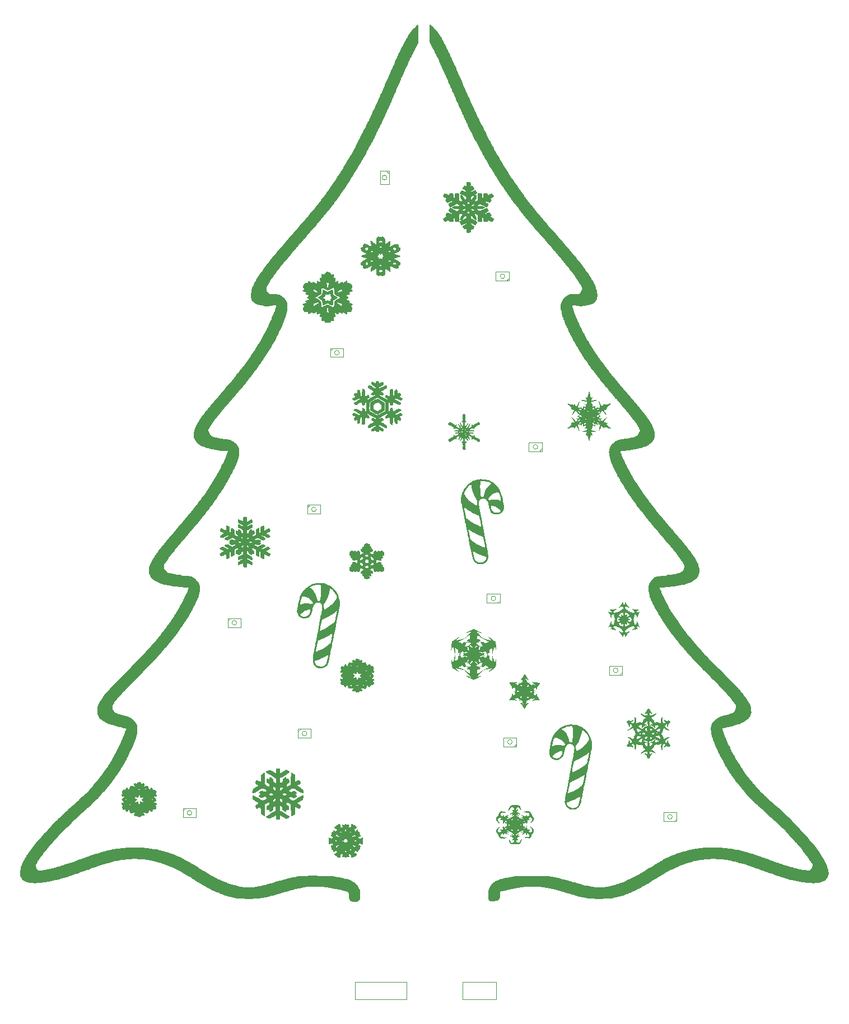
<source format=gto>
G04 #@! TF.GenerationSoftware,KiCad,Pcbnew,8.0.6*
G04 #@! TF.CreationDate,2024-11-23T10:35:43+01:00*
G04 #@! TF.ProjectId,ChristmasTree,43687269-7374-46d6-9173-547265652e6b,rev?*
G04 #@! TF.SameCoordinates,Original*
G04 #@! TF.FileFunction,Legend,Top*
G04 #@! TF.FilePolarity,Positive*
%FSLAX46Y46*%
G04 Gerber Fmt 4.6, Leading zero omitted, Abs format (unit mm)*
G04 Created by KiCad (PCBNEW 8.0.6) date 2024-11-23 10:35:43*
%MOMM*%
%LPD*%
G01*
G04 APERTURE LIST*
%ADD10C,0.100000*%
%ADD11C,0.000000*%
G04 APERTURE END LIST*
D10*
X105695000Y-168260000D02*
X110740000Y-168260000D01*
X110740000Y-170840000D01*
X105695000Y-170840000D01*
X105695000Y-168260000D01*
X89460000Y-168260000D02*
X97270000Y-168260000D01*
X97270000Y-170840000D01*
X89460000Y-170840000D01*
X89460000Y-168260000D01*
D11*
G36*
X98986240Y-23509893D02*
G01*
X98995801Y-23538610D01*
X99003307Y-23593350D01*
X99008908Y-23679742D01*
X99012754Y-23803415D01*
X99014997Y-23969997D01*
X99015786Y-24185117D01*
X99015271Y-24454402D01*
X99013604Y-24783481D01*
X99012666Y-24930533D01*
X99003156Y-26359494D01*
X98853652Y-26596245D01*
X98815288Y-26662754D01*
X98752799Y-26778005D01*
X98669974Y-26934535D01*
X98570604Y-27124882D01*
X98458478Y-27341586D01*
X98337386Y-27577182D01*
X98211117Y-27824210D01*
X98083462Y-28075207D01*
X97958210Y-28322711D01*
X97839150Y-28559261D01*
X97730073Y-28777393D01*
X97634769Y-28969647D01*
X97557026Y-29128559D01*
X97500635Y-29246669D01*
X97469386Y-29316512D01*
X97464274Y-29331966D01*
X97451164Y-29370296D01*
X97415272Y-29458448D01*
X97361762Y-29584643D01*
X97295796Y-29737101D01*
X97222535Y-29904040D01*
X97147141Y-30073683D01*
X97074777Y-30234249D01*
X97010604Y-30373957D01*
X96969886Y-30460188D01*
X96901893Y-30608807D01*
X96836341Y-30764268D01*
X96787265Y-30893268D01*
X96786726Y-30894832D01*
X96738656Y-31020540D01*
X96686151Y-31137237D01*
X96657403Y-31190943D01*
X96623155Y-31257278D01*
X96569026Y-31373305D01*
X96500801Y-31526130D01*
X96424263Y-31702858D01*
X96366870Y-31838589D01*
X96284463Y-32034058D01*
X96203209Y-32224192D01*
X96129919Y-32393238D01*
X96071402Y-32525445D01*
X96045216Y-32582664D01*
X95962684Y-32761126D01*
X95879440Y-32945570D01*
X95801290Y-33122671D01*
X95734038Y-33279105D01*
X95683490Y-33401549D01*
X95655450Y-33476678D01*
X95654748Y-33478935D01*
X95629611Y-33542364D01*
X95581013Y-33650262D01*
X95516247Y-33786850D01*
X95451491Y-33918616D01*
X95374738Y-34076463D01*
X95304450Y-34228589D01*
X95249405Y-34355569D01*
X95222261Y-34425939D01*
X95182615Y-34530857D01*
X95124946Y-34669690D01*
X95060553Y-34815397D01*
X95049061Y-34840396D01*
X94993458Y-34964945D01*
X94950975Y-35068530D01*
X94928480Y-35134082D01*
X94926601Y-35144790D01*
X94909262Y-35197148D01*
X94866660Y-35280753D01*
X94842220Y-35322211D01*
X94792006Y-35414533D01*
X94762230Y-35490124D01*
X94758722Y-35510953D01*
X94743833Y-35569649D01*
X94705798Y-35662856D01*
X94672948Y-35730793D01*
X94613348Y-35854678D01*
X94546906Y-36004646D01*
X94500535Y-36117018D01*
X94444304Y-36250358D01*
X94369862Y-36414733D01*
X94290410Y-36581268D01*
X94263678Y-36635088D01*
X94186901Y-36793445D01*
X94111871Y-36957920D01*
X94051147Y-37100675D01*
X94034821Y-37142411D01*
X93987718Y-37256924D01*
X93919045Y-37410717D01*
X93838314Y-37582992D01*
X93761306Y-37740453D01*
X93659268Y-37945632D01*
X93569002Y-38130643D01*
X93480365Y-38316743D01*
X93383215Y-38525192D01*
X93285285Y-38738189D01*
X93222740Y-38871545D01*
X93136170Y-39051456D01*
X93030025Y-39269040D01*
X92908755Y-39515411D01*
X92776810Y-39781685D01*
X92638642Y-40058978D01*
X92498700Y-40338405D01*
X92361434Y-40611082D01*
X92231296Y-40868124D01*
X92112735Y-41100648D01*
X92010202Y-41299767D01*
X91928147Y-41456599D01*
X91871021Y-41562258D01*
X91867701Y-41568165D01*
X91734602Y-41805936D01*
X91597225Y-42054962D01*
X91463224Y-42301096D01*
X91340252Y-42530187D01*
X91235963Y-42728088D01*
X91161427Y-42873792D01*
X91101806Y-42987443D01*
X91019939Y-43135833D01*
X90928691Y-43295885D01*
X90874353Y-43388656D01*
X90787541Y-43538092D01*
X90706099Y-43683565D01*
X90641194Y-43804864D01*
X90612702Y-43862158D01*
X90568906Y-43946469D01*
X90493575Y-44080890D01*
X90391051Y-44258189D01*
X90265678Y-44471131D01*
X90121800Y-44712484D01*
X89963760Y-44975014D01*
X89795902Y-45251488D01*
X89622569Y-45534673D01*
X89448104Y-45817335D01*
X89276851Y-46092242D01*
X89201197Y-46212757D01*
X89088615Y-46392152D01*
X88969970Y-46582098D01*
X88859244Y-46760157D01*
X88770422Y-46903894D01*
X88769067Y-46906099D01*
X88687746Y-47036101D01*
X88580189Y-47204711D01*
X88457749Y-47394301D01*
X88331781Y-47587245D01*
X88268026Y-47683995D01*
X88154609Y-47856097D01*
X88047960Y-48019071D01*
X87956389Y-48160138D01*
X87888201Y-48266519D01*
X87859025Y-48313185D01*
X87781813Y-48428755D01*
X87691215Y-48549702D01*
X87663401Y-48583758D01*
X87599369Y-48666091D01*
X87511291Y-48787747D01*
X87411670Y-48931133D01*
X87329358Y-49053769D01*
X87234576Y-49195953D01*
X87146329Y-49325595D01*
X87075115Y-49427432D01*
X87034493Y-49482410D01*
X86977901Y-49556582D01*
X86894203Y-49669760D01*
X86795223Y-49805629D01*
X86692780Y-49947875D01*
X86598698Y-50080185D01*
X86530554Y-50177851D01*
X86425271Y-50326394D01*
X86298161Y-50498704D01*
X86163204Y-50676451D01*
X86034383Y-50841300D01*
X85925677Y-50974920D01*
X85897010Y-51008565D01*
X85803475Y-51119912D01*
X85715116Y-51230728D01*
X85661257Y-51302903D01*
X85604934Y-51377290D01*
X85517222Y-51486603D01*
X85411185Y-51614779D01*
X85323328Y-51718483D01*
X85213003Y-51848894D01*
X85111574Y-51971747D01*
X85031716Y-52071522D01*
X84991847Y-52124342D01*
X84925358Y-52212530D01*
X84825129Y-52338195D01*
X84702118Y-52488040D01*
X84567278Y-52648770D01*
X84431566Y-52807087D01*
X84390413Y-52854303D01*
X84290442Y-52972306D01*
X84187080Y-53100121D01*
X84138322Y-53163090D01*
X84058192Y-53262041D01*
X83951126Y-53384943D01*
X83838025Y-53507923D01*
X83818842Y-53528014D01*
X83724241Y-53629466D01*
X83648510Y-53716364D01*
X83603752Y-53774598D01*
X83597430Y-53786149D01*
X83568352Y-53830263D01*
X83504720Y-53910186D01*
X83417839Y-54012003D01*
X83371855Y-54063834D01*
X83246188Y-54205514D01*
X83104716Y-54367732D01*
X82974866Y-54519000D01*
X82955957Y-54541319D01*
X82863150Y-54647409D01*
X82784573Y-54730390D01*
X82731400Y-54778794D01*
X82716966Y-54786525D01*
X82681991Y-54812727D01*
X82627737Y-54879630D01*
X82593322Y-54930267D01*
X82527644Y-55020633D01*
X82431157Y-55138531D01*
X82320808Y-55263586D01*
X82276856Y-55310759D01*
X82166680Y-55431625D01*
X82064463Y-55551985D01*
X81986684Y-55652138D01*
X81965678Y-55682797D01*
X81902574Y-55766600D01*
X81806024Y-55877841D01*
X81692347Y-55998140D01*
X81635327Y-56054834D01*
X81523803Y-56166831D01*
X81425348Y-56272329D01*
X81354211Y-56355751D01*
X81331906Y-56386557D01*
X81282726Y-56451560D01*
X81199341Y-56548598D01*
X81095505Y-56661999D01*
X81031239Y-56729186D01*
X80930265Y-56836413D01*
X80850095Y-56928141D01*
X80800867Y-56992374D01*
X80790240Y-57014264D01*
X80784686Y-57031079D01*
X80765227Y-57060910D01*
X80727664Y-57108516D01*
X80667798Y-57178655D01*
X80581431Y-57276086D01*
X80464364Y-57405566D01*
X80312398Y-57571856D01*
X80121335Y-57779713D01*
X79969934Y-57943979D01*
X79867362Y-58057522D01*
X79782472Y-58155868D01*
X79725725Y-58226636D01*
X79707950Y-58254100D01*
X79679590Y-58297866D01*
X79617357Y-58378827D01*
X79531974Y-58483320D01*
X79478538Y-58546446D01*
X79247169Y-58817224D01*
X79040158Y-59061162D01*
X78861000Y-59274065D01*
X78713193Y-59451737D01*
X78600233Y-59589982D01*
X78525616Y-59684604D01*
X78496884Y-59724474D01*
X78445041Y-59796532D01*
X78367648Y-59893974D01*
X78306040Y-59967092D01*
X78216706Y-60074556D01*
X78109917Y-60209304D01*
X78007601Y-60343625D01*
X77999960Y-60353935D01*
X77898835Y-60486359D01*
X77790968Y-60620742D01*
X77698375Y-60729715D01*
X77691835Y-60737017D01*
X77608814Y-60835105D01*
X77540002Y-60926814D01*
X77509387Y-60975873D01*
X77459780Y-61055480D01*
X77389007Y-61150911D01*
X77366169Y-61178802D01*
X77321109Y-61235881D01*
X77259331Y-61320664D01*
X77177591Y-61437934D01*
X77072642Y-61592478D01*
X76941240Y-61789078D01*
X76780137Y-62032520D01*
X76586089Y-62327588D01*
X76563148Y-62362557D01*
X76478781Y-62489350D01*
X76399629Y-62605145D01*
X76339209Y-62690264D01*
X76325727Y-62708213D01*
X76277993Y-62782457D01*
X76215102Y-62896861D01*
X76148915Y-63029575D01*
X76133987Y-63061443D01*
X76072873Y-63200802D01*
X76038762Y-63303265D01*
X76026353Y-63391369D01*
X76030347Y-63487650D01*
X76031365Y-63497823D01*
X76056372Y-63631740D01*
X76098096Y-63763088D01*
X76117123Y-63805634D01*
X76190365Y-63915016D01*
X76298808Y-64038706D01*
X76420684Y-64154541D01*
X76534221Y-64240363D01*
X76557373Y-64253798D01*
X76625444Y-64270097D01*
X76757860Y-64281577D01*
X76951478Y-64288066D01*
X77203161Y-64289395D01*
X77213318Y-64289344D01*
X77450990Y-64289386D01*
X77635679Y-64294265D01*
X77782015Y-64306808D01*
X77904628Y-64329844D01*
X78018148Y-64366200D01*
X78137205Y-64418705D01*
X78276429Y-64490186D01*
X78290154Y-64497490D01*
X78435426Y-64592301D01*
X78598982Y-64728025D01*
X78735959Y-64861626D01*
X78850878Y-64985761D01*
X78932565Y-65087562D01*
X78994718Y-65189155D01*
X79051037Y-65312663D01*
X79109676Y-65465217D01*
X79162700Y-65611157D01*
X79198443Y-65723640D01*
X79220098Y-65822891D01*
X79230856Y-65929136D01*
X79233910Y-66062599D01*
X79232457Y-66243113D01*
X79225542Y-66473504D01*
X79211202Y-66639589D01*
X79189141Y-66744332D01*
X79180015Y-66766137D01*
X79147089Y-66865246D01*
X79132991Y-66977453D01*
X79132983Y-66979745D01*
X79122484Y-67083595D01*
X79097016Y-67169064D01*
X79095050Y-67172902D01*
X79068184Y-67242972D01*
X79036700Y-67353431D01*
X79012198Y-67458471D01*
X78980372Y-67583694D01*
X78943255Y-67691271D01*
X78914845Y-67748020D01*
X78875180Y-67820230D01*
X78862410Y-67867682D01*
X78849702Y-67918372D01*
X78813340Y-68024500D01*
X78755969Y-68179180D01*
X78680236Y-68375530D01*
X78588786Y-68606663D01*
X78484263Y-68865696D01*
X78398059Y-69076139D01*
X78339314Y-69212187D01*
X78258879Y-69389122D01*
X78161344Y-69597640D01*
X78051299Y-69828434D01*
X77933332Y-70072200D01*
X77812034Y-70319632D01*
X77691994Y-70561426D01*
X77577801Y-70788276D01*
X77474047Y-70990877D01*
X77385319Y-71159924D01*
X77316208Y-71286112D01*
X77272025Y-71359095D01*
X77228635Y-71430208D01*
X77167812Y-71540138D01*
X77101686Y-71666860D01*
X77092387Y-71685302D01*
X77024039Y-71812540D01*
X76923830Y-71986894D01*
X76797505Y-72199257D01*
X76650814Y-72440523D01*
X76489502Y-72701583D01*
X76319318Y-72973330D01*
X76146008Y-73246657D01*
X75975321Y-73512457D01*
X75813003Y-73761622D01*
X75664802Y-73985045D01*
X75536466Y-74173619D01*
X75433741Y-74318237D01*
X75414410Y-74344232D01*
X75318977Y-74474538D01*
X75202578Y-74638649D01*
X75081240Y-74813744D01*
X74989480Y-74949244D01*
X74888714Y-75098037D01*
X74792291Y-75236908D01*
X74711143Y-75350321D01*
X74656207Y-75422742D01*
X74656204Y-75422746D01*
X74594750Y-75500310D01*
X74507573Y-75613281D01*
X74409227Y-75742723D01*
X74361213Y-75806632D01*
X74187326Y-76038489D01*
X74027923Y-76249933D01*
X73888476Y-76433771D01*
X73774455Y-76582809D01*
X73691330Y-76689855D01*
X73653818Y-76736725D01*
X73563829Y-76846854D01*
X73458313Y-76977495D01*
X73347129Y-77116259D01*
X73240135Y-77250757D01*
X73147191Y-77368601D01*
X73078155Y-77457402D01*
X73044678Y-77502159D01*
X72985692Y-77580396D01*
X72890449Y-77699390D01*
X72767384Y-77849121D01*
X72624931Y-78019570D01*
X72471526Y-78200718D01*
X72315603Y-78382544D01*
X72165596Y-78555029D01*
X72029941Y-78708155D01*
X72021997Y-78717003D01*
X71933846Y-78818672D01*
X71866540Y-78903098D01*
X71830691Y-78956691D01*
X71827523Y-78966086D01*
X71806140Y-79003558D01*
X71748510Y-79078351D01*
X71664418Y-79178221D01*
X71599228Y-79251863D01*
X71379748Y-79496496D01*
X71168578Y-79734327D01*
X70970822Y-79959426D01*
X70791583Y-80165863D01*
X70635963Y-80347709D01*
X70509065Y-80499035D01*
X70415991Y-80613910D01*
X70361845Y-80686406D01*
X70354124Y-80698706D01*
X70319232Y-80745200D01*
X70248934Y-80828596D01*
X70154011Y-80936377D01*
X70062836Y-81036922D01*
X69943447Y-81169116D01*
X69827947Y-81300864D01*
X69732095Y-81413999D01*
X69685627Y-81471745D01*
X69588223Y-81585610D01*
X69476748Y-81698983D01*
X69429476Y-81741553D01*
X69351993Y-81812651D01*
X69301701Y-81869038D01*
X69290906Y-81890164D01*
X69270699Y-81934139D01*
X69215871Y-82018371D01*
X69135105Y-82131155D01*
X69037087Y-82260786D01*
X68930502Y-82395560D01*
X68824035Y-82523772D01*
X68800493Y-82551084D01*
X68602562Y-82786044D01*
X68397381Y-83042567D01*
X68192223Y-83310514D01*
X67994361Y-83579749D01*
X67811069Y-83840136D01*
X67649619Y-84081538D01*
X67517287Y-84293818D01*
X67421344Y-84466840D01*
X67411353Y-84487099D01*
X67353119Y-84606688D01*
X67298129Y-84718332D01*
X67271822Y-84770990D01*
X67245057Y-84832397D01*
X67240713Y-84885502D01*
X67262016Y-84952821D01*
X67312192Y-85056868D01*
X67313004Y-85058474D01*
X67410511Y-85236080D01*
X67515874Y-85402605D01*
X67619326Y-85544332D01*
X67711100Y-85647547D01*
X67761796Y-85688702D01*
X67841047Y-85745349D01*
X67895114Y-85795656D01*
X67950796Y-85829233D01*
X68047630Y-85860121D01*
X68114954Y-85873561D01*
X68254790Y-85898186D01*
X68397422Y-85927649D01*
X68445366Y-85938891D01*
X68578137Y-85966254D01*
X68724808Y-85988853D01*
X68766671Y-85993661D01*
X68874846Y-86011113D01*
X68958716Y-86036111D01*
X68983192Y-86049589D01*
X69047212Y-86074862D01*
X69173533Y-86099344D01*
X69356812Y-86122357D01*
X69591707Y-86143223D01*
X69855158Y-86160292D01*
X70035614Y-86175407D01*
X70151836Y-86197500D01*
X70205970Y-86225943D01*
X70267450Y-86258492D01*
X70370424Y-86273945D01*
X70393100Y-86274408D01*
X70604524Y-86305518D01*
X70832581Y-86396403D01*
X71070435Y-86543398D01*
X71311252Y-86742836D01*
X71367896Y-86797274D01*
X71471171Y-86900539D01*
X71550307Y-86986005D01*
X71613802Y-87067199D01*
X71670154Y-87157643D01*
X71727861Y-87270862D01*
X71795421Y-87420382D01*
X71874194Y-87603052D01*
X71898527Y-87695131D01*
X71916261Y-87831941D01*
X71927354Y-87997860D01*
X71931765Y-88177267D01*
X71929452Y-88354539D01*
X71920374Y-88514055D01*
X71904488Y-88640193D01*
X71881753Y-88717332D01*
X71877180Y-88724481D01*
X71839583Y-88808028D01*
X71827523Y-88887224D01*
X71818459Y-88959540D01*
X71794526Y-89073656D01*
X71760618Y-89211539D01*
X71721627Y-89355155D01*
X71682445Y-89486469D01*
X71647965Y-89587446D01*
X71623401Y-89639654D01*
X71598754Y-89686524D01*
X71559367Y-89777745D01*
X71513526Y-89894066D01*
X71511059Y-89900603D01*
X71468928Y-90001518D01*
X71401024Y-90151210D01*
X71312880Y-90338494D01*
X71210033Y-90552185D01*
X71098017Y-90781098D01*
X70982366Y-91014050D01*
X70868616Y-91239854D01*
X70762302Y-91447327D01*
X70668958Y-91625284D01*
X70594119Y-91762539D01*
X70563092Y-91816228D01*
X70493095Y-91936121D01*
X70406598Y-92088470D01*
X70318990Y-92246074D01*
X70292432Y-92294648D01*
X70201218Y-92457253D01*
X70098846Y-92631980D01*
X70004165Y-92786815D01*
X69983765Y-92818882D01*
X69907035Y-92940742D01*
X69840624Y-93050801D01*
X69796584Y-93128973D01*
X69790956Y-93140187D01*
X69747688Y-93219180D01*
X69684878Y-93321691D01*
X69654309Y-93368512D01*
X69588583Y-93473280D01*
X69533660Y-93571757D01*
X69517556Y-93605263D01*
X69478652Y-93677781D01*
X69406104Y-93797120D01*
X69305421Y-93954939D01*
X69182114Y-94142901D01*
X69041692Y-94352665D01*
X68889666Y-94575892D01*
X68731545Y-94804244D01*
X68627767Y-94951952D01*
X68508894Y-95120455D01*
X68392458Y-95286126D01*
X68289172Y-95433679D01*
X68209750Y-95547829D01*
X68185862Y-95582460D01*
X68115882Y-95681572D01*
X68017233Y-95817578D01*
X67902279Y-95973595D01*
X67783382Y-96132740D01*
X67766516Y-96155116D01*
X67654108Y-96304918D01*
X67549551Y-96445803D01*
X67463072Y-96563887D01*
X67404896Y-96645284D01*
X67396409Y-96657630D01*
X67330370Y-96746388D01*
X67239532Y-96857816D01*
X67159027Y-96950381D01*
X67053218Y-97075291D01*
X66944794Y-97214996D01*
X66880352Y-97305507D01*
X66798472Y-97420551D01*
X66714187Y-97528466D01*
X66663562Y-97586554D01*
X66583102Y-97680033D01*
X66498565Y-97790962D01*
X66476033Y-97823305D01*
X66412109Y-97910194D01*
X66318822Y-98027647D01*
X66212035Y-98155926D01*
X66162497Y-98213423D01*
X66054981Y-98339271D01*
X65953574Y-98462497D01*
X65874072Y-98563727D01*
X65848873Y-98598044D01*
X65814299Y-98645615D01*
X65772665Y-98699311D01*
X65718237Y-98765843D01*
X65645285Y-98851922D01*
X65548076Y-98964261D01*
X65420879Y-99109571D01*
X65257962Y-99294563D01*
X65137499Y-99430999D01*
X65038174Y-99547101D01*
X64941827Y-99665738D01*
X64875913Y-99752304D01*
X64804689Y-99843408D01*
X64705785Y-99959912D01*
X64598803Y-100078837D01*
X64582722Y-100096048D01*
X64493285Y-100194553D01*
X64425262Y-100275864D01*
X64389593Y-100326652D01*
X64386778Y-100334756D01*
X64364929Y-100371345D01*
X64306524Y-100443438D01*
X64222273Y-100538150D01*
X64180512Y-100582890D01*
X64067669Y-100704893D01*
X63955738Y-100830551D01*
X63865731Y-100936187D01*
X63852095Y-100952970D01*
X63770115Y-101050436D01*
X63661296Y-101173600D01*
X63545915Y-101299624D01*
X63517216Y-101330174D01*
X63423573Y-101432384D01*
X63350956Y-101517665D01*
X63309896Y-101573351D01*
X63304487Y-101585961D01*
X63282428Y-101622305D01*
X63223242Y-101694316D01*
X63137420Y-101789614D01*
X63084647Y-101845408D01*
X62988995Y-101947774D01*
X62914385Y-102033088D01*
X62871290Y-102089093D01*
X62864807Y-102102735D01*
X62843609Y-102138928D01*
X62786731Y-102212300D01*
X62704251Y-102310209D01*
X62653422Y-102367927D01*
X62463405Y-102583631D01*
X62316923Y-102757088D01*
X62209530Y-102893731D01*
X62136779Y-102998992D01*
X62136665Y-102999175D01*
X62080299Y-103078341D01*
X61997201Y-103182233D01*
X61919555Y-103272278D01*
X61815937Y-103392311D01*
X61695223Y-103539135D01*
X61568957Y-103697943D01*
X61448686Y-103853928D01*
X61345953Y-103992285D01*
X61272306Y-104098206D01*
X61258282Y-104120339D01*
X61212017Y-104193023D01*
X61138396Y-104305314D01*
X61048169Y-104440931D01*
X60966646Y-104562092D01*
X60805203Y-104808464D01*
X60684582Y-105012786D01*
X60601425Y-105184232D01*
X60552374Y-105331975D01*
X60534072Y-105465191D01*
X60543163Y-105593051D01*
X60560568Y-105671753D01*
X60599624Y-105752255D01*
X60675111Y-105858966D01*
X60775815Y-105980249D01*
X60890525Y-106104466D01*
X61008027Y-106219978D01*
X61117110Y-106315146D01*
X61206561Y-106378333D01*
X61260483Y-106398243D01*
X61346886Y-106408344D01*
X61430799Y-106428561D01*
X61853408Y-106542668D01*
X62154554Y-106600830D01*
X62306437Y-106625628D01*
X62457338Y-106651412D01*
X62570533Y-106671851D01*
X62693629Y-106688313D01*
X62846628Y-106699484D01*
X62965521Y-106702637D01*
X63106571Y-106707703D01*
X63197093Y-106725136D01*
X63253601Y-106758284D01*
X63257256Y-106761825D01*
X63294551Y-106785420D01*
X63360041Y-106805787D01*
X63460373Y-106823695D01*
X63602196Y-106839915D01*
X63792157Y-106855217D01*
X64036905Y-106870374D01*
X64320159Y-106885044D01*
X64509448Y-106904993D01*
X64689176Y-106950452D01*
X64844393Y-107008463D01*
X64962981Y-107060439D01*
X65060833Y-107113430D01*
X65153227Y-107178690D01*
X65255441Y-107267475D01*
X65382754Y-107391043D01*
X65435246Y-107443760D01*
X65567119Y-107578429D01*
X65661247Y-107681407D01*
X65728267Y-107768273D01*
X65778816Y-107854610D01*
X65823533Y-107955998D01*
X65870725Y-108081617D01*
X65919689Y-108220455D01*
X65951981Y-108330481D01*
X65970809Y-108432915D01*
X65979380Y-108548978D01*
X65980901Y-108699894D01*
X65979911Y-108804112D01*
X65974735Y-109002403D01*
X65964099Y-109142794D01*
X65946902Y-109234888D01*
X65924925Y-109284389D01*
X65891427Y-109365907D01*
X65875208Y-109471562D01*
X65874927Y-109485755D01*
X65864493Y-109592334D01*
X65838969Y-109681474D01*
X65834922Y-109689614D01*
X65807566Y-109778843D01*
X65802346Y-109864954D01*
X65795093Y-109946330D01*
X65769242Y-110044472D01*
X65733071Y-110137242D01*
X65694860Y-110202502D01*
X65669548Y-110220080D01*
X65645861Y-110249394D01*
X65622810Y-110320883D01*
X65620837Y-110330000D01*
X65598916Y-110392137D01*
X65550337Y-110504469D01*
X65479918Y-110657317D01*
X65392476Y-110841003D01*
X65292829Y-111045846D01*
X65185794Y-111262169D01*
X65076189Y-111480291D01*
X64968830Y-111690535D01*
X64868536Y-111883220D01*
X64780123Y-112048669D01*
X64708409Y-112177201D01*
X64668290Y-112243849D01*
X64597086Y-112360401D01*
X64535700Y-112470222D01*
X64502566Y-112538127D01*
X64460052Y-112622234D01*
X64394565Y-112733623D01*
X64338594Y-112820554D01*
X64275794Y-112918874D01*
X64232076Y-112996876D01*
X64217670Y-113034400D01*
X64198917Y-113075769D01*
X64148947Y-113156327D01*
X64077194Y-113261198D01*
X64048562Y-113301056D01*
X63971509Y-113410191D01*
X63912847Y-113499363D01*
X63881964Y-113554061D01*
X63879454Y-113562475D01*
X63861519Y-113602751D01*
X63812873Y-113686744D01*
X63741252Y-113802518D01*
X63654393Y-113938138D01*
X63560033Y-114081666D01*
X63465909Y-114221167D01*
X63379757Y-114344704D01*
X63316580Y-114430866D01*
X63244143Y-114529290D01*
X63147974Y-114664568D01*
X63041793Y-114817224D01*
X62959250Y-114938189D01*
X62850174Y-115097204D01*
X62735426Y-115260474D01*
X62630736Y-115405802D01*
X62569484Y-115488098D01*
X62476754Y-115610465D01*
X62386401Y-115730754D01*
X62317444Y-115823644D01*
X62315485Y-115826314D01*
X62234278Y-115932443D01*
X62119828Y-116074167D01*
X61967670Y-116256948D01*
X61838728Y-116409428D01*
X61776390Y-116485980D01*
X61696818Y-116587750D01*
X61652317Y-116646179D01*
X61557730Y-116765012D01*
X61451931Y-116888344D01*
X61410523Y-116933662D01*
X61337259Y-117016006D01*
X61285559Y-117082377D01*
X61270792Y-117108048D01*
X61241803Y-117154126D01*
X61174817Y-117240425D01*
X61077867Y-117357600D01*
X60958990Y-117496307D01*
X60826219Y-117647203D01*
X60687590Y-117800944D01*
X60551137Y-117948186D01*
X60520559Y-117980515D01*
X60407055Y-118102894D01*
X60305566Y-118217575D01*
X60228770Y-118309933D01*
X60194121Y-118357136D01*
X60147121Y-118418831D01*
X60063972Y-118515775D01*
X59956066Y-118635100D01*
X59834796Y-118763938D01*
X59824189Y-118774966D01*
X59709510Y-118896468D01*
X59614233Y-119002168D01*
X59547197Y-119081901D01*
X59517243Y-119125503D01*
X59516471Y-119128747D01*
X59493373Y-119159483D01*
X59427453Y-119232723D01*
X59323775Y-119343194D01*
X59187400Y-119485622D01*
X59023392Y-119654733D01*
X58836813Y-119845253D01*
X58632726Y-120051910D01*
X58556726Y-120128455D01*
X58346152Y-120340944D01*
X58149966Y-120540267D01*
X57973455Y-120720953D01*
X57821904Y-120877531D01*
X57700600Y-121004529D01*
X57614829Y-121096476D01*
X57569877Y-121147900D01*
X57564893Y-121155061D01*
X57536093Y-121188886D01*
X57463436Y-121266452D01*
X57350913Y-121383686D01*
X57202514Y-121536515D01*
X57022228Y-121720865D01*
X56814047Y-121932662D01*
X56581959Y-122167832D01*
X56329956Y-122422301D01*
X56062027Y-122691997D01*
X55908530Y-122846139D01*
X55631845Y-123124309D01*
X55367690Y-123390957D01*
X55120213Y-123641826D01*
X54893564Y-123872659D01*
X54691894Y-124079198D01*
X54519351Y-124257188D01*
X54380086Y-124402371D01*
X54278248Y-124510490D01*
X54217986Y-124577289D01*
X54204481Y-124594248D01*
X54148833Y-124667118D01*
X54059483Y-124773408D01*
X53949618Y-124897782D01*
X53852747Y-125003279D01*
X53664355Y-125214182D01*
X53455298Y-125464656D01*
X53240233Y-125736582D01*
X53033816Y-126011841D01*
X53007191Y-126048576D01*
X52855364Y-126299132D01*
X52770110Y-126538592D01*
X52751487Y-126768159D01*
X52799551Y-126989035D01*
X52914360Y-127202423D01*
X53070803Y-127385118D01*
X53138774Y-127452050D01*
X53196807Y-127505009D01*
X53254771Y-127548628D01*
X53322533Y-127587537D01*
X53409962Y-127626367D01*
X53526924Y-127669749D01*
X53683288Y-127722314D01*
X53888922Y-127788694D01*
X54020466Y-127830807D01*
X54169436Y-127875308D01*
X54315180Y-127913530D01*
X54429600Y-127938188D01*
X54443236Y-127940405D01*
X54554524Y-127963629D01*
X54648331Y-127993859D01*
X54669308Y-128003711D01*
X54753901Y-128031342D01*
X54859633Y-128043968D01*
X54867632Y-128044048D01*
X54982486Y-128060808D01*
X55100657Y-128101876D01*
X55115062Y-128109089D01*
X55217600Y-128160335D01*
X55346460Y-128220845D01*
X55424061Y-128255646D01*
X55641834Y-128380302D01*
X55859349Y-128557463D01*
X56064442Y-128773044D01*
X56244953Y-129012962D01*
X56388719Y-129263133D01*
X56471424Y-129468469D01*
X56505576Y-129586612D01*
X56526764Y-129693062D01*
X56536987Y-129808439D01*
X56538243Y-129953364D01*
X56533852Y-130112453D01*
X56525157Y-130275674D01*
X56512415Y-130412689D01*
X56497284Y-130509281D01*
X56482771Y-130550132D01*
X56462696Y-130606546D01*
X56461484Y-130699375D01*
X56463711Y-130719088D01*
X56461946Y-130854113D01*
X56430932Y-131023870D01*
X56376329Y-131205151D01*
X56303993Y-131374353D01*
X56262237Y-131463622D01*
X56238092Y-131529496D01*
X56235714Y-131543277D01*
X56223678Y-131586637D01*
X56190907Y-131679228D01*
X56142324Y-131807692D01*
X56082855Y-131958671D01*
X56079371Y-131967351D01*
X56014459Y-132129656D01*
X55954786Y-132280215D01*
X55907164Y-132401757D01*
X55879267Y-132474674D01*
X55814618Y-132640191D01*
X55753972Y-132778884D01*
X55703068Y-132878545D01*
X55667642Y-132926966D01*
X55666247Y-132927907D01*
X55638893Y-132968786D01*
X55600375Y-133055313D01*
X55560715Y-133163907D01*
X55514258Y-133284210D01*
X55440624Y-133451550D01*
X55345767Y-133653989D01*
X55235641Y-133879588D01*
X55116199Y-134116409D01*
X54993396Y-134352516D01*
X54873185Y-134575970D01*
X54761520Y-134774833D01*
X54732130Y-134825273D01*
X54629275Y-135002125D01*
X54517308Y-135197930D01*
X54413438Y-135382467D01*
X54366175Y-135467883D01*
X54272870Y-135633293D01*
X54168817Y-135810431D01*
X54071940Y-135968988D01*
X54042209Y-136015781D01*
X53953183Y-136155749D01*
X53863519Y-136299851D01*
X53790930Y-136419575D01*
X53783715Y-136431789D01*
X53711948Y-136545934D01*
X53617973Y-136684984D01*
X53521100Y-136820438D01*
X53513143Y-136831152D01*
X53425766Y-136951324D01*
X53315655Y-137107066D01*
X53197408Y-137277541D01*
X53093772Y-137429792D01*
X52989124Y-137581523D01*
X52886450Y-137723881D01*
X52797196Y-137841392D01*
X52732808Y-137918578D01*
X52730190Y-137921373D01*
X52664131Y-137996010D01*
X52623290Y-138051394D01*
X52616871Y-138066596D01*
X52596156Y-138105132D01*
X52539973Y-138183428D01*
X52457269Y-138290224D01*
X52356989Y-138414259D01*
X52248078Y-138544272D01*
X52139483Y-138669004D01*
X52128825Y-138680932D01*
X52027761Y-138796679D01*
X51925644Y-138918257D01*
X51865866Y-138992425D01*
X51768828Y-139110444D01*
X51636368Y-139262686D01*
X51473881Y-139443577D01*
X51286765Y-139647541D01*
X51080418Y-139869006D01*
X50860235Y-140102396D01*
X50631615Y-140342138D01*
X50399954Y-140582657D01*
X50170648Y-140818380D01*
X49949096Y-141043731D01*
X49740694Y-141253137D01*
X49550840Y-141441024D01*
X49384929Y-141601817D01*
X49248360Y-141729943D01*
X49146529Y-141819826D01*
X49084833Y-141865894D01*
X49082517Y-141867147D01*
X49021049Y-141909975D01*
X48924070Y-141990088D01*
X48803828Y-142096866D01*
X48672569Y-142219690D01*
X48642836Y-142248386D01*
X48512284Y-142373337D01*
X48392012Y-142485170D01*
X48293713Y-142573236D01*
X48229082Y-142626887D01*
X48220067Y-142633335D01*
X48165926Y-142676933D01*
X48075059Y-142757986D01*
X47958658Y-142866203D01*
X47827914Y-142991294D01*
X47780386Y-143037600D01*
X47637661Y-143175087D01*
X47495852Y-143307762D01*
X47369449Y-143422318D01*
X47272943Y-143505449D01*
X47256152Y-143518999D01*
X47199157Y-143569175D01*
X47100688Y-143661648D01*
X46965889Y-143791270D01*
X46799903Y-143952892D01*
X46607875Y-144141366D01*
X46394950Y-144351543D01*
X46166270Y-144578275D01*
X45926981Y-144816413D01*
X45682227Y-145060810D01*
X45437151Y-145306315D01*
X45196898Y-145547782D01*
X44966612Y-145780061D01*
X44751437Y-145998004D01*
X44556517Y-146196463D01*
X44386997Y-146370288D01*
X44248020Y-146514332D01*
X44144731Y-146623447D01*
X44082274Y-146692482D01*
X44069193Y-146708643D01*
X44009110Y-146783774D01*
X43916012Y-146892209D01*
X43803567Y-147018299D01*
X43706593Y-147123806D01*
X43568097Y-147276113D01*
X43418559Y-147446745D01*
X43280490Y-147609769D01*
X43214474Y-147690696D01*
X43101057Y-147831585D01*
X42983200Y-147976364D01*
X42879797Y-148101878D01*
X42842437Y-148146594D01*
X42645619Y-148383449D01*
X42459252Y-148613270D01*
X42297654Y-148818306D01*
X42238879Y-148895047D01*
X42115405Y-149062357D01*
X41977760Y-149255971D01*
X41832980Y-149465278D01*
X41688104Y-149679665D01*
X41550170Y-149888522D01*
X41426215Y-150081236D01*
X41323276Y-150247196D01*
X41248392Y-150375791D01*
X41218277Y-150433928D01*
X41180335Y-150520165D01*
X41164490Y-150586409D01*
X41169633Y-150659004D01*
X41194653Y-150764294D01*
X41203045Y-150795690D01*
X41243693Y-150921878D01*
X41296537Y-151019607D01*
X41378332Y-151115773D01*
X41440080Y-151176183D01*
X41620811Y-151347111D01*
X41918774Y-151346931D01*
X42101471Y-151338918D01*
X42327933Y-151317128D01*
X42576423Y-151284653D01*
X42825200Y-151244585D01*
X43052525Y-151200015D01*
X43197563Y-151165036D01*
X43330967Y-151131414D01*
X43485957Y-151095692D01*
X43569601Y-151077839D01*
X43706987Y-151047035D01*
X43840866Y-151012749D01*
X43907816Y-150993158D01*
X44031148Y-150955601D01*
X44166536Y-150916821D01*
X44195300Y-150908958D01*
X44320086Y-150873574D01*
X44489411Y-150823215D01*
X44685737Y-150763341D01*
X44891528Y-150699413D01*
X45089244Y-150636888D01*
X45261350Y-150581227D01*
X45390307Y-150537889D01*
X45412876Y-150529931D01*
X45547367Y-150484904D01*
X45708530Y-150435262D01*
X45835646Y-150398928D01*
X45995899Y-150351433D01*
X46211883Y-150280957D01*
X46485297Y-150186914D01*
X46817836Y-150068719D01*
X47211199Y-149925787D01*
X47256152Y-149909301D01*
X47559353Y-149798595D01*
X47826270Y-149702542D01*
X48083770Y-149611553D01*
X48338442Y-149523041D01*
X48479205Y-149473584D01*
X48601623Y-149429040D01*
X48687353Y-149396149D01*
X48710479Y-149386298D01*
X48856012Y-149323269D01*
X48985289Y-149276399D01*
X49079787Y-149252134D01*
X49101625Y-149250173D01*
X49170627Y-149233636D01*
X49260274Y-149192996D01*
X49275058Y-149184628D01*
X49380657Y-149132234D01*
X49505649Y-149082606D01*
X49539108Y-149071500D01*
X49650476Y-149036677D01*
X49794719Y-148991566D01*
X49936957Y-148947077D01*
X50057110Y-148906517D01*
X50150115Y-148869560D01*
X50198539Y-148843250D01*
X50201070Y-148840364D01*
X50243849Y-148821040D01*
X50326420Y-148810926D01*
X50348569Y-148810493D01*
X50469811Y-148797804D01*
X50595388Y-148766786D01*
X50608691Y-148762098D01*
X50717606Y-148721619D01*
X50851233Y-148671597D01*
X50925315Y-148643723D01*
X51042600Y-148604922D01*
X51146957Y-148579547D01*
X51195888Y-148573825D01*
X51264324Y-148564238D01*
X51378248Y-148538420D01*
X51518765Y-148500900D01*
X51602224Y-148476407D01*
X51785541Y-148424248D01*
X51999018Y-148368729D01*
X52206364Y-148319143D01*
X52278655Y-148303221D01*
X52436851Y-148268598D01*
X52580325Y-148235573D01*
X52689866Y-148208653D01*
X52735246Y-148196108D01*
X52815891Y-148178164D01*
X52946759Y-148156590D01*
X53110675Y-148133491D01*
X53290463Y-148110971D01*
X53468946Y-148091137D01*
X53628950Y-148076092D01*
X53753298Y-148067942D01*
X53788029Y-148067088D01*
X53884954Y-148056456D01*
X53954230Y-148030807D01*
X53964816Y-148021612D01*
X54017755Y-147996510D01*
X54130212Y-147979650D01*
X54305831Y-147970519D01*
X54332539Y-147969892D01*
X54501616Y-147962956D01*
X54669362Y-147950369D01*
X54808121Y-147934397D01*
X54849095Y-147927608D01*
X54944545Y-147917308D01*
X55104770Y-147910057D01*
X55326969Y-147905889D01*
X55608339Y-147904836D01*
X55946081Y-147906933D01*
X56252690Y-147910866D01*
X56717707Y-147919001D01*
X57117633Y-147928246D01*
X57455017Y-147938736D01*
X57732402Y-147950608D01*
X57952337Y-147963999D01*
X58117367Y-147979045D01*
X58230038Y-147995881D01*
X58292897Y-148014645D01*
X58302338Y-148020602D01*
X58356240Y-148040540D01*
X58458842Y-148060050D01*
X58591261Y-148075833D01*
X58641854Y-148079915D01*
X59028082Y-148122869D01*
X59461448Y-148198871D01*
X59932095Y-148304538D01*
X60430166Y-148436490D01*
X60945803Y-148591343D01*
X61469151Y-148765716D01*
X61990350Y-148956228D01*
X62499545Y-149159496D01*
X62986877Y-149372138D01*
X63442490Y-149590774D01*
X63856526Y-149812020D01*
X64085758Y-149947619D01*
X64220785Y-150028764D01*
X64344922Y-150099316D01*
X64440200Y-150149248D01*
X64474644Y-150164615D01*
X64562817Y-150206531D01*
X64623467Y-150247307D01*
X64679867Y-150287038D01*
X64773892Y-150343385D01*
X64860280Y-150390824D01*
X64989121Y-150462193D01*
X65161597Y-150562710D01*
X65364752Y-150684467D01*
X65585628Y-150819559D01*
X65811268Y-150960079D01*
X66028717Y-151098121D01*
X66179321Y-151195720D01*
X66401338Y-151338622D01*
X66645627Y-151491400D01*
X66905273Y-151650113D01*
X67173361Y-151810816D01*
X67442978Y-151969566D01*
X67707208Y-152122421D01*
X67959137Y-152265438D01*
X68191851Y-152394672D01*
X68398435Y-152506181D01*
X68571975Y-152596022D01*
X68705556Y-152660251D01*
X68792264Y-152694926D01*
X68817092Y-152699974D01*
X68860153Y-152713921D01*
X68951549Y-152752127D01*
X69078846Y-152809138D01*
X69229611Y-152879497D01*
X69267410Y-152897527D01*
X69436988Y-152975767D01*
X69601233Y-153046288D01*
X69742320Y-153101767D01*
X69842428Y-153134877D01*
X69848961Y-153136544D01*
X69986233Y-153180218D01*
X70126148Y-153239601D01*
X70166071Y-153260296D01*
X70260110Y-153308209D01*
X70333475Y-153337875D01*
X70355835Y-153342584D01*
X70403579Y-153352512D01*
X70500393Y-153379385D01*
X70631148Y-153418830D01*
X70748979Y-153456164D01*
X70919184Y-153508893D01*
X71090408Y-153558088D01*
X71237569Y-153596708D01*
X71303289Y-153611752D01*
X71457997Y-153649086D01*
X71624562Y-153697078D01*
X71701593Y-153722473D01*
X71851757Y-153766934D01*
X72020089Y-153804804D01*
X72107452Y-153819230D01*
X72260425Y-153841021D01*
X72421734Y-153866119D01*
X72503955Y-153879944D01*
X72609165Y-153891978D01*
X72763797Y-153901352D01*
X72954574Y-153908053D01*
X73168218Y-153912069D01*
X73391450Y-153913386D01*
X73610993Y-153911991D01*
X73813567Y-153907872D01*
X73985896Y-153901015D01*
X74114700Y-153891408D01*
X74178123Y-153881573D01*
X74303529Y-153855227D01*
X74440529Y-153834025D01*
X74465606Y-153831138D01*
X74622063Y-153811358D01*
X74789465Y-153784959D01*
X74947218Y-153755701D01*
X75074727Y-153727340D01*
X75140830Y-153707929D01*
X75209900Y-153687798D01*
X75325777Y-153659576D01*
X75468835Y-153627912D01*
X75546689Y-153611785D01*
X75867029Y-153540736D01*
X76233964Y-153448477D01*
X76631508Y-153339483D01*
X77043678Y-153218229D01*
X77454491Y-153089189D01*
X77678655Y-153014971D01*
X77827960Y-152968510D01*
X77978522Y-152928085D01*
X78098478Y-152902227D01*
X78101425Y-152901741D01*
X78222704Y-152875407D01*
X78372802Y-152833784D01*
X78507284Y-152789967D01*
X78663747Y-152739890D01*
X78832495Y-152694386D01*
X78955964Y-152667448D01*
X79102136Y-152635999D01*
X79272444Y-152592097D01*
X79412555Y-152550653D01*
X79560939Y-152507558D01*
X79711195Y-152471162D01*
X79826325Y-152450049D01*
X79929807Y-152435336D01*
X80038295Y-152416946D01*
X80167173Y-152391894D01*
X80331825Y-152357198D01*
X80536578Y-152312324D01*
X80674032Y-152284271D01*
X80818200Y-152260201D01*
X80974998Y-152239856D01*
X81150340Y-152222977D01*
X81350142Y-152209304D01*
X81580320Y-152198579D01*
X81846788Y-152190541D01*
X82155462Y-152184933D01*
X82512257Y-152181494D01*
X82923089Y-152179965D01*
X83393872Y-152180087D01*
X83546698Y-152180405D01*
X84086966Y-152182708D01*
X84564165Y-152187012D01*
X84982847Y-152193568D01*
X85347565Y-152202628D01*
X85662868Y-152214442D01*
X85933311Y-152229262D01*
X86163443Y-152247341D01*
X86357818Y-152268929D01*
X86520987Y-152294278D01*
X86657501Y-152323640D01*
X86771913Y-152357265D01*
X86776658Y-152358898D01*
X86848964Y-152377232D01*
X86966385Y-152400075D01*
X87106954Y-152423260D01*
X87148695Y-152429422D01*
X87418206Y-152474771D01*
X87708354Y-152535150D01*
X88003207Y-152606325D01*
X88286831Y-152684061D01*
X88543291Y-152764121D01*
X88756654Y-152842271D01*
X88843505Y-152879917D01*
X89139266Y-153033281D01*
X89382919Y-153197279D01*
X89587045Y-153384467D01*
X89764230Y-153607402D01*
X89927055Y-153878639D01*
X90011282Y-154045126D01*
X90162408Y-154358721D01*
X90178469Y-155020427D01*
X90183625Y-155249288D01*
X90185942Y-155420973D01*
X90184698Y-155545919D01*
X90179172Y-155634560D01*
X90168639Y-155697330D01*
X90152379Y-155744666D01*
X90129668Y-155787002D01*
X90124849Y-155794882D01*
X90004501Y-155928260D01*
X89830849Y-156023683D01*
X89608277Y-156081288D01*
X89404439Y-156107223D01*
X89237736Y-156109612D01*
X89081690Y-156087906D01*
X89002812Y-156068772D01*
X88822229Y-155997200D01*
X88681352Y-155894601D01*
X88591626Y-155770322D01*
X88572875Y-155717634D01*
X88557074Y-155634424D01*
X88538229Y-155502304D01*
X88518757Y-155339786D01*
X88501865Y-155173925D01*
X88481045Y-154958886D01*
X88458441Y-154800588D01*
X88425138Y-154688509D01*
X88372219Y-154612126D01*
X88290768Y-154560913D01*
X88171869Y-154524349D01*
X88006607Y-154491909D01*
X87909681Y-154474971D01*
X87756534Y-154445659D01*
X87620576Y-154414914D01*
X87520961Y-154387298D01*
X87486911Y-154374280D01*
X87410707Y-154347274D01*
X87293451Y-154317168D01*
X87165606Y-154291427D01*
X87020144Y-154264617D01*
X86840840Y-154229351D01*
X86659850Y-154192003D01*
X86607550Y-154180808D01*
X86365175Y-154130035D01*
X86156891Y-154090883D01*
X85951325Y-154057938D01*
X85717103Y-154025790D01*
X85684890Y-154021640D01*
X85555818Y-154003105D01*
X85452194Y-153984542D01*
X85392961Y-153969431D01*
X85388026Y-153967079D01*
X85342145Y-153953322D01*
X85245158Y-153932769D01*
X85112866Y-153908578D01*
X85008556Y-153891301D01*
X84892029Y-153875264D01*
X84760322Y-153862455D01*
X84605077Y-153852574D01*
X84417934Y-153845319D01*
X84190533Y-153840389D01*
X83914515Y-153837484D01*
X83581520Y-153836302D01*
X83479055Y-153836240D01*
X83100383Y-153837325D01*
X82780204Y-153841103D01*
X82509398Y-153848228D01*
X82278847Y-153859355D01*
X82079430Y-153875136D01*
X81902028Y-153896225D01*
X81737522Y-153923277D01*
X81576792Y-153956944D01*
X81483582Y-153979293D01*
X81378247Y-154002485D01*
X81238439Y-154029383D01*
X81111545Y-154051313D01*
X80972066Y-154075687D01*
X80841812Y-154101450D01*
X80756418Y-154121181D01*
X80677997Y-154141256D01*
X80551109Y-154172835D01*
X80393064Y-154211642D01*
X80221171Y-154253402D01*
X80215273Y-154254827D01*
X80025300Y-154302304D01*
X79795652Y-154362143D01*
X79551555Y-154427638D01*
X79318233Y-154492088D01*
X79251358Y-154510999D01*
X79048351Y-154568460D01*
X78847717Y-154624657D01*
X78667332Y-154674625D01*
X78525073Y-154713395D01*
X78473462Y-154727126D01*
X78332542Y-154765949D01*
X78156833Y-154817038D01*
X77975871Y-154871730D01*
X77902791Y-154894516D01*
X77759830Y-154938522D01*
X77639491Y-154973549D01*
X77557262Y-154995202D01*
X77530754Y-155000049D01*
X77474953Y-155014826D01*
X77404171Y-155046418D01*
X77336955Y-155072059D01*
X77220322Y-155107271D01*
X77070964Y-155147317D01*
X76913759Y-155185573D01*
X76749295Y-155225426D01*
X76602149Y-155264370D01*
X76488815Y-155297832D01*
X76427257Y-155320492D01*
X76342734Y-155350171D01*
X76226866Y-155376710D01*
X76173595Y-155385245D01*
X76029319Y-155406487D01*
X75876065Y-155431578D01*
X75835380Y-155438777D01*
X75717767Y-155460043D01*
X75564483Y-155487642D01*
X75406445Y-155516010D01*
X75388833Y-155519165D01*
X75257931Y-155543906D01*
X75153100Y-155566135D01*
X75091885Y-155582048D01*
X75084438Y-155585145D01*
X75021891Y-155602182D01*
X74896903Y-155617361D01*
X74714660Y-155630467D01*
X74480344Y-155641285D01*
X74199141Y-155649599D01*
X73876232Y-155655193D01*
X73516802Y-155657852D01*
X73332583Y-155658022D01*
X72913511Y-155656586D01*
X72558008Y-155653134D01*
X72262025Y-155647489D01*
X72021512Y-155639474D01*
X71832420Y-155628911D01*
X71690701Y-155615623D01*
X71592304Y-155599433D01*
X71533181Y-155580165D01*
X71531388Y-155579227D01*
X71440385Y-155547931D01*
X71383772Y-155540986D01*
X71310105Y-155532328D01*
X71184572Y-155508480D01*
X71020404Y-155472629D01*
X70830833Y-155427964D01*
X70629091Y-155377673D01*
X70428409Y-155324944D01*
X70242020Y-155272965D01*
X70119534Y-155236381D01*
X69975446Y-155193378D01*
X69832762Y-155153562D01*
X69731080Y-155127673D01*
X69621715Y-155095836D01*
X69530474Y-155058536D01*
X69509417Y-155046592D01*
X69438519Y-155009884D01*
X69331599Y-154964855D01*
X69255262Y-154936606D01*
X69147867Y-154896561D01*
X68999847Y-154837855D01*
X68832492Y-154769064D01*
X68699028Y-154712547D01*
X68533821Y-154643404D01*
X68372993Y-154579333D01*
X68236898Y-154528268D01*
X68157883Y-154501619D01*
X68050455Y-154464033D01*
X67965347Y-154425166D01*
X67938043Y-154407492D01*
X67889239Y-154376441D01*
X67793171Y-154323226D01*
X67663460Y-154255151D01*
X67513726Y-154179524D01*
X67504821Y-154175112D01*
X67329194Y-154085955D01*
X67148580Y-153990480D01*
X66986416Y-153901272D01*
X66883904Y-153841777D01*
X66753428Y-153764731D01*
X66628173Y-153693781D01*
X66532483Y-153642671D01*
X66522319Y-153637631D01*
X66460126Y-153607141D01*
X66412007Y-153581946D01*
X66362495Y-153552597D01*
X66296121Y-153509645D01*
X66197419Y-153443640D01*
X66124695Y-153394725D01*
X65999379Y-153313627D01*
X65873066Y-153236974D01*
X65786521Y-153188573D01*
X65669400Y-153121748D01*
X65554702Y-153047343D01*
X65532859Y-153031659D01*
X65436465Y-152964544D01*
X65292775Y-152869848D01*
X65112759Y-152754355D01*
X64907382Y-152624853D01*
X64687613Y-152488125D01*
X64464418Y-152350959D01*
X64248766Y-152220139D01*
X64051624Y-152102452D01*
X63883958Y-152004682D01*
X63767586Y-151939468D01*
X63651905Y-151874561D01*
X63511313Y-151792621D01*
X63389915Y-151719683D01*
X63287011Y-151660361D01*
X63138457Y-151579575D01*
X62959472Y-151485366D01*
X62765274Y-151385773D01*
X62622422Y-151314179D01*
X62432729Y-151219837D01*
X62252482Y-151129645D01*
X62095161Y-151050387D01*
X61974245Y-150988851D01*
X61912818Y-150956961D01*
X61811562Y-150909055D01*
X61726863Y-150878916D01*
X61695950Y-150873609D01*
X61631857Y-150857267D01*
X61539643Y-150816028D01*
X61498005Y-150793256D01*
X61406632Y-150748271D01*
X61262557Y-150687167D01*
X61077576Y-150614213D01*
X60863488Y-150533676D01*
X60632088Y-150449822D01*
X60395172Y-150366920D01*
X60164538Y-150289237D01*
X59951982Y-150221040D01*
X59769301Y-150166597D01*
X59753222Y-150162099D01*
X59523520Y-150098686D01*
X59331593Y-150046939D01*
X59160580Y-150002770D01*
X58993618Y-149962093D01*
X58813846Y-149920821D01*
X58604401Y-149874870D01*
X58348423Y-149820151D01*
X58298895Y-149809646D01*
X57974894Y-149754032D01*
X57606124Y-149713376D01*
X57214222Y-149689777D01*
X57013675Y-149684999D01*
X56801146Y-149679363D01*
X56650467Y-149667539D01*
X56556079Y-149648950D01*
X56524192Y-149634339D01*
X56451350Y-149609433D01*
X56332262Y-149593711D01*
X56187564Y-149587141D01*
X56037889Y-149589693D01*
X55903870Y-149601334D01*
X55806140Y-149622032D01*
X55777738Y-149635481D01*
X55718658Y-149658340D01*
X55612698Y-149674033D01*
X55452420Y-149683339D01*
X55288255Y-149686631D01*
X55102711Y-149689833D01*
X54937745Y-149696592D01*
X54773976Y-149708473D01*
X54592018Y-149727039D01*
X54372488Y-149753852D01*
X54240306Y-149771141D01*
X54022831Y-149804421D01*
X53764542Y-149851128D01*
X53478495Y-149908263D01*
X53177746Y-149972827D01*
X52875350Y-150041821D01*
X52584362Y-150112244D01*
X52317839Y-150181099D01*
X52088835Y-150245385D01*
X51910406Y-150302105D01*
X51877236Y-150314007D01*
X51783042Y-150346058D01*
X51651195Y-150387492D01*
X51509239Y-150429667D01*
X51500759Y-150432102D01*
X51328807Y-150483877D01*
X51104724Y-150555187D01*
X50839837Y-150642151D01*
X50545474Y-150740885D01*
X50232963Y-150847505D01*
X49913633Y-150958128D01*
X49598810Y-151068871D01*
X49299824Y-151175850D01*
X49028002Y-151275183D01*
X48879587Y-151330657D01*
X48744144Y-151379614D01*
X48570502Y-151439256D01*
X48385179Y-151500585D01*
X48273749Y-151536231D01*
X48123279Y-151585124D01*
X47995516Y-151629524D01*
X47905054Y-151664177D01*
X47867890Y-151682433D01*
X47826460Y-151701276D01*
X47730034Y-151737983D01*
X47587909Y-151789400D01*
X47409383Y-151852370D01*
X47203754Y-151923740D01*
X46980320Y-152000353D01*
X46748378Y-152079054D01*
X46517226Y-152156688D01*
X46296161Y-152230100D01*
X46094483Y-152296134D01*
X45921488Y-152351635D01*
X45786474Y-152393448D01*
X45700360Y-152418004D01*
X45561421Y-152455918D01*
X45395199Y-152504527D01*
X45243768Y-152551390D01*
X45080669Y-152599960D01*
X44890619Y-152651078D01*
X44713029Y-152694176D01*
X44702623Y-152696499D01*
X44538292Y-152734572D01*
X44369117Y-152776389D01*
X44228234Y-152813725D01*
X44212211Y-152818253D01*
X44059780Y-152857711D01*
X43886100Y-152896315D01*
X43711261Y-152930254D01*
X43555352Y-152955715D01*
X43438463Y-152968887D01*
X43413089Y-152969881D01*
X43331534Y-152986772D01*
X43286183Y-153016380D01*
X43234834Y-153043067D01*
X43137432Y-153068361D01*
X43019925Y-153086173D01*
X42855896Y-153104678D01*
X42677159Y-153126746D01*
X42571864Y-153140787D01*
X42313329Y-153176030D01*
X42107381Y-153201917D01*
X41939820Y-153219811D01*
X41796446Y-153231073D01*
X41663056Y-153237065D01*
X41547700Y-153239028D01*
X41396264Y-153242742D01*
X41300557Y-153252616D01*
X41248793Y-153270618D01*
X41231232Y-153291851D01*
X41188496Y-153327074D01*
X41090536Y-153341823D01*
X41050416Y-153342584D01*
X40925533Y-153330503D01*
X40851207Y-153296457D01*
X40846964Y-153291851D01*
X40805279Y-153265314D01*
X40726097Y-153249288D01*
X40597615Y-153242019D01*
X40505292Y-153241119D01*
X40286210Y-153231580D01*
X40120998Y-153203645D01*
X40070917Y-153187180D01*
X39977560Y-153156978D01*
X39906636Y-153146500D01*
X39892669Y-153148593D01*
X39838581Y-153141623D01*
X39742412Y-153105760D01*
X39619241Y-153048284D01*
X39484146Y-152976473D01*
X39352207Y-152897607D01*
X39296462Y-152860783D01*
X39190153Y-152767595D01*
X39072908Y-152631313D01*
X38983613Y-152505813D01*
X38817670Y-152251614D01*
X38817670Y-151768121D01*
X38826899Y-151436013D01*
X38853732Y-151140259D01*
X38896886Y-150888947D01*
X38955079Y-150690164D01*
X39005334Y-150584499D01*
X39038920Y-150519809D01*
X39088224Y-150414484D01*
X39143045Y-150290373D01*
X39147441Y-150280105D01*
X39219699Y-150126093D01*
X39321578Y-149929882D01*
X39445047Y-149705469D01*
X39582074Y-149466848D01*
X39724625Y-149228015D01*
X39864668Y-149002966D01*
X39990911Y-148810493D01*
X40084326Y-148673273D01*
X40162996Y-148559253D01*
X40235848Y-148456243D01*
X40311809Y-148352049D01*
X40399806Y-148234479D01*
X40508764Y-148091341D01*
X40647612Y-147910442D01*
X40694767Y-147849146D01*
X40814426Y-147693413D01*
X40930165Y-147542371D01*
X41030529Y-147410996D01*
X41104063Y-147314265D01*
X41117537Y-147296420D01*
X41198354Y-147195369D01*
X41305587Y-147069538D01*
X41418728Y-146942867D01*
X41441733Y-146917956D01*
X41540882Y-146809069D01*
X41626755Y-146710666D01*
X41685227Y-146639079D01*
X41696843Y-146623025D01*
X41740123Y-146568372D01*
X41818113Y-146478866D01*
X41918554Y-146368333D01*
X41998346Y-146283009D01*
X42114884Y-146157233D01*
X42224910Y-146033792D01*
X42312974Y-145930243D01*
X42350221Y-145883127D01*
X42403241Y-145819847D01*
X42495557Y-145717839D01*
X42618626Y-145586200D01*
X42763904Y-145434027D01*
X42922850Y-145270414D01*
X42986222Y-145205952D01*
X43145851Y-145042265D01*
X43292774Y-144888093D01*
X43419018Y-144752082D01*
X43516609Y-144642881D01*
X43577572Y-144569137D01*
X43590304Y-144550869D01*
X43637349Y-144490001D01*
X43724777Y-144391839D01*
X43843610Y-144265342D01*
X43984870Y-144119466D01*
X44139577Y-143963169D01*
X44298754Y-143805408D01*
X44453423Y-143655139D01*
X44594606Y-143521320D01*
X44713324Y-143412909D01*
X44800598Y-143338861D01*
X44819557Y-143324507D01*
X44880027Y-143274529D01*
X44980440Y-143184176D01*
X45112892Y-143060886D01*
X45269476Y-142912096D01*
X45442289Y-142745245D01*
X45615806Y-142575290D01*
X45795749Y-142398555D01*
X45965878Y-142232910D01*
X46118513Y-142085719D01*
X46245977Y-141964344D01*
X46340590Y-141876151D01*
X46393702Y-141829282D01*
X46473187Y-141762161D01*
X46593180Y-141656889D01*
X46744802Y-141521536D01*
X46919172Y-141364173D01*
X47107411Y-141192871D01*
X47300639Y-141015701D01*
X47489978Y-140840733D01*
X47666547Y-140676039D01*
X47776192Y-140572705D01*
X47918443Y-140440728D01*
X48057562Y-140316598D01*
X48179650Y-140212394D01*
X48270810Y-140140194D01*
X48287710Y-140128169D01*
X48350613Y-140077708D01*
X48447646Y-139990631D01*
X48571289Y-139874497D01*
X48714019Y-139736865D01*
X48868318Y-139585294D01*
X49026663Y-139427343D01*
X49181534Y-139270571D01*
X49325410Y-139122537D01*
X49450770Y-138990799D01*
X49550093Y-138882917D01*
X49615858Y-138806449D01*
X49640545Y-138768955D01*
X49640573Y-138768460D01*
X49662510Y-138731123D01*
X49722448Y-138655489D01*
X49811573Y-138552087D01*
X49921073Y-138431448D01*
X49936511Y-138414869D01*
X50585548Y-137674193D01*
X51199846Y-136878764D01*
X51693918Y-136161225D01*
X51791158Y-136012744D01*
X51878503Y-135879857D01*
X51947551Y-135775310D01*
X51989904Y-135711851D01*
X51994829Y-135704634D01*
X52065291Y-135601053D01*
X52143102Y-135484519D01*
X52219184Y-135368922D01*
X52284460Y-135268155D01*
X52329853Y-135196108D01*
X52346298Y-135166794D01*
X52362956Y-135135610D01*
X52409222Y-135056032D01*
X52479533Y-134937445D01*
X52568328Y-134789236D01*
X52661339Y-134635159D01*
X52771101Y-134452059D01*
X52875532Y-134274438D01*
X52966575Y-134116248D01*
X53036174Y-133991444D01*
X53069028Y-133929002D01*
X53135838Y-133798133D01*
X53216461Y-133644767D01*
X53282005Y-133523143D01*
X53458499Y-133192134D01*
X53625441Y-132860012D01*
X53790330Y-132510906D01*
X53960663Y-132128945D01*
X54142715Y-131701187D01*
X54204386Y-131556260D01*
X54261840Y-131426007D01*
X54306786Y-131329010D01*
X54323846Y-131295328D01*
X54386536Y-131165922D01*
X54458456Y-130994044D01*
X54530800Y-130802417D01*
X54594760Y-130613763D01*
X54619205Y-130533324D01*
X54670533Y-130384607D01*
X54735430Y-130234394D01*
X54788824Y-130134227D01*
X54841146Y-130042357D01*
X54871429Y-129975448D01*
X54874375Y-129952063D01*
X54835489Y-129937361D01*
X54742292Y-129910825D01*
X54606498Y-129875336D01*
X54439819Y-129833772D01*
X54253970Y-129789011D01*
X54060663Y-129743933D01*
X53871611Y-129701416D01*
X53732983Y-129671535D01*
X53253245Y-129554972D01*
X52748420Y-129403368D01*
X52363209Y-129269077D01*
X52131248Y-129181737D01*
X51946857Y-129107867D01*
X51793499Y-129039349D01*
X51654639Y-128968065D01*
X51513740Y-128885900D01*
X51354266Y-128784735D01*
X51287542Y-128741061D01*
X51131768Y-128636696D01*
X51018682Y-128553725D01*
X50933441Y-128477966D01*
X50861200Y-128395237D01*
X50787116Y-128291357D01*
X50736932Y-128215022D01*
X50655668Y-128084017D01*
X50588480Y-127965135D01*
X50544632Y-127875321D01*
X50533494Y-127842985D01*
X50505977Y-127741767D01*
X50483771Y-127678875D01*
X50470683Y-127613550D01*
X50460256Y-127498655D01*
X50453781Y-127352248D01*
X50452290Y-127238515D01*
X50464212Y-126962773D01*
X50502896Y-126705048D01*
X50572720Y-126453148D01*
X50678061Y-126194878D01*
X50823297Y-125918042D01*
X51012806Y-125610448D01*
X51065421Y-125530604D01*
X51549352Y-124863471D01*
X52042918Y-124279786D01*
X52149627Y-124158923D01*
X52247925Y-124042032D01*
X52322367Y-123947699D01*
X52343792Y-123917817D01*
X52380503Y-123874471D01*
X52460855Y-123787291D01*
X52580822Y-123660433D01*
X52736379Y-123498057D01*
X52923499Y-123304322D01*
X53138156Y-123083385D01*
X53376324Y-122839405D01*
X53633976Y-122576541D01*
X53907087Y-122298951D01*
X54118411Y-122084844D01*
X54639003Y-121557876D01*
X55113471Y-121077093D01*
X55543467Y-120640795D01*
X55930644Y-120247283D01*
X56276654Y-119894857D01*
X56583149Y-119581818D01*
X56851783Y-119306465D01*
X57084207Y-119067098D01*
X57282074Y-118862019D01*
X57447037Y-118689526D01*
X57580748Y-118547921D01*
X57684859Y-118435503D01*
X57761023Y-118350573D01*
X57810893Y-118291432D01*
X57827474Y-118269614D01*
X57892086Y-118187301D01*
X57991269Y-118071236D01*
X58112235Y-117935969D01*
X58242201Y-117796048D01*
X58261017Y-117776254D01*
X58414077Y-117613493D01*
X58582293Y-117430953D01*
X58744026Y-117252299D01*
X58864113Y-117116734D01*
X58997035Y-116964456D01*
X59138606Y-116802411D01*
X59269528Y-116652682D01*
X59349231Y-116561625D01*
X59448040Y-116446449D01*
X59535034Y-116340793D01*
X59596431Y-116261558D01*
X59611208Y-116240320D01*
X59658706Y-116175432D01*
X59736415Y-116078122D01*
X59829688Y-115966598D01*
X59856061Y-115935926D01*
X59940139Y-115835206D01*
X60053572Y-115694250D01*
X60185298Y-115527065D01*
X60324260Y-115347659D01*
X60430170Y-115208762D01*
X60560977Y-115036423D01*
X60686814Y-114871615D01*
X60798437Y-114726374D01*
X60886603Y-114612734D01*
X60936786Y-114549241D01*
X61006403Y-114458699D01*
X61100595Y-114330453D01*
X61206057Y-114182840D01*
X61292565Y-114058829D01*
X61407556Y-113891876D01*
X61543070Y-113695056D01*
X61681300Y-113494235D01*
X61792373Y-113332818D01*
X61896866Y-113178261D01*
X61993130Y-113031032D01*
X62071501Y-112906235D01*
X62122316Y-112818978D01*
X62127711Y-112808583D01*
X62179773Y-112712828D01*
X62227575Y-112637391D01*
X62239924Y-112621412D01*
X62276036Y-112571124D01*
X62337814Y-112476974D01*
X62416355Y-112353244D01*
X62502756Y-112214213D01*
X62588112Y-112074164D01*
X62663521Y-111947375D01*
X62703831Y-111877337D01*
X62749178Y-111798660D01*
X62818672Y-111680131D01*
X62901638Y-111539888D01*
X62962528Y-111437657D01*
X63051896Y-111283426D01*
X63137288Y-111128001D01*
X63206638Y-110993722D01*
X63236531Y-110930333D01*
X63291190Y-110813026D01*
X63344672Y-110708789D01*
X63373172Y-110659761D01*
X63422707Y-110573148D01*
X63476760Y-110464926D01*
X63488189Y-110439921D01*
X63523069Y-110362525D01*
X63556427Y-110290812D01*
X63595018Y-110210985D01*
X63645594Y-110109251D01*
X63714911Y-109971812D01*
X63786240Y-109831132D01*
X63895506Y-109608537D01*
X63997952Y-109386193D01*
X64088691Y-109175887D01*
X64162835Y-108989407D01*
X64215499Y-108838539D01*
X64241795Y-108735070D01*
X64242388Y-108730917D01*
X64259424Y-108603905D01*
X63719494Y-108591820D01*
X63513872Y-108584992D01*
X63342606Y-108574885D01*
X63215636Y-108562327D01*
X63142898Y-108548143D01*
X63132106Y-108542959D01*
X63079752Y-108526866D01*
X62976550Y-108512881D01*
X62839293Y-108502860D01*
X62736498Y-108499283D01*
X62581947Y-108493768D01*
X62446397Y-108484481D01*
X62348286Y-108472914D01*
X62313728Y-108465030D01*
X62237266Y-108448668D01*
X62124963Y-108437258D01*
X62057327Y-108434429D01*
X61909720Y-108421954D01*
X61753848Y-108394439D01*
X61702200Y-108381284D01*
X61577306Y-108350245D01*
X61420516Y-108317948D01*
X61275193Y-108292905D01*
X61067958Y-108259591D01*
X60872426Y-108224731D01*
X60700421Y-108190749D01*
X60563764Y-108160074D01*
X60474277Y-108135131D01*
X60446565Y-108122811D01*
X60399842Y-108102247D01*
X60305511Y-108070715D01*
X60181481Y-108034073D01*
X60142171Y-108023234D01*
X59925742Y-107951858D01*
X59680911Y-107850632D01*
X59430186Y-107730475D01*
X59196077Y-107602308D01*
X59001097Y-107477050D01*
X58971372Y-107455264D01*
X58757330Y-107262550D01*
X58571429Y-107032834D01*
X58420936Y-106779789D01*
X58313114Y-106517089D01*
X58255229Y-106258406D01*
X58248012Y-106093849D01*
X58261282Y-105910419D01*
X58284690Y-105725593D01*
X58314822Y-105560770D01*
X58348265Y-105437352D01*
X58355921Y-105417417D01*
X58399378Y-105307475D01*
X58445970Y-105180924D01*
X58457046Y-105149249D01*
X58509535Y-105022157D01*
X58574625Y-104895929D01*
X58589479Y-104871361D01*
X58652398Y-104757876D01*
X58713996Y-104625620D01*
X58732276Y-104580267D01*
X58780274Y-104476965D01*
X58860526Y-104329908D01*
X58965952Y-104150369D01*
X59089473Y-103949625D01*
X59224009Y-103738950D01*
X59362480Y-103529620D01*
X59497807Y-103332909D01*
X59622909Y-103160094D01*
X59629698Y-103151046D01*
X59731917Y-103015154D01*
X59825509Y-102890764D01*
X59899360Y-102792644D01*
X59939241Y-102739697D01*
X60006478Y-102653755D01*
X60112816Y-102522097D01*
X60253515Y-102350518D01*
X60423835Y-102144812D01*
X60538462Y-102007192D01*
X60650059Y-101876009D01*
X60782047Y-101724553D01*
X60908825Y-101582150D01*
X60928522Y-101560395D01*
X61020990Y-101455238D01*
X61092924Y-101367035D01*
X61134075Y-101308678D01*
X61139907Y-101294533D01*
X61161372Y-101256902D01*
X61219207Y-101182138D01*
X61303571Y-101082510D01*
X61368203Y-101009975D01*
X61596474Y-100756399D01*
X61803779Y-100521764D01*
X61981848Y-100315547D01*
X62122410Y-100147224D01*
X62138713Y-100127113D01*
X62234046Y-100013390D01*
X62349768Y-99881510D01*
X62449752Y-99771987D01*
X62534576Y-99677475D01*
X62597640Y-99599706D01*
X62627269Y-99553248D01*
X62628149Y-99549375D01*
X62650574Y-99511805D01*
X62709811Y-99437396D01*
X62795917Y-99338190D01*
X62865504Y-99261891D01*
X62997202Y-99116248D01*
X63145258Y-98946405D01*
X63284425Y-98781498D01*
X63329717Y-98726197D01*
X63447404Y-98582730D01*
X63571783Y-98434083D01*
X63683286Y-98303531D01*
X63727758Y-98252695D01*
X63824646Y-98139680D01*
X63915044Y-98028097D01*
X63978842Y-97942850D01*
X64041639Y-97859886D01*
X64132657Y-97749499D01*
X64233786Y-97633552D01*
X64248914Y-97616806D01*
X64453594Y-97386300D01*
X64623433Y-97184330D01*
X64752368Y-97018202D01*
X64792084Y-96962024D01*
X64863574Y-96864029D01*
X64952490Y-96751344D01*
X64993263Y-96702485D01*
X65082161Y-96596113D01*
X65185540Y-96469033D01*
X65255442Y-96381180D01*
X65357795Y-96251320D01*
X65471911Y-96107182D01*
X65542926Y-96017846D01*
X65630422Y-95905763D01*
X65739062Y-95763332D01*
X65850284Y-95614974D01*
X65891838Y-95558763D01*
X66002158Y-95409024D01*
X66120139Y-95249280D01*
X66225549Y-95106914D01*
X66256275Y-95065524D01*
X66708969Y-94440148D01*
X67160515Y-93785399D01*
X67598843Y-93119637D01*
X68011886Y-92461220D01*
X68387574Y-91828509D01*
X68411207Y-91787324D01*
X68512996Y-91610190D01*
X68610601Y-91441544D01*
X68695840Y-91295434D01*
X68760531Y-91185912D01*
X68785398Y-91144714D01*
X68858474Y-91018675D01*
X68934134Y-90877752D01*
X68961480Y-90823409D01*
X69024228Y-90696567D01*
X69088640Y-90568701D01*
X69114109Y-90519015D01*
X69329431Y-90096507D01*
X69525527Y-89699106D01*
X69700532Y-89331120D01*
X69852583Y-88996860D01*
X69979814Y-88700633D01*
X70080364Y-88446748D01*
X70152366Y-88239515D01*
X70193957Y-88083242D01*
X70204088Y-87999441D01*
X70172307Y-87987375D01*
X70085103Y-87975255D01*
X69954683Y-87964281D01*
X69793256Y-87955656D01*
X69739041Y-87953654D01*
X69418905Y-87939619D01*
X69139347Y-87920380D01*
X68905926Y-87896607D01*
X68724205Y-87868971D01*
X68599741Y-87838141D01*
X68542632Y-87809489D01*
X68452934Y-87770515D01*
X68397052Y-87775839D01*
X68310145Y-87781951D01*
X68198555Y-87770879D01*
X68167393Y-87764748D01*
X68034330Y-87741535D01*
X67893105Y-87726077D01*
X67870400Y-87724686D01*
X67761033Y-87710085D01*
X67671268Y-87682825D01*
X67651489Y-87672142D01*
X67568697Y-87635633D01*
X67516203Y-87627062D01*
X67436308Y-87611426D01*
X67355089Y-87578579D01*
X67254122Y-87543457D01*
X67167656Y-87533002D01*
X67027474Y-87515489D01*
X66848371Y-87459116D01*
X66645492Y-87368992D01*
X66540129Y-87322820D01*
X66448799Y-87293946D01*
X66414473Y-87289055D01*
X66348532Y-87271335D01*
X66251248Y-87225441D01*
X66168142Y-87176570D01*
X66054242Y-87103815D01*
X65946767Y-87036018D01*
X65891838Y-87001917D01*
X65615550Y-86793822D01*
X65381021Y-86536997D01*
X65196943Y-86241718D01*
X65136982Y-86109245D01*
X65091701Y-85944373D01*
X65066521Y-85735828D01*
X65060293Y-85500194D01*
X65071868Y-85254059D01*
X65100097Y-85014008D01*
X65143831Y-84796629D01*
X65201921Y-84618507D01*
X65246213Y-84532597D01*
X65284624Y-84456356D01*
X65324665Y-84353260D01*
X65332428Y-84329668D01*
X65376341Y-84214863D01*
X65436116Y-84086539D01*
X65459607Y-84042184D01*
X65525163Y-83923447D01*
X65601499Y-83784342D01*
X65645394Y-83703968D01*
X65718184Y-83573756D01*
X65795113Y-83441281D01*
X65836192Y-83373187D01*
X65890932Y-83290592D01*
X65977808Y-83166609D01*
X66089408Y-83011210D01*
X66218321Y-82834366D01*
X66357137Y-82646049D01*
X66498445Y-82456231D01*
X66634834Y-82274882D01*
X66758893Y-82111974D01*
X66863211Y-81977479D01*
X66940378Y-81881368D01*
X66972856Y-81843782D01*
X67059636Y-81741757D01*
X67151476Y-81621144D01*
X67186273Y-81571264D01*
X67255842Y-81474598D01*
X67320347Y-81396362D01*
X67348574Y-81368335D01*
X67395777Y-81320326D01*
X67470887Y-81234381D01*
X67560449Y-81126086D01*
X67595091Y-81082797D01*
X67686235Y-80971143D01*
X67767810Y-80877115D01*
X67826532Y-80815810D01*
X67840209Y-80804150D01*
X67885845Y-80759251D01*
X67958845Y-80674968D01*
X68046410Y-80566347D01*
X68084773Y-80516666D01*
X68191342Y-80383144D01*
X68305825Y-80249716D01*
X68406977Y-80140943D01*
X68426270Y-80121853D01*
X68506831Y-80038709D01*
X68563068Y-79970608D01*
X68581683Y-79935834D01*
X68603810Y-79895376D01*
X68661698Y-79820407D01*
X68744162Y-79725117D01*
X68770700Y-79696112D01*
X68887610Y-79567536D01*
X69012064Y-79426975D01*
X69115156Y-79307164D01*
X69219588Y-79185049D01*
X69343017Y-79043657D01*
X69458735Y-78913581D01*
X69458829Y-78913477D01*
X69713650Y-78625667D01*
X69924214Y-78376410D01*
X70085712Y-78172793D01*
X70178264Y-78056301D01*
X70292424Y-77919191D01*
X70403942Y-77790570D01*
X70407017Y-77787119D01*
X70615061Y-77552619D01*
X70783762Y-77359270D01*
X70920041Y-77198878D01*
X71030824Y-77063248D01*
X71123032Y-76944186D01*
X71151092Y-76906418D01*
X71246664Y-76779757D01*
X71363800Y-76629324D01*
X71480588Y-76483169D01*
X71506218Y-76451739D01*
X71612974Y-76319832D01*
X71719241Y-76185785D01*
X71806583Y-76072934D01*
X71827523Y-76045109D01*
X71902944Y-75947015D01*
X72004868Y-75818719D01*
X72116146Y-75681691D01*
X72165739Y-75621655D01*
X72323364Y-75429656D01*
X72461239Y-75255486D01*
X72600207Y-75072382D01*
X72719685Y-74910360D01*
X72898648Y-74665509D01*
X73041601Y-74469749D01*
X73152521Y-74317612D01*
X73235386Y-74203629D01*
X73294172Y-74122333D01*
X73332856Y-74068256D01*
X73350318Y-74043363D01*
X73577940Y-73711999D01*
X73804994Y-73377465D01*
X74028255Y-73044786D01*
X74244503Y-72718992D01*
X74450514Y-72405109D01*
X74643066Y-72108164D01*
X74818938Y-71833186D01*
X74974906Y-71585202D01*
X75107749Y-71369240D01*
X75214245Y-71190326D01*
X75291171Y-71053489D01*
X75335304Y-70963756D01*
X75344967Y-70931206D01*
X75362106Y-70888598D01*
X75406833Y-70807983D01*
X75463399Y-70716397D01*
X75509031Y-70638300D01*
X75579652Y-70508193D01*
X75670807Y-70334965D01*
X75778043Y-70127505D01*
X75896904Y-69894701D01*
X76022936Y-69645443D01*
X76151684Y-69388618D01*
X76278694Y-69133117D01*
X76399511Y-68887826D01*
X76509680Y-68661637D01*
X76604748Y-68463436D01*
X76680259Y-68302113D01*
X76731758Y-68186557D01*
X76734577Y-68179867D01*
X76789646Y-68046615D01*
X76860239Y-67873214D01*
X76937121Y-67682465D01*
X77008569Y-67503436D01*
X77078018Y-67328824D01*
X77145302Y-67160427D01*
X77203015Y-67016733D01*
X77243750Y-66916233D01*
X77245665Y-66911558D01*
X77296912Y-66776654D01*
X77350540Y-66618961D01*
X77402088Y-66453814D01*
X77447092Y-66296545D01*
X77481091Y-66162489D01*
X77499621Y-66066979D01*
X77501302Y-66033170D01*
X77492050Y-66001655D01*
X77465494Y-65982803D01*
X77408375Y-65974241D01*
X77307431Y-65973593D01*
X77188242Y-65977105D01*
X77033533Y-65986996D01*
X76888754Y-66004014D01*
X76778803Y-66025005D01*
X76755173Y-66032000D01*
X76661280Y-66052672D01*
X76524687Y-66068103D01*
X76360198Y-66078222D01*
X76182614Y-66082962D01*
X76006739Y-66082252D01*
X75847376Y-66076024D01*
X75719327Y-66064209D01*
X75637395Y-66046738D01*
X75619831Y-66037296D01*
X75552540Y-66007869D01*
X75433521Y-65985598D01*
X75317614Y-65975417D01*
X75166498Y-65960885D01*
X75071522Y-65937275D01*
X75042287Y-65916595D01*
X74989169Y-65886617D01*
X74882021Y-65869204D01*
X74826452Y-65866418D01*
X74692282Y-65854051D01*
X74601656Y-65820719D01*
X74560634Y-65789650D01*
X74482929Y-65732319D01*
X74375254Y-65669422D01*
X74321846Y-65642838D01*
X74209958Y-65574522D01*
X74088321Y-65474763D01*
X73971949Y-65359064D01*
X73875857Y-65242931D01*
X73815060Y-65141866D01*
X73803690Y-65107774D01*
X73776309Y-65006367D01*
X73753012Y-64939860D01*
X73736626Y-64860778D01*
X73726196Y-64729898D01*
X73721468Y-64562781D01*
X73722190Y-64374985D01*
X73728108Y-64182072D01*
X73738969Y-63999600D01*
X73754520Y-63843130D01*
X73772611Y-63736118D01*
X73817621Y-63572456D01*
X73882717Y-63373720D01*
X73958660Y-63165792D01*
X74036212Y-62974555D01*
X74075767Y-62886791D01*
X74114821Y-62803648D01*
X74169927Y-62685507D01*
X74225657Y-62565486D01*
X74304765Y-62409616D01*
X74416358Y-62210613D01*
X74553123Y-61980043D01*
X74707745Y-61729467D01*
X74872908Y-61470449D01*
X75041300Y-61214553D01*
X75205604Y-60973341D01*
X75358507Y-60758376D01*
X75427630Y-60665363D01*
X75530918Y-60527095D01*
X75639726Y-60378631D01*
X75731110Y-60251287D01*
X75733915Y-60247308D01*
X75941973Y-59962459D01*
X76142920Y-59710957D01*
X76266605Y-59567359D01*
X76345619Y-59474265D01*
X76402961Y-59399704D01*
X76427105Y-59358745D01*
X76427257Y-59357341D01*
X76447715Y-59319511D01*
X76501665Y-59245916D01*
X76577975Y-59151628D01*
X76587910Y-59139870D01*
X76687789Y-59019052D01*
X76805189Y-58872418D01*
X76917333Y-58728484D01*
X76934581Y-58705881D01*
X77043309Y-58568261D01*
X77161990Y-58426468D01*
X77267973Y-58307423D01*
X77284844Y-58289557D01*
X77382123Y-58182105D01*
X77471128Y-58073984D01*
X77525400Y-57999156D01*
X77584525Y-57918549D01*
X77674076Y-57809519D01*
X77777361Y-57692171D01*
X77806843Y-57660159D01*
X77910437Y-57546810D01*
X78005212Y-57439370D01*
X78074742Y-57356570D01*
X78088270Y-57339272D01*
X78147877Y-57265482D01*
X78235962Y-57162121D01*
X78335231Y-57049419D01*
X78352835Y-57029830D01*
X78581538Y-56773444D01*
X78763719Y-56562986D01*
X78900856Y-56396721D01*
X78981136Y-56291585D01*
X79044385Y-56211202D01*
X79140177Y-56098050D01*
X79254475Y-55968413D01*
X79351117Y-55862360D01*
X79574481Y-55620483D01*
X79755406Y-55422783D01*
X79898117Y-55264467D01*
X80006840Y-55140745D01*
X80085803Y-55046823D01*
X80139230Y-54977910D01*
X80165721Y-54938722D01*
X80213207Y-54875227D01*
X80296673Y-54777110D01*
X80404395Y-54657707D01*
X80524647Y-54530354D01*
X80525991Y-54528964D01*
X80638812Y-54410087D01*
X80732158Y-54307570D01*
X80797018Y-54231614D01*
X80824380Y-54192422D01*
X80824715Y-54190748D01*
X80846871Y-54155063D01*
X80906148Y-54082481D01*
X80992637Y-53984724D01*
X81064466Y-53907164D01*
X81183552Y-53777448D01*
X81301100Y-53643701D01*
X81398623Y-53527171D01*
X81432283Y-53484395D01*
X81532794Y-53362438D01*
X81651181Y-53232778D01*
X81720718Y-53163090D01*
X81814745Y-53067827D01*
X81895536Y-52976160D01*
X81937167Y-52920375D01*
X81988415Y-52849511D01*
X82080735Y-52733745D01*
X82209764Y-52578288D01*
X82371140Y-52388349D01*
X82560499Y-52169139D01*
X82701159Y-52008137D01*
X82865055Y-51820906D01*
X82992402Y-51674265D01*
X83091607Y-51558264D01*
X83171076Y-51462948D01*
X83239214Y-51378366D01*
X83304429Y-51294566D01*
X83309947Y-51287369D01*
X83401147Y-51170887D01*
X83512735Y-51031994D01*
X83621294Y-50899823D01*
X83626171Y-50893976D01*
X83712222Y-50790584D01*
X83785244Y-50701766D01*
X83854046Y-50616305D01*
X83927440Y-50522987D01*
X84014235Y-50410596D01*
X84123242Y-50267916D01*
X84263272Y-50083733D01*
X84280940Y-50060467D01*
X84478153Y-49800588D01*
X84639143Y-49587975D01*
X84768736Y-49416126D01*
X84871755Y-49278540D01*
X84953023Y-49168715D01*
X85017365Y-49080151D01*
X85069605Y-49006347D01*
X85114565Y-48940800D01*
X85140825Y-48901572D01*
X85226637Y-48777032D01*
X85317818Y-48651770D01*
X85372953Y-48580267D01*
X85435109Y-48498416D01*
X85522916Y-48377025D01*
X85624455Y-48232803D01*
X85722786Y-48089854D01*
X85835055Y-47925417D01*
X85952970Y-47754082D01*
X86061096Y-47598209D01*
X86131372Y-47497976D01*
X86227146Y-47359274D01*
X86358782Y-47163441D01*
X86526173Y-46910639D01*
X86729216Y-46601026D01*
X86967803Y-46234762D01*
X87222464Y-45841943D01*
X87339436Y-45659021D01*
X87474174Y-45444760D01*
X87620255Y-45209705D01*
X87771254Y-44964403D01*
X87920749Y-44719401D01*
X88062314Y-44485245D01*
X88189527Y-44272480D01*
X88295963Y-44091654D01*
X88375198Y-43953313D01*
X88397482Y-43912890D01*
X88505239Y-43715061D01*
X88586516Y-43568845D01*
X88646167Y-43465902D01*
X88689044Y-43397896D01*
X88719998Y-43356488D01*
X88723783Y-43352198D01*
X88762909Y-43300802D01*
X88772131Y-43279072D01*
X88788661Y-43244380D01*
X88833926Y-43163257D01*
X88901432Y-43047018D01*
X88984687Y-42906977D01*
X89004495Y-42874061D01*
X89093267Y-42724281D01*
X89170181Y-42589698D01*
X89227759Y-42483737D01*
X89258524Y-42419825D01*
X89260439Y-42414460D01*
X89287254Y-42351733D01*
X89338299Y-42248907D01*
X89404203Y-42124593D01*
X89429820Y-42078059D01*
X89496218Y-41958299D01*
X89550059Y-41859529D01*
X89598635Y-41767458D01*
X89649237Y-41667796D01*
X89709154Y-41546250D01*
X89785679Y-41388531D01*
X89856873Y-41240986D01*
X89942756Y-41066628D01*
X90034328Y-40886924D01*
X90119106Y-40726082D01*
X90170829Y-40632197D01*
X90220317Y-40541656D01*
X90292639Y-40404497D01*
X90384358Y-40227582D01*
X90492035Y-40017772D01*
X90612232Y-39781928D01*
X90741509Y-39526911D01*
X90876428Y-39259582D01*
X91013551Y-38986803D01*
X91149439Y-38715435D01*
X91280654Y-38452339D01*
X91403757Y-38204375D01*
X91515309Y-37978406D01*
X91611872Y-37781293D01*
X91690007Y-37619895D01*
X91746276Y-37501076D01*
X91777241Y-37431696D01*
X91782250Y-37416835D01*
X91796467Y-37364466D01*
X91832923Y-37275776D01*
X91863600Y-37210885D01*
X92035428Y-36863714D01*
X92176362Y-36576247D01*
X92286360Y-36348571D01*
X92365382Y-36180771D01*
X92413383Y-36072937D01*
X92422849Y-36049375D01*
X92454503Y-35974001D01*
X92508412Y-35853700D01*
X92577308Y-35704405D01*
X92653922Y-35542047D01*
X92661999Y-35525140D01*
X92741138Y-35355281D01*
X92814642Y-35189601D01*
X92874497Y-35046671D01*
X92912688Y-34945056D01*
X92913651Y-34942116D01*
X92950920Y-34840417D01*
X92985473Y-34767644D01*
X93002502Y-34745591D01*
X93022134Y-34725506D01*
X93049033Y-34680997D01*
X93087339Y-34603462D01*
X93141194Y-34484296D01*
X93214742Y-34314894D01*
X93254073Y-34223010D01*
X93360492Y-33975383D01*
X93464091Y-33737412D01*
X93558921Y-33522582D01*
X93639031Y-33344381D01*
X93694194Y-33225273D01*
X93755114Y-33090124D01*
X93818793Y-32938523D01*
X93845814Y-32870147D01*
X93894532Y-32751348D01*
X93961165Y-32599616D01*
X94033491Y-32442576D01*
X94054193Y-32399138D01*
X94405988Y-31591750D01*
X94479730Y-31398909D01*
X94531437Y-31269507D01*
X94583294Y-31154891D01*
X94624349Y-31079216D01*
X94625432Y-31077604D01*
X94671068Y-30993979D01*
X94719581Y-30880982D01*
X94737804Y-30830721D01*
X94785338Y-30703773D01*
X94838943Y-30579387D01*
X94856494Y-30543237D01*
X94895603Y-30461403D01*
X94952738Y-30335468D01*
X95019723Y-30183693D01*
X95078005Y-30048685D01*
X95145749Y-29894190D01*
X95209970Y-29755095D01*
X95262938Y-29647711D01*
X95294310Y-29592094D01*
X95344064Y-29501280D01*
X95391297Y-29389692D01*
X95398338Y-29369614D01*
X95432652Y-29279249D01*
X95490893Y-29138753D01*
X95568114Y-28959165D01*
X95659362Y-28751525D01*
X95759690Y-28526870D01*
X95864148Y-28296241D01*
X95967784Y-28070675D01*
X96065651Y-27861212D01*
X96152798Y-27678889D01*
X96194996Y-27592913D01*
X96421360Y-27139277D01*
X96622169Y-26740868D01*
X96800769Y-26391758D01*
X96960509Y-26086017D01*
X97104736Y-25817716D01*
X97236798Y-25580924D01*
X97360042Y-25369713D01*
X97477817Y-25178153D01*
X97593469Y-25000315D01*
X97710347Y-24830269D01*
X97831798Y-24662086D01*
X97905456Y-24563320D01*
X97998960Y-24447200D01*
X98118138Y-24311130D01*
X98254539Y-24163504D01*
X98399712Y-24012717D01*
X98545205Y-23867160D01*
X98682569Y-23735229D01*
X98803352Y-23625315D01*
X98899103Y-23545813D01*
X98961371Y-23505116D01*
X98974473Y-23501572D01*
X98986240Y-23509893D01*
G37*
G36*
X100753580Y-23490562D02*
G01*
X100850057Y-23553919D01*
X100974643Y-23650205D01*
X101117645Y-23771802D01*
X101269368Y-23911095D01*
X101314591Y-23954663D01*
X101651152Y-24312901D01*
X101976619Y-24722056D01*
X102296793Y-25189566D01*
X102375041Y-25313773D01*
X102445424Y-25433386D01*
X102539439Y-25602345D01*
X102652620Y-25811890D01*
X102780503Y-26053258D01*
X102918623Y-26317688D01*
X103062514Y-26596418D01*
X103207713Y-26880687D01*
X103349753Y-27161732D01*
X103484169Y-27430793D01*
X103606498Y-27679108D01*
X103712273Y-27897915D01*
X103797030Y-28078452D01*
X103856304Y-28211958D01*
X103873145Y-28253502D01*
X103922317Y-28371969D01*
X103991521Y-28526794D01*
X104069935Y-28694139D01*
X104118885Y-28794648D01*
X104189749Y-28940410D01*
X104250998Y-29071517D01*
X104295098Y-29171535D01*
X104312750Y-29217417D01*
X104338958Y-29283645D01*
X104387821Y-29392149D01*
X104451122Y-29525018D01*
X104490256Y-29604275D01*
X104573699Y-29778450D01*
X104661303Y-29973218D01*
X104737334Y-30153319D01*
X104754342Y-30196152D01*
X104876909Y-30501951D01*
X104998839Y-30785780D01*
X105132543Y-31077604D01*
X105194344Y-31213290D01*
X105268297Y-31381521D01*
X105341201Y-31552130D01*
X105361961Y-31601838D01*
X105413592Y-31724406D01*
X105486458Y-31894722D01*
X105574458Y-32098661D01*
X105671488Y-32322099D01*
X105771448Y-32550911D01*
X105805401Y-32628294D01*
X105895401Y-32834549D01*
X105975482Y-33020713D01*
X106041824Y-33177688D01*
X106090605Y-33296373D01*
X106118006Y-33367668D01*
X106122597Y-33383784D01*
X106138048Y-33428207D01*
X106178648Y-33513211D01*
X106235760Y-33620772D01*
X106238460Y-33625637D01*
X106301530Y-33748495D01*
X106377007Y-33909556D01*
X106453382Y-34083749D01*
X106495165Y-34184921D01*
X106559134Y-34339232D01*
X106621355Y-34480604D01*
X106673582Y-34590747D01*
X106701022Y-34641512D01*
X106754362Y-34747841D01*
X106798929Y-34868211D01*
X106802939Y-34882220D01*
X106843749Y-34994761D01*
X106895875Y-35095263D01*
X106903990Y-35107282D01*
X106948196Y-35175305D01*
X106968053Y-35217601D01*
X106968136Y-35218811D01*
X106981564Y-35257525D01*
X107018447Y-35346113D01*
X107073683Y-35473128D01*
X107142172Y-35627126D01*
X107218811Y-35796659D01*
X107298499Y-35970283D01*
X107376136Y-36136550D01*
X107393911Y-36174120D01*
X107448135Y-36291700D01*
X107488673Y-36385916D01*
X107508423Y-36440072D01*
X107509281Y-36445297D01*
X107526630Y-36488737D01*
X107570008Y-36563361D01*
X107588083Y-36591124D01*
X107633007Y-36669862D01*
X107694634Y-36793418D01*
X107764337Y-36943885D01*
X107824067Y-37080932D01*
X107861981Y-37165385D01*
X107924871Y-37299146D01*
X108009482Y-37475665D01*
X108112562Y-37688393D01*
X108230856Y-37930780D01*
X108361110Y-38196276D01*
X108500072Y-38478332D01*
X108644486Y-38770397D01*
X108791101Y-39065923D01*
X108936661Y-39358359D01*
X109077913Y-39641155D01*
X109211603Y-39907762D01*
X109334478Y-40151630D01*
X109443284Y-40366210D01*
X109534767Y-40544951D01*
X109605674Y-40681304D01*
X109652751Y-40768718D01*
X109671141Y-40799105D01*
X109700932Y-40847092D01*
X109755612Y-40945523D01*
X109829970Y-41084265D01*
X109918797Y-41253184D01*
X110016880Y-41442149D01*
X110119009Y-41641024D01*
X110219973Y-41839679D01*
X110314561Y-42027979D01*
X110397562Y-42195791D01*
X110463766Y-42332983D01*
X110498428Y-42407830D01*
X110536200Y-42481155D01*
X110601329Y-42596653D01*
X110685105Y-42739272D01*
X110778822Y-42893956D01*
X110791891Y-42915154D01*
X110895679Y-43085570D01*
X110999819Y-43260776D01*
X111092101Y-43419992D01*
X111159469Y-43540853D01*
X111259130Y-43721011D01*
X111386140Y-43942434D01*
X111534321Y-44195013D01*
X111697492Y-44468642D01*
X111869476Y-44753213D01*
X112044091Y-45038619D01*
X112215160Y-45314754D01*
X112376502Y-45571509D01*
X112521939Y-45798778D01*
X112645290Y-45986453D01*
X112730992Y-46111292D01*
X112797825Y-46207329D01*
X112894261Y-46348568D01*
X113012687Y-46523727D01*
X113145491Y-46721520D01*
X113285062Y-46930664D01*
X113369808Y-47058296D01*
X113681846Y-47526309D01*
X113966379Y-47946641D01*
X114230648Y-48329653D01*
X114481892Y-48685702D01*
X114727350Y-49025147D01*
X114974263Y-49358347D01*
X115017603Y-49416045D01*
X115138967Y-49577399D01*
X115280826Y-49766140D01*
X115423092Y-49955537D01*
X115516344Y-50079761D01*
X115670371Y-50281843D01*
X115862621Y-50528752D01*
X116087670Y-50813638D01*
X116340097Y-51129649D01*
X116614480Y-51469933D01*
X116698438Y-51573476D01*
X116871601Y-51783885D01*
X117066743Y-52016306D01*
X117263216Y-52246373D01*
X117440374Y-52449724D01*
X117454248Y-52465410D01*
X117554434Y-52580264D01*
X117672880Y-52718569D01*
X117784916Y-52851504D01*
X117790908Y-52858695D01*
X117909232Y-52998318D01*
X118042806Y-53152217D01*
X118161520Y-53285746D01*
X118252943Y-53388601D01*
X118373824Y-53527243D01*
X118510235Y-53685568D01*
X118648245Y-53847470D01*
X118687310Y-53893659D01*
X118831340Y-54061949D01*
X118986295Y-54239106D01*
X119135289Y-54406049D01*
X119261432Y-54543698D01*
X119282221Y-54565809D01*
X119392095Y-54683922D01*
X119488381Y-54790945D01*
X119558997Y-54873249D01*
X119588069Y-54910885D01*
X119632867Y-54968346D01*
X119710489Y-55058862D01*
X119807118Y-55166498D01*
X119849079Y-55211938D01*
X119962526Y-55336379D01*
X120075119Y-55464299D01*
X120166583Y-55572560D01*
X120184615Y-55594901D01*
X120273870Y-55703374D01*
X120383697Y-55831655D01*
X120478627Y-55938913D01*
X120848209Y-56352690D01*
X121209125Y-56766076D01*
X121546315Y-57161686D01*
X121751091Y-57407697D01*
X121850245Y-57525266D01*
X121955921Y-57646224D01*
X122015528Y-57712091D01*
X122114046Y-57822818D01*
X122245926Y-57977543D01*
X122403214Y-58166702D01*
X122577959Y-58380731D01*
X122762208Y-58610066D01*
X122762810Y-58610821D01*
X122864656Y-58737692D01*
X122990924Y-58893648D01*
X123122918Y-59055655D01*
X123206405Y-59157515D01*
X123326291Y-59305593D01*
X123447440Y-59459045D01*
X123553486Y-59596958D01*
X123612264Y-59676224D01*
X123808868Y-59947627D01*
X123969682Y-60167474D01*
X124097623Y-60339686D01*
X124195608Y-60468179D01*
X124266553Y-60556873D01*
X124277612Y-60570014D01*
X124348647Y-60661074D01*
X124448242Y-60799400D01*
X124569482Y-60974661D01*
X124705455Y-61176527D01*
X124849247Y-61394666D01*
X124993944Y-61618750D01*
X125132633Y-61838447D01*
X125206315Y-61957700D01*
X125419898Y-62321304D01*
X125596115Y-62656781D01*
X125744474Y-62984775D01*
X125874482Y-63325928D01*
X125969114Y-63613955D01*
X126004882Y-63736436D01*
X126029726Y-63845167D01*
X126045622Y-63957571D01*
X126054550Y-64091067D01*
X126058484Y-64263077D01*
X126059311Y-64408762D01*
X126059059Y-64607201D01*
X126056106Y-64752186D01*
X126048654Y-64857903D01*
X126034908Y-64938536D01*
X126013069Y-65008268D01*
X125981340Y-65081285D01*
X125971466Y-65102104D01*
X125842437Y-65302909D01*
X125659548Y-65490576D01*
X125436522Y-65654866D01*
X125187081Y-65785541D01*
X124946041Y-65867275D01*
X124813620Y-65900487D01*
X124688518Y-65932214D01*
X124622996Y-65949063D01*
X124510497Y-65969401D01*
X124380792Y-65981035D01*
X124352424Y-65981857D01*
X124237602Y-65993975D01*
X124137443Y-66021748D01*
X124115673Y-66032197D01*
X124038721Y-66055232D01*
X123911176Y-66071655D01*
X123749767Y-66081470D01*
X123571219Y-66084679D01*
X123392260Y-66081285D01*
X123229615Y-66071293D01*
X123100013Y-66054704D01*
X123021061Y-66031989D01*
X122956596Y-66013388D01*
X122851019Y-65998159D01*
X122720473Y-65986883D01*
X122581107Y-65980140D01*
X122449065Y-65978512D01*
X122340494Y-65982580D01*
X122271540Y-65992926D01*
X122255486Y-66004430D01*
X122260839Y-66033974D01*
X122278596Y-66095936D01*
X122311306Y-66198309D01*
X122361516Y-66349085D01*
X122426072Y-66539521D01*
X122476239Y-66691625D01*
X122523714Y-66843754D01*
X122559231Y-66966097D01*
X122562734Y-66979199D01*
X122606542Y-67111926D01*
X122663545Y-67243776D01*
X122684610Y-67283593D01*
X122732122Y-67380727D01*
X122759742Y-67464375D01*
X122762529Y-67486525D01*
X122780039Y-67559268D01*
X122822441Y-67650944D01*
X122831775Y-67666871D01*
X122887423Y-67770075D01*
X122945002Y-67894442D01*
X122962727Y-67937444D01*
X123069201Y-68203831D01*
X123168153Y-68442185D01*
X123266749Y-68668306D01*
X123372157Y-68897990D01*
X123491546Y-69147035D01*
X123632082Y-69431238D01*
X123719354Y-69605017D01*
X123832831Y-69828716D01*
X123939734Y-70036864D01*
X124035355Y-70220494D01*
X124114987Y-70370643D01*
X124173922Y-70478346D01*
X124207452Y-70534639D01*
X124207783Y-70535110D01*
X124261190Y-70619901D01*
X124326218Y-70735499D01*
X124369111Y-70817950D01*
X124434382Y-70940385D01*
X124530361Y-71109530D01*
X124650901Y-71315376D01*
X124789856Y-71547909D01*
X124941080Y-71797119D01*
X125098427Y-72052994D01*
X125255751Y-72305522D01*
X125406906Y-72544692D01*
X125545747Y-72760493D01*
X125666126Y-72942913D01*
X125739462Y-73050173D01*
X125853622Y-73214074D01*
X125987315Y-73407025D01*
X126121974Y-73602185D01*
X126215213Y-73737915D01*
X126326421Y-73898191D01*
X126440551Y-74059229D01*
X126543761Y-74201688D01*
X126618469Y-74301396D01*
X126722903Y-74437388D01*
X126863291Y-74621432D01*
X127035021Y-74847450D01*
X127233477Y-75109367D01*
X127454048Y-75401104D01*
X127572687Y-75558249D01*
X127758927Y-75804701D01*
X127911364Y-76005445D01*
X128036661Y-76168977D01*
X128141479Y-76303794D01*
X128232482Y-76418392D01*
X128316330Y-76521268D01*
X128399688Y-76620919D01*
X128477607Y-76712318D01*
X128596131Y-76851189D01*
X128714024Y-76990540D01*
X128815166Y-77111258D01*
X128867603Y-77174729D01*
X128944349Y-77268241D01*
X129049675Y-77396065D01*
X129168951Y-77540468D01*
X129273462Y-77666722D01*
X129390602Y-77808258D01*
X129504349Y-77946029D01*
X129601006Y-78063426D01*
X129662410Y-78138361D01*
X129736911Y-78227738D01*
X129839706Y-78348470D01*
X129954277Y-78481239D01*
X130017537Y-78553771D01*
X130149526Y-78705817D01*
X130296231Y-78876961D01*
X130432404Y-79037689D01*
X130474128Y-79087489D01*
X130592026Y-79227374D01*
X130717198Y-79373625D01*
X130828544Y-79501657D01*
X130863076Y-79540682D01*
X130976572Y-79670265D01*
X131102686Y-79817608D01*
X131199405Y-79933101D01*
X131305562Y-80058734D01*
X131419182Y-80188507D01*
X131509801Y-80287990D01*
X131609446Y-80399753D01*
X131720791Y-80533245D01*
X131799171Y-80632843D01*
X131884933Y-80741829D01*
X131998303Y-80880369D01*
X132121942Y-81027464D01*
X132199028Y-81117061D01*
X132312986Y-81249187D01*
X132421377Y-81376858D01*
X132509919Y-81483146D01*
X132554155Y-81537943D01*
X132611952Y-81610755D01*
X132701693Y-81722787D01*
X132812689Y-81860740D01*
X132934253Y-82011316D01*
X132980423Y-82068372D01*
X133109273Y-82229688D01*
X133236706Y-82393078D01*
X133350007Y-82541990D01*
X133436463Y-82659875D01*
X133453925Y-82684774D01*
X133545596Y-82816749D01*
X133640451Y-82952124D01*
X133714560Y-83056812D01*
X134029774Y-83526765D01*
X134285191Y-83971055D01*
X134482146Y-84392972D01*
X134621971Y-84795810D01*
X134706002Y-85182861D01*
X134735573Y-85557420D01*
X134735646Y-85576787D01*
X134705321Y-85896587D01*
X134613376Y-86191809D01*
X134458359Y-86465745D01*
X134238816Y-86721681D01*
X134222905Y-86737168D01*
X134141669Y-86806685D01*
X134028459Y-86892208D01*
X133896671Y-86984929D01*
X133759702Y-87076041D01*
X133630947Y-87156739D01*
X133523804Y-87218214D01*
X133451668Y-87251661D01*
X133434858Y-87255233D01*
X133388964Y-87267054D01*
X133295058Y-87299048D01*
X133167828Y-87346014D01*
X133052813Y-87390520D01*
X132903711Y-87446338D01*
X132770082Y-87490956D01*
X132669035Y-87518960D01*
X132625132Y-87525806D01*
X132523550Y-87538395D01*
X132462737Y-87555750D01*
X132296123Y-87613660D01*
X132122261Y-87663689D01*
X131964274Y-87699843D01*
X131845282Y-87716129D01*
X131843902Y-87716191D01*
X131744393Y-87726123D01*
X131606521Y-87746897D01*
X131457869Y-87774291D01*
X131438043Y-87778356D01*
X130724409Y-87897281D01*
X130040546Y-87953770D01*
X129842857Y-87963214D01*
X129704425Y-87975722D01*
X129616881Y-87995856D01*
X129571855Y-88028177D01*
X129560977Y-88077246D01*
X129575879Y-88147626D01*
X129592364Y-88198043D01*
X129641712Y-88333692D01*
X129704850Y-88495294D01*
X129773112Y-88661828D01*
X129837830Y-88812273D01*
X129890338Y-88925608D01*
X129900873Y-88946312D01*
X129944617Y-89035638D01*
X130002668Y-89162074D01*
X130063413Y-89300252D01*
X130071156Y-89318349D01*
X130141129Y-89474801D01*
X130235641Y-89675192D01*
X130346943Y-89904022D01*
X130467285Y-90145792D01*
X130588918Y-90385001D01*
X130704094Y-90606150D01*
X130805064Y-90793736D01*
X130840489Y-90857231D01*
X130930770Y-91019760D01*
X131028122Y-91199729D01*
X131113416Y-91361713D01*
X131123575Y-91381465D01*
X131207544Y-91536532D01*
X131323556Y-91737885D01*
X131465591Y-91975895D01*
X131627627Y-92240933D01*
X131803644Y-92523368D01*
X131987620Y-92813572D01*
X132173534Y-93101915D01*
X132355364Y-93378766D01*
X132527089Y-93634497D01*
X132587976Y-93723455D01*
X132712468Y-93904533D01*
X132842427Y-94094053D01*
X132964479Y-94272480D01*
X133065248Y-94420278D01*
X133087964Y-94453712D01*
X133196043Y-94608713D01*
X133315459Y-94773328D01*
X133425848Y-94919673D01*
X133460763Y-94964155D01*
X133572676Y-95109863D01*
X133694064Y-95276123D01*
X133796063Y-95423143D01*
X133897739Y-95569659D01*
X134012950Y-95727115D01*
X134116924Y-95861666D01*
X134117857Y-95862823D01*
X134206155Y-95973389D01*
X134319995Y-96117513D01*
X134443620Y-96275182D01*
X134543903Y-96403968D01*
X134701526Y-96606963D01*
X134826093Y-96766714D01*
X134925846Y-96893546D01*
X135009029Y-96997786D01*
X135083887Y-97089759D01*
X135158663Y-97179794D01*
X135241601Y-97278214D01*
X135245931Y-97283329D01*
X135368744Y-97429667D01*
X135505791Y-97594913D01*
X135629415Y-97745702D01*
X135640613Y-97759488D01*
X135801334Y-97956173D01*
X135979797Y-98172114D01*
X136170591Y-98400979D01*
X136368308Y-98636435D01*
X136567538Y-98872150D01*
X136762873Y-99101791D01*
X136948904Y-99319026D01*
X137120221Y-99517521D01*
X137271415Y-99690946D01*
X137397078Y-99832966D01*
X137491800Y-99937250D01*
X137550173Y-99997464D01*
X137558810Y-100005188D01*
X137610095Y-100059891D01*
X137678516Y-100147733D01*
X137720208Y-100206950D01*
X137795707Y-100309328D01*
X137897260Y-100434794D01*
X138004030Y-100557687D01*
X138013293Y-100567865D01*
X138304222Y-100892747D01*
X138610468Y-101246960D01*
X138924660Y-101621207D01*
X139239427Y-102006189D01*
X139547399Y-102392610D01*
X139841207Y-102771172D01*
X140113478Y-103132576D01*
X140356844Y-103467526D01*
X140563933Y-103766723D01*
X140637703Y-103878536D01*
X140799531Y-104129512D01*
X140929388Y-104335285D01*
X141032999Y-104506817D01*
X141116091Y-104655069D01*
X141184391Y-104791002D01*
X141243625Y-104925578D01*
X141299520Y-105069758D01*
X141357802Y-105234504D01*
X141379822Y-105299042D01*
X141440260Y-105528197D01*
X141479612Y-105785069D01*
X141496537Y-106047632D01*
X141489696Y-106293864D01*
X141457748Y-106501741D01*
X141453917Y-106516618D01*
X141340905Y-106809858D01*
X141165904Y-107083113D01*
X140932342Y-107333596D01*
X140643650Y-107558522D01*
X140303258Y-107755105D01*
X139914596Y-107920560D01*
X139602874Y-108019943D01*
X139479083Y-108057015D01*
X139374511Y-108092912D01*
X139315391Y-108118131D01*
X139218397Y-108156508D01*
X139079374Y-108192564D01*
X138923860Y-108220845D01*
X138777396Y-108235900D01*
X138760413Y-108236600D01*
X138660605Y-108244183D01*
X138588945Y-108257462D01*
X138574394Y-108263505D01*
X138524578Y-108279037D01*
X138430102Y-108296777D01*
X138337643Y-108309589D01*
X138208003Y-108330464D01*
X138090224Y-108358548D01*
X138033249Y-108378180D01*
X137946940Y-108403579D01*
X137821412Y-108426124D01*
X137695033Y-108439937D01*
X137558587Y-108451452D01*
X137435070Y-108464544D01*
X137356818Y-108475492D01*
X137275472Y-108484611D01*
X137150236Y-108492474D01*
X137004858Y-108497682D01*
X136967870Y-108498410D01*
X136832121Y-108503831D01*
X136721211Y-108514234D01*
X136653441Y-108527689D01*
X136643499Y-108532599D01*
X136598645Y-108543911D01*
X136498429Y-108556142D01*
X136355101Y-108568201D01*
X136180912Y-108578996D01*
X136056936Y-108584820D01*
X135844859Y-108594664D01*
X135691459Y-108604818D01*
X135587778Y-108616443D01*
X135524856Y-108630700D01*
X135493733Y-108648750D01*
X135487657Y-108658567D01*
X135492236Y-108712944D01*
X135523178Y-108805979D01*
X135572692Y-108915267D01*
X135641801Y-109059556D01*
X135715903Y-109227234D01*
X135769277Y-109357630D01*
X135812515Y-109463897D01*
X135867545Y-109589320D01*
X135937624Y-109740687D01*
X136026010Y-109924782D01*
X136135962Y-110148391D01*
X136270739Y-110418301D01*
X136433598Y-110741296D01*
X136435126Y-110744315D01*
X136506753Y-110884180D01*
X136578538Y-111020200D01*
X136655782Y-111161717D01*
X136743785Y-111318071D01*
X136847845Y-111498606D01*
X136973264Y-111712664D01*
X137125342Y-111969586D01*
X137231415Y-112147910D01*
X137318890Y-112290516D01*
X137444162Y-112488109D01*
X137606730Y-112739916D01*
X137806095Y-113045165D01*
X138041755Y-113403087D01*
X138263174Y-113737524D01*
X138382710Y-113912464D01*
X138534304Y-114126152D01*
X138707748Y-114364524D01*
X138892829Y-114613518D01*
X139045041Y-114814348D01*
X139132605Y-114929454D01*
X139240217Y-115071849D01*
X139347516Y-115214575D01*
X139369201Y-115243534D01*
X139658150Y-115616731D01*
X139987267Y-116018589D01*
X140344607Y-116434644D01*
X140468584Y-116574720D01*
X140565706Y-116687296D01*
X140656386Y-116798589D01*
X140719852Y-116882930D01*
X140796005Y-116982263D01*
X140916460Y-117125094D01*
X141077512Y-117307262D01*
X141275458Y-117524606D01*
X141506597Y-117772966D01*
X141603947Y-117876287D01*
X141735403Y-118018295D01*
X141861513Y-118159730D01*
X141968882Y-118285236D01*
X142044111Y-118379458D01*
X142050384Y-118387990D01*
X142095475Y-118441133D01*
X142184173Y-118537369D01*
X142312057Y-118672160D01*
X142474704Y-118840966D01*
X142667693Y-119039250D01*
X142886601Y-119262474D01*
X143127006Y-119506099D01*
X143384486Y-119765586D01*
X143654618Y-120036398D01*
X143730485Y-120112204D01*
X143998986Y-120380776D01*
X144252838Y-120635636D01*
X144488058Y-120872719D01*
X144700658Y-121087965D01*
X144886653Y-121277310D01*
X145042056Y-121436691D01*
X145162883Y-121562048D01*
X145245147Y-121649317D01*
X145284862Y-121694436D01*
X145287976Y-121699590D01*
X145311072Y-121729579D01*
X145377154Y-121802444D01*
X145481417Y-121913190D01*
X145619054Y-122056826D01*
X145785259Y-122228357D01*
X145975225Y-122422792D01*
X146184146Y-122635136D01*
X146346747Y-122799478D01*
X146574109Y-123029553D01*
X146792337Y-123251936D01*
X146995567Y-123460540D01*
X147177935Y-123649278D01*
X147333575Y-123812064D01*
X147456623Y-123942811D01*
X147541214Y-124035432D01*
X147570942Y-124070014D01*
X147679372Y-124200648D01*
X147797941Y-124339896D01*
X147890400Y-124445641D01*
X148073437Y-124656606D01*
X148235908Y-124858025D01*
X148394381Y-125071489D01*
X148565427Y-125318588D01*
X148601398Y-125372144D01*
X148804548Y-125684346D01*
X148967466Y-125956489D01*
X149094441Y-126199440D01*
X149189763Y-126424067D01*
X149257718Y-126641238D01*
X149302596Y-126861820D01*
X149328686Y-127096683D01*
X149336550Y-127235153D01*
X149342905Y-127405160D01*
X149342745Y-127536660D01*
X149331414Y-127644547D01*
X149304255Y-127743715D01*
X149256614Y-127849059D01*
X149183834Y-127975473D01*
X149081259Y-128137853D01*
X149028962Y-128219134D01*
X148946208Y-128340612D01*
X148866659Y-128436413D01*
X148773411Y-128522955D01*
X148649559Y-128616656D01*
X148545734Y-128688432D01*
X148390871Y-128792996D01*
X148275594Y-128868943D01*
X148183770Y-128926004D01*
X148099265Y-128973913D01*
X148005945Y-129022401D01*
X147926059Y-129062234D01*
X147816620Y-129110361D01*
X147658295Y-129172000D01*
X147463687Y-129242977D01*
X147245398Y-129319122D01*
X147016030Y-129396262D01*
X146788186Y-129470225D01*
X146574469Y-129536841D01*
X146387481Y-129591936D01*
X146239825Y-129631339D01*
X146150426Y-129650019D01*
X145954783Y-129680666D01*
X145784702Y-129711375D01*
X145652865Y-129739609D01*
X145571954Y-129762832D01*
X145560204Y-129768063D01*
X145501698Y-129787173D01*
X145396256Y-129811202D01*
X145263936Y-129835720D01*
X145226176Y-129841853D01*
X145081304Y-129868101D01*
X144996585Y-129892672D01*
X144964656Y-129918050D01*
X144965317Y-129929811D01*
X144981974Y-129984366D01*
X145008325Y-130082046D01*
X145034326Y-130184350D01*
X145078363Y-130336318D01*
X145134561Y-130496823D01*
X145168770Y-130580666D01*
X145209099Y-130674758D01*
X145268260Y-130816767D01*
X145340107Y-130991748D01*
X145418492Y-131184757D01*
X145474823Y-131324741D01*
X145696145Y-131852116D01*
X145936610Y-132380656D01*
X146131366Y-132779068D01*
X146178660Y-132886891D01*
X146213510Y-132990821D01*
X146215533Y-132998909D01*
X146242945Y-133069107D01*
X146298122Y-133179612D01*
X146372357Y-133313760D01*
X146436415Y-133421678D01*
X146530768Y-133580760D01*
X146624043Y-133746381D01*
X146702625Y-133894001D01*
X146736634Y-133962823D01*
X146821507Y-134134642D01*
X146922983Y-134323922D01*
X147044615Y-134536525D01*
X147189955Y-134778312D01*
X147362558Y-135055145D01*
X147565977Y-135372886D01*
X147803763Y-135737396D01*
X147910893Y-135900026D01*
X148097797Y-136182146D01*
X148255590Y-136417683D01*
X148391705Y-136616971D01*
X148513578Y-136790349D01*
X148628643Y-136948152D01*
X148744333Y-137100717D01*
X148868085Y-137258381D01*
X149007331Y-137431481D01*
X149051075Y-137485309D01*
X149188480Y-137654215D01*
X149319098Y-137814970D01*
X149433845Y-137956380D01*
X149523638Y-138067251D01*
X149577805Y-138134408D01*
X149660355Y-138233234D01*
X149765816Y-138354068D01*
X149865288Y-138464111D01*
X149962305Y-138570916D01*
X150085101Y-138708646D01*
X150215499Y-138856817D01*
X150300481Y-138954524D01*
X150457285Y-139129546D01*
X150638493Y-139321504D01*
X150831814Y-139518253D01*
X151024960Y-139707652D01*
X151205642Y-139877558D01*
X151361571Y-140015829D01*
X151437905Y-140078376D01*
X151546051Y-140167224D01*
X151692278Y-140294515D01*
X151878644Y-140462117D01*
X152107203Y-140671898D01*
X152380014Y-140925726D01*
X152657033Y-141185798D01*
X152794420Y-141312243D01*
X152929755Y-141431639D01*
X153047685Y-141530749D01*
X153132858Y-141596337D01*
X153134581Y-141597533D01*
X153202433Y-141652073D01*
X153308334Y-141746632D01*
X153443228Y-141872683D01*
X153598061Y-142021698D01*
X153763778Y-142185146D01*
X153844834Y-142266531D01*
X154015218Y-142436547D01*
X154181558Y-142598697D01*
X154334163Y-142743824D01*
X154463344Y-142862769D01*
X154559409Y-142946373D01*
X154588848Y-142969721D01*
X154666074Y-143034175D01*
X154782167Y-143139553D01*
X154929182Y-143277952D01*
X155099173Y-143441470D01*
X155284195Y-143622201D01*
X155476303Y-143812244D01*
X155667551Y-144003694D01*
X155849993Y-144188649D01*
X156015685Y-144359203D01*
X156156681Y-144507456D01*
X156265035Y-144625501D01*
X156329487Y-144701172D01*
X156392229Y-144775279D01*
X156493446Y-144887900D01*
X156624153Y-145029349D01*
X156775362Y-145189944D01*
X156938087Y-145360000D01*
X157005241Y-145429380D01*
X157173823Y-145604513D01*
X157337965Y-145777896D01*
X157487767Y-145938858D01*
X157613331Y-146076726D01*
X157704759Y-146180830D01*
X157726829Y-146207276D01*
X157834477Y-146337218D01*
X157963735Y-146490353D01*
X158091375Y-146639226D01*
X158126560Y-146679734D01*
X158685667Y-147341058D01*
X159186036Y-147975263D01*
X159627408Y-148581931D01*
X160009522Y-149160643D01*
X160332119Y-149710980D01*
X160594937Y-150232522D01*
X160797718Y-150724851D01*
X160940201Y-151187548D01*
X160950301Y-151228735D01*
X160993387Y-151411504D01*
X161022169Y-151542604D01*
X161039251Y-151635862D01*
X161047238Y-151705103D01*
X161048828Y-151751805D01*
X161037912Y-151859214D01*
X161009769Y-151996172D01*
X160971311Y-152136464D01*
X160929450Y-152253875D01*
X160902265Y-152307735D01*
X160860609Y-152388032D01*
X160819451Y-152491026D01*
X160814947Y-152504396D01*
X160766784Y-152595328D01*
X160685165Y-152698336D01*
X160585852Y-152798374D01*
X160484610Y-152880390D01*
X160397202Y-152929337D01*
X160362102Y-152936725D01*
X160292129Y-152955410D01*
X160199246Y-153002435D01*
X160161986Y-153026463D01*
X160043346Y-153089880D01*
X159907836Y-153136990D01*
X159872685Y-153144636D01*
X159734511Y-153170503D01*
X159591454Y-153199138D01*
X159560679Y-153205622D01*
X159443123Y-153223301D01*
X159294677Y-153235713D01*
X159179125Y-153239646D01*
X159045677Y-153244832D01*
X158967394Y-153259960D01*
X158932208Y-153287560D01*
X158930300Y-153291851D01*
X158885906Y-153325101D01*
X158802146Y-153341323D01*
X158705212Y-153340153D01*
X158621295Y-153321231D01*
X158583831Y-153296643D01*
X158547156Y-153277093D01*
X158468581Y-153261488D01*
X158341055Y-153249059D01*
X158157524Y-153239036D01*
X158005098Y-153233453D01*
X157755962Y-153222709D01*
X157573506Y-153208517D01*
X157458042Y-153190908D01*
X157413580Y-153173949D01*
X157341900Y-153146563D01*
X157281871Y-153147139D01*
X157209395Y-153147978D01*
X157087188Y-153136139D01*
X156931396Y-153114304D01*
X156758166Y-153085156D01*
X156583641Y-153051377D01*
X156423969Y-153015650D01*
X156313808Y-152986297D01*
X156167840Y-152948945D01*
X156004057Y-152915563D01*
X155924860Y-152902820D01*
X155780297Y-152877235D01*
X155584785Y-152834651D01*
X155351863Y-152778484D01*
X155095072Y-152712146D01*
X154827951Y-152639051D01*
X154564042Y-152562614D01*
X154504354Y-152544657D01*
X154340408Y-152496573D01*
X154186212Y-152454214D01*
X154061446Y-152422828D01*
X153997031Y-152409310D01*
X153902672Y-152388714D01*
X153836772Y-152365640D01*
X153827866Y-152360177D01*
X153786391Y-152341508D01*
X153691293Y-152305495D01*
X153553199Y-152255947D01*
X153382734Y-152196676D01*
X153190527Y-152131494D01*
X153185256Y-152129728D01*
X152844329Y-152015067D01*
X152559497Y-151918136D01*
X152322445Y-151836010D01*
X152124856Y-151765764D01*
X151958412Y-151704473D01*
X151814799Y-151649214D01*
X151783760Y-151636906D01*
X151667623Y-151593111D01*
X151572769Y-151561896D01*
X151519869Y-151550040D01*
X151474332Y-151538543D01*
X151376982Y-151506680D01*
X151239131Y-151458394D01*
X151072091Y-151397628D01*
X150925949Y-151343021D01*
X150733663Y-151271266D01*
X150551899Y-151205091D01*
X150394921Y-151149567D01*
X150276992Y-151109766D01*
X150225926Y-151094143D01*
X150139100Y-151067059D01*
X150005234Y-151021443D01*
X149840454Y-150962954D01*
X149660892Y-150897251D01*
X149600226Y-150874608D01*
X149159537Y-150712864D01*
X148772363Y-150578632D01*
X148431550Y-150469516D01*
X148145899Y-150387392D01*
X147999272Y-150347699D01*
X147809395Y-150295930D01*
X147598197Y-150238082D01*
X147387613Y-150180154D01*
X147334181Y-150165409D01*
X147146043Y-150115822D01*
X146922656Y-150060738D01*
X146677342Y-150003072D01*
X146423420Y-149945741D01*
X146174210Y-149891659D01*
X145943031Y-149843745D01*
X145743205Y-149804912D01*
X145588049Y-149778079D01*
X145524727Y-149769273D01*
X145431326Y-149757951D01*
X145299068Y-149741429D01*
X145156174Y-149723234D01*
X145152690Y-149722786D01*
X145008650Y-149708655D01*
X144824870Y-149696875D01*
X144629246Y-149689011D01*
X144510080Y-149686750D01*
X144307905Y-149680322D01*
X144137185Y-149665735D01*
X144013412Y-149644477D01*
X143985846Y-149636369D01*
X143881568Y-149611656D01*
X143747643Y-149595697D01*
X143601221Y-149588494D01*
X143459452Y-149590049D01*
X143339486Y-149600366D01*
X143258473Y-149619448D01*
X143234996Y-149636247D01*
X143209335Y-149655155D01*
X143150856Y-149670081D01*
X143051384Y-149681917D01*
X142902742Y-149691556D01*
X142696754Y-149699890D01*
X142632983Y-149701947D01*
X142295540Y-149714018D01*
X142022204Y-149727408D01*
X141809447Y-149742396D01*
X141653741Y-149759259D01*
X141551557Y-149778276D01*
X141516871Y-149789762D01*
X141447629Y-149812079D01*
X141338810Y-149839264D01*
X141246298Y-149858925D01*
X140939201Y-149921279D01*
X140674910Y-149979425D01*
X140461315Y-150031536D01*
X140306305Y-150075786D01*
X140299294Y-150078068D01*
X140208861Y-150107424D01*
X140069354Y-150152300D01*
X139896177Y-150207759D01*
X139704733Y-150268865D01*
X139589041Y-150305697D01*
X139223845Y-150424215D01*
X138915791Y-150529243D01*
X138667170Y-150619954D01*
X138480268Y-150695523D01*
X138388376Y-150738465D01*
X138303583Y-150778635D01*
X138177849Y-150834419D01*
X138033001Y-150896219D01*
X137971147Y-150921894D01*
X137791730Y-150999261D01*
X137578008Y-151097096D01*
X137344018Y-151208426D01*
X137103795Y-151326280D01*
X136871377Y-151443686D01*
X136660800Y-151553672D01*
X136486100Y-151649267D01*
X136375992Y-151714191D01*
X136263475Y-151781670D01*
X136131802Y-151856652D01*
X136071598Y-151889574D01*
X135999194Y-151929153D01*
X135918843Y-151974772D01*
X135823779Y-152030541D01*
X135707233Y-152100573D01*
X135562439Y-152188980D01*
X135382627Y-152299873D01*
X135161031Y-152437365D01*
X134890884Y-152605568D01*
X134803289Y-152660181D01*
X134567011Y-152807733D01*
X134380684Y-152924715D01*
X134236721Y-153016127D01*
X134127537Y-153086965D01*
X134045542Y-153142228D01*
X133983152Y-153186913D01*
X133932779Y-153226018D01*
X133890107Y-153261723D01*
X133797690Y-153322755D01*
X133688920Y-153371595D01*
X133682811Y-153373599D01*
X133584988Y-153416661D01*
X133508730Y-153469929D01*
X133502803Y-153476053D01*
X133430434Y-153533957D01*
X133338061Y-153583529D01*
X133259721Y-153621753D01*
X133145232Y-153684828D01*
X133015418Y-153761142D01*
X132973325Y-153786905D01*
X132829473Y-153871095D01*
X132639814Y-153975154D01*
X132420158Y-154091046D01*
X132186317Y-154210731D01*
X131954101Y-154326173D01*
X131739321Y-154429333D01*
X131557788Y-154512173D01*
X131488333Y-154541850D01*
X131335408Y-154607355D01*
X131170180Y-154681499D01*
X131066005Y-154730300D01*
X130917700Y-154797542D01*
X130754438Y-154865469D01*
X130660147Y-154901524D01*
X130511785Y-154957172D01*
X130353476Y-155019371D01*
X130271199Y-155053069D01*
X130132255Y-155105324D01*
X129985149Y-155151684D01*
X129916072Y-155169563D01*
X129799326Y-155198445D01*
X129648337Y-155238911D01*
X129493553Y-155282773D01*
X129476392Y-155287810D01*
X129338882Y-155325553D01*
X129157443Y-155371404D01*
X128954413Y-155419901D01*
X128752129Y-155465583D01*
X128727055Y-155471029D01*
X128552924Y-155509039D01*
X128400553Y-155543020D01*
X128283101Y-155569982D01*
X128213728Y-155586937D01*
X128202820Y-155590096D01*
X128123743Y-155605565D01*
X127987748Y-155619054D01*
X127802927Y-155630559D01*
X127577371Y-155640077D01*
X127319170Y-155647604D01*
X127036417Y-155653137D01*
X126737200Y-155656671D01*
X126429613Y-155658203D01*
X126121744Y-155657730D01*
X125821686Y-155655248D01*
X125537530Y-155650753D01*
X125277365Y-155644242D01*
X125049283Y-155635711D01*
X124861376Y-155625156D01*
X124721733Y-155612575D01*
X124638446Y-155597962D01*
X124622953Y-155591691D01*
X124582952Y-155580216D01*
X124491249Y-155559360D01*
X124362597Y-155532357D01*
X124248868Y-155509653D01*
X124077985Y-155476202D01*
X123909274Y-155443113D01*
X123767814Y-155415306D01*
X123709814Y-155403870D01*
X123584251Y-155375766D01*
X123403354Y-155330652D01*
X123176519Y-155271151D01*
X122913143Y-155199888D01*
X122622621Y-155119488D01*
X122314350Y-155032574D01*
X121997727Y-154941770D01*
X121682147Y-154849702D01*
X121377007Y-154758993D01*
X121105553Y-154676530D01*
X120955126Y-154631937D01*
X120770561Y-154579642D01*
X120583309Y-154528489D01*
X120513675Y-154510062D01*
X120343294Y-154464548D01*
X120171427Y-154417038D01*
X120025167Y-154375082D01*
X119972530Y-154359291D01*
X119669910Y-154274301D01*
X119307431Y-154186338D01*
X118892722Y-154097015D01*
X118433411Y-154007943D01*
X117937128Y-153920736D01*
X117757217Y-153891132D01*
X117599771Y-153872581D01*
X117386142Y-153857544D01*
X117127699Y-153846010D01*
X116835811Y-153837971D01*
X116521845Y-153833415D01*
X116197171Y-153832334D01*
X115873157Y-153834717D01*
X115561172Y-153840555D01*
X115272584Y-153849838D01*
X115018762Y-153862556D01*
X114811075Y-153878699D01*
X114687662Y-153893779D01*
X114540659Y-153917806D01*
X114418747Y-153939946D01*
X114337377Y-153957265D01*
X114312721Y-153965004D01*
X114269498Y-153976813D01*
X114174434Y-153995250D01*
X114042677Y-154017553D01*
X113925241Y-154035697D01*
X113733492Y-154066681D01*
X113526042Y-154104201D01*
X113336862Y-154141983D01*
X113268624Y-154156968D01*
X113103633Y-154192820D01*
X112934469Y-154226582D01*
X112792661Y-154252019D01*
X112768535Y-154255838D01*
X112634995Y-154278979D01*
X112509212Y-154305263D01*
X112447230Y-154320972D01*
X112165508Y-154399764D01*
X111937992Y-154457491D01*
X111755325Y-154496227D01*
X111608151Y-154518046D01*
X111531970Y-154523928D01*
X111470116Y-154547489D01*
X111405139Y-154595299D01*
X111374974Y-154627919D01*
X111354323Y-154667924D01*
X111341400Y-154727802D01*
X111334417Y-154820043D01*
X111331590Y-154957135D01*
X111331119Y-155112764D01*
X111330441Y-155296321D01*
X111326918Y-155426605D01*
X111318313Y-155517982D01*
X111302390Y-155584820D01*
X111276912Y-155641484D01*
X111239644Y-155702342D01*
X111239258Y-155702937D01*
X111153948Y-155810019D01*
X111049987Y-155885746D01*
X110910582Y-155939304D01*
X110739241Y-155976438D01*
X110425501Y-156019836D01*
X110167719Y-156032013D01*
X109967567Y-156012928D01*
X109905000Y-155996847D01*
X109769580Y-155933006D01*
X109661714Y-155844753D01*
X109657322Y-155839652D01*
X109567453Y-155732849D01*
X109580807Y-155070406D01*
X109585716Y-154842144D01*
X109591007Y-154669434D01*
X109598251Y-154540196D01*
X109609020Y-154442350D01*
X109624887Y-154363816D01*
X109647424Y-154292514D01*
X109678202Y-154216363D01*
X109697821Y-154171212D01*
X109855188Y-153850006D01*
X110024739Y-153584025D01*
X110216257Y-153360892D01*
X110439526Y-153168232D01*
X110554974Y-153086839D01*
X110718503Y-152986241D01*
X110896662Y-152890287D01*
X111077766Y-152803793D01*
X111250132Y-152731573D01*
X111402073Y-152678441D01*
X111521905Y-152649211D01*
X111597944Y-152648697D01*
X111607845Y-152653045D01*
X111650281Y-152651086D01*
X111741999Y-152631755D01*
X111867941Y-152598557D01*
X111965692Y-152569773D01*
X112151191Y-152518848D01*
X112356948Y-152471522D01*
X112546832Y-152435871D01*
X112599428Y-152428103D01*
X112741408Y-152406821D01*
X112861720Y-152384666D01*
X112941610Y-152365257D01*
X112958781Y-152358701D01*
X113033230Y-152335021D01*
X113166044Y-152308823D01*
X113348057Y-152281434D01*
X113570101Y-152254181D01*
X113823008Y-152228390D01*
X113918469Y-152219838D01*
X114054127Y-152211391D01*
X114247969Y-152204004D01*
X114491843Y-152197682D01*
X114777594Y-152192427D01*
X115097071Y-152188243D01*
X115442121Y-152185134D01*
X115804590Y-152183105D01*
X116176327Y-152182157D01*
X116549178Y-152182296D01*
X116914991Y-152183525D01*
X117265612Y-152185847D01*
X117592890Y-152189267D01*
X117888670Y-152193787D01*
X118144801Y-152199413D01*
X118353130Y-152206146D01*
X118505504Y-152213992D01*
X118552024Y-152217731D01*
X118837906Y-152247412D01*
X119079602Y-152277492D01*
X119271086Y-152307055D01*
X119406327Y-152335182D01*
X119473971Y-152357990D01*
X119530561Y-152376615D01*
X119636921Y-152403045D01*
X119776210Y-152433320D01*
X119887976Y-152455377D01*
X120121834Y-152503003D01*
X120386686Y-152562520D01*
X120662054Y-152628873D01*
X120927460Y-152697007D01*
X121162424Y-152761868D01*
X121308482Y-152806004D01*
X121464367Y-152853672D01*
X121641266Y-152904659D01*
X121765073Y-152938393D01*
X121887624Y-152971303D01*
X122054784Y-153017205D01*
X122246139Y-153070448D01*
X122441273Y-153125380D01*
X122475326Y-153135039D01*
X122673259Y-153190969D01*
X122875228Y-153247537D01*
X123059256Y-153298618D01*
X123203365Y-153338088D01*
X123219401Y-153342418D01*
X123392267Y-153390683D01*
X123582354Y-153446339D01*
X123743635Y-153495816D01*
X123984527Y-153566244D01*
X124260015Y-153635048D01*
X124577896Y-153703891D01*
X124945963Y-153774439D01*
X125372012Y-153848356D01*
X125470481Y-153864610D01*
X125661639Y-153888000D01*
X125898412Y-153904792D01*
X126164428Y-153914959D01*
X126443310Y-153918468D01*
X126718687Y-153915290D01*
X126974182Y-153905394D01*
X127193422Y-153888751D01*
X127345633Y-153868082D01*
X127519193Y-153836700D01*
X127717481Y-153801664D01*
X127898494Y-153770392D01*
X127903689Y-153769510D01*
X128072604Y-153736451D01*
X128249579Y-153694842D01*
X128398882Y-153653154D01*
X128411012Y-153649275D01*
X128529520Y-153611131D01*
X128691629Y-153559455D01*
X128876379Y-153500907D01*
X129062813Y-153442145D01*
X129070533Y-153439720D01*
X129254537Y-153380881D01*
X129435603Y-153321167D01*
X129593549Y-153267345D01*
X129708189Y-153226181D01*
X129713143Y-153224302D01*
X129834527Y-153179457D01*
X129942188Y-153142066D01*
X130000626Y-153123784D01*
X130071906Y-153097967D01*
X130181448Y-153051413D01*
X130307007Y-152993629D01*
X130321931Y-152986470D01*
X130446904Y-152927316D01*
X130612175Y-152850598D01*
X130796233Y-152766234D01*
X130977566Y-152684144D01*
X130977603Y-152684128D01*
X131164711Y-152597346D01*
X131359556Y-152502437D01*
X131538382Y-152411217D01*
X131670945Y-152339223D01*
X131835594Y-152245785D01*
X132023908Y-152139757D01*
X132200295Y-152041165D01*
X132232850Y-152023080D01*
X132344687Y-151960082D01*
X132471465Y-151886687D01*
X132618513Y-151799648D01*
X132791163Y-151695718D01*
X132994745Y-151571649D01*
X133234590Y-151424193D01*
X133516027Y-151250104D01*
X133844388Y-151046134D01*
X134194501Y-150828055D01*
X134446909Y-150670683D01*
X134651378Y-150543389D01*
X134817405Y-150440524D01*
X134954490Y-150356440D01*
X135072130Y-150285488D01*
X135179826Y-150222018D01*
X135287075Y-150160383D01*
X135403377Y-150094933D01*
X135538229Y-150020020D01*
X135701131Y-149929995D01*
X135750293Y-149902841D01*
X136089438Y-149722255D01*
X136460670Y-149536377D01*
X136845594Y-149353737D01*
X137225816Y-149182868D01*
X137582942Y-149032302D01*
X137855705Y-148926249D01*
X138035811Y-148859334D01*
X138215598Y-148791888D01*
X138373636Y-148731989D01*
X138483982Y-148689480D01*
X138565349Y-148658790D01*
X138653414Y-148628375D01*
X138757084Y-148595673D01*
X138885263Y-148558123D01*
X139046856Y-148513162D01*
X139250766Y-148458228D01*
X139505899Y-148390759D01*
X139690506Y-148342349D01*
X139961784Y-148272520D01*
X140183098Y-148218712D01*
X140369403Y-148177951D01*
X140535656Y-148147263D01*
X140696814Y-148123673D01*
X140867833Y-148104206D01*
X140908083Y-148100200D01*
X141080688Y-148080527D01*
X141247529Y-148056613D01*
X141385412Y-148032017D01*
X141449228Y-148017154D01*
X141564241Y-147991388D01*
X141710392Y-147969859D01*
X141892780Y-147952326D01*
X142116508Y-147938550D01*
X142386678Y-147928291D01*
X142708391Y-147921310D01*
X143086748Y-147917367D01*
X143526851Y-147916223D01*
X143596898Y-147916276D01*
X144076410Y-147918783D01*
X144501569Y-147925088D01*
X144870374Y-147935090D01*
X145180825Y-147948691D01*
X145430919Y-147965788D01*
X145618657Y-147986281D01*
X145742038Y-148010071D01*
X145784621Y-148026038D01*
X145862506Y-148050301D01*
X145973442Y-148064703D01*
X146024319Y-148066419D01*
X146197520Y-148075950D01*
X146426094Y-148103404D01*
X146700681Y-148147066D01*
X147011924Y-148205223D01*
X147350464Y-148276164D01*
X147706941Y-148358175D01*
X147959880Y-148420678D01*
X148248502Y-148494348D01*
X148478869Y-148553927D01*
X148658411Y-148601503D01*
X148794552Y-148639163D01*
X148894721Y-148668993D01*
X148966343Y-148693080D01*
X149016847Y-148713511D01*
X149037294Y-148723417D01*
X149125499Y-148757274D01*
X149248164Y-148790493D01*
X149333596Y-148807802D01*
X149431920Y-148828913D01*
X149561676Y-148864569D01*
X149728496Y-148916637D01*
X149938011Y-148986985D01*
X150195850Y-149077480D01*
X150507645Y-149189990D01*
X150716338Y-149266403D01*
X150886723Y-149328851D01*
X151061709Y-149392652D01*
X151214170Y-149447928D01*
X151274394Y-149469613D01*
X151397787Y-149513958D01*
X151561482Y-149572907D01*
X151742168Y-149638062D01*
X151883183Y-149688972D01*
X152063042Y-149753236D01*
X152246984Y-149817762D01*
X152410707Y-149874085D01*
X152508882Y-149906922D01*
X152649752Y-149957074D01*
X152785507Y-150012122D01*
X152880418Y-150056949D01*
X152970666Y-150101099D01*
X153039265Y-150126837D01*
X153055007Y-150129534D01*
X153103158Y-150139761D01*
X153203352Y-150167886D01*
X153343574Y-150210079D01*
X153511809Y-150262511D01*
X153696041Y-150321349D01*
X153884257Y-150382764D01*
X154064440Y-150442925D01*
X154224575Y-150498001D01*
X154335246Y-150537696D01*
X154488806Y-150590142D01*
X154645221Y-150636682D01*
X154773905Y-150668312D01*
X154788483Y-150671133D01*
X154897608Y-150695489D01*
X154981011Y-150721875D01*
X155009655Y-150736643D01*
X155065687Y-150764742D01*
X155156635Y-150794547D01*
X155182117Y-150801126D01*
X155386263Y-150852774D01*
X155566542Y-150902364D01*
X155711820Y-150946551D01*
X155810962Y-150981991D01*
X155849246Y-151001526D01*
X155906857Y-151025978D01*
X156002155Y-151047239D01*
X156043236Y-151052975D01*
X156175506Y-151073122D01*
X156307970Y-151100523D01*
X156330719Y-151106265D01*
X156740878Y-151204494D01*
X157134040Y-151278744D01*
X157496533Y-151326865D01*
X157814689Y-151346705D01*
X157861353Y-151347111D01*
X158145585Y-151347111D01*
X158345808Y-151146887D01*
X158438365Y-151047303D01*
X158508306Y-150958671D01*
X158543969Y-150896246D01*
X158546240Y-150884770D01*
X158561649Y-150811293D01*
X158596973Y-150726001D01*
X158632223Y-150649889D01*
X158647480Y-150600057D01*
X158647497Y-150599257D01*
X158628695Y-150549355D01*
X158575758Y-150452294D01*
X158493886Y-150315943D01*
X158388280Y-150148170D01*
X158264140Y-149956847D01*
X158126668Y-149749842D01*
X157981065Y-149535025D01*
X157832530Y-149320265D01*
X157686266Y-149113433D01*
X157547473Y-148922396D01*
X157476044Y-148826697D01*
X157334245Y-148638593D01*
X157203904Y-148465102D01*
X157091266Y-148314586D01*
X157002578Y-148195403D01*
X156944083Y-148115913D01*
X156924405Y-148088302D01*
X156880255Y-148032042D01*
X156802846Y-147941985D01*
X156705470Y-147833409D01*
X156653832Y-147777362D01*
X156550673Y-147664021D01*
X156418686Y-147515456D01*
X156272484Y-147348295D01*
X156126676Y-147179166D01*
X156077057Y-147120956D01*
X155934892Y-146957377D01*
X155760779Y-146762908D01*
X155570382Y-146554706D01*
X155379368Y-146349926D01*
X155229251Y-146192436D01*
X155075892Y-146031872D01*
X154934006Y-145880192D01*
X154812133Y-145746771D01*
X154718814Y-145640987D01*
X154662589Y-145572214D01*
X154656477Y-145563622D01*
X154568001Y-145449521D01*
X154441611Y-145308125D01*
X154292142Y-145154487D01*
X154134428Y-145003658D01*
X153983304Y-144870688D01*
X153933999Y-144830589D01*
X153849278Y-144758982D01*
X153726584Y-144649173D01*
X153576037Y-144510526D01*
X153407755Y-144352408D01*
X153231857Y-144184185D01*
X153152192Y-144106980D01*
X152969362Y-143930417D01*
X152783309Y-143753248D01*
X152605822Y-143586518D01*
X152448686Y-143441271D01*
X152323689Y-143328551D01*
X152289041Y-143298245D01*
X151995572Y-143040864D01*
X151682732Y-142758759D01*
X151340737Y-142443020D01*
X151056951Y-142176641D01*
X150913573Y-142043864D01*
X150776132Y-141921271D01*
X150657080Y-141819643D01*
X150568868Y-141749762D01*
X150543856Y-141732373D01*
X150492582Y-141691151D01*
X150402931Y-141609991D01*
X150281036Y-141495045D01*
X150133028Y-141352463D01*
X149965042Y-141188398D01*
X149783208Y-141009002D01*
X149593660Y-140820425D01*
X149402531Y-140628819D01*
X149215953Y-140440337D01*
X149040058Y-140261129D01*
X148880979Y-140097348D01*
X148744850Y-139955144D01*
X148637801Y-139840671D01*
X148565967Y-139760078D01*
X148535478Y-139719518D01*
X148534847Y-139717132D01*
X148513060Y-139679022D01*
X148453917Y-139603330D01*
X148366743Y-139501429D01*
X148272730Y-139397468D01*
X147891166Y-138969135D01*
X147492622Y-138490653D01*
X147086948Y-137973968D01*
X146954141Y-137798384D01*
X146845203Y-137652652D01*
X146751808Y-137526536D01*
X146665213Y-137407820D01*
X146576673Y-137284288D01*
X146477446Y-137143723D01*
X146358789Y-136973911D01*
X146211957Y-136762633D01*
X146184248Y-136722698D01*
X146111856Y-136613444D01*
X146014975Y-136460179D01*
X145902672Y-136277622D01*
X145784014Y-136080494D01*
X145681022Y-135905769D01*
X145564361Y-135705874D01*
X145446900Y-135505024D01*
X145337643Y-135318583D01*
X145245591Y-135161917D01*
X145186645Y-135062024D01*
X145119175Y-134942476D01*
X145028355Y-134773390D01*
X144919974Y-134566272D01*
X144799822Y-134332629D01*
X144673687Y-134083967D01*
X144547359Y-133831793D01*
X144426627Y-133587613D01*
X144317279Y-133362935D01*
X144225107Y-133169265D01*
X144155898Y-133018109D01*
X144140146Y-132981998D01*
X144073631Y-132830987D01*
X143991847Y-132651260D01*
X143909404Y-132474787D01*
X143885133Y-132423942D01*
X143816663Y-132276513D01*
X143755378Y-132135726D01*
X143710499Y-132023143D01*
X143697121Y-131984261D01*
X143653377Y-131861799D01*
X143601899Y-131742172D01*
X143596227Y-131730600D01*
X143556592Y-131635233D01*
X143506492Y-131491529D01*
X143451120Y-131316954D01*
X143395668Y-131128978D01*
X143345330Y-130945067D01*
X143305298Y-130782691D01*
X143284551Y-130682131D01*
X143262515Y-130520081D01*
X143246557Y-130327597D01*
X143237009Y-130121895D01*
X143234206Y-129920189D01*
X143238480Y-129739693D01*
X143250165Y-129597623D01*
X143262303Y-129532512D01*
X143355797Y-129286415D01*
X143498294Y-129033598D01*
X143676462Y-128793606D01*
X143876966Y-128585987D01*
X143949643Y-128524831D01*
X144098430Y-128412143D01*
X144240901Y-128316953D01*
X144387240Y-128235225D01*
X144547632Y-128162923D01*
X144732262Y-128096010D01*
X144951316Y-128030450D01*
X145214979Y-127962208D01*
X145533435Y-127887248D01*
X145592370Y-127873859D01*
X145778538Y-127826005D01*
X145988938Y-127763179D01*
X146185574Y-127696922D01*
X146233797Y-127679020D01*
X146400131Y-127611315D01*
X146521318Y-127549403D01*
X146617453Y-127481215D01*
X146708631Y-127394682D01*
X146710546Y-127392677D01*
X146833660Y-127235282D01*
X146937223Y-127049570D01*
X147011178Y-126857811D01*
X147045470Y-126682273D01*
X147046693Y-126648239D01*
X147031013Y-126549586D01*
X146981973Y-126425109D01*
X146896568Y-126269572D01*
X146771790Y-126077740D01*
X146604633Y-125844378D01*
X146520546Y-125732033D01*
X146427348Y-125607746D01*
X146344177Y-125494960D01*
X146283321Y-125410421D01*
X146264468Y-125383024D01*
X146215374Y-125319717D01*
X146134227Y-125225958D01*
X146036481Y-125119450D01*
X146010806Y-125092430D01*
X145897414Y-124969408D01*
X145783841Y-124838666D01*
X145692965Y-124726620D01*
X145685947Y-124717382D01*
X145639827Y-124661506D01*
X145561720Y-124574133D01*
X145450357Y-124453962D01*
X145304469Y-124299689D01*
X145122788Y-124110010D01*
X144904044Y-123883623D01*
X144646969Y-123619223D01*
X144350293Y-123315509D01*
X144012749Y-122971175D01*
X143633067Y-122584920D01*
X143209978Y-122155440D01*
X142742213Y-121681431D01*
X142228504Y-121161590D01*
X141948096Y-120878084D01*
X141673843Y-120600265D01*
X141414054Y-120335914D01*
X141172592Y-120089037D01*
X140953318Y-119863638D01*
X140760093Y-119663722D01*
X140596780Y-119493294D01*
X140467240Y-119356359D01*
X140375336Y-119256921D01*
X140324927Y-119198985D01*
X140316205Y-119185737D01*
X140294127Y-119146088D01*
X140233826Y-119068652D01*
X140144203Y-118964172D01*
X140034159Y-118843389D01*
X140020266Y-118828589D01*
X139771227Y-118562253D01*
X139555421Y-118327617D01*
X139375966Y-118128177D01*
X139235975Y-117967424D01*
X139138565Y-117848854D01*
X139099595Y-117796112D01*
X139034803Y-117712185D01*
X138941052Y-117604314D01*
X138838229Y-117495347D01*
X138834635Y-117491718D01*
X138730642Y-117382857D01*
X138633537Y-117274332D01*
X138563899Y-117189163D01*
X138562533Y-117187324D01*
X138481844Y-117081087D01*
X138382470Y-116954508D01*
X138274994Y-116820559D01*
X138169994Y-116692215D01*
X138078051Y-116582449D01*
X138009747Y-116504233D01*
X137982022Y-116475525D01*
X137928468Y-116415174D01*
X137862312Y-116325651D01*
X137838199Y-116289507D01*
X137774375Y-116196510D01*
X137686009Y-116075236D01*
X137590949Y-115950115D01*
X137579879Y-115935926D01*
X137413185Y-115719213D01*
X137230117Y-115474666D01*
X137036090Y-115210065D01*
X136836522Y-114933191D01*
X136636830Y-114651822D01*
X136442431Y-114373740D01*
X136258741Y-114106724D01*
X136091176Y-113858555D01*
X135945154Y-113637013D01*
X135826092Y-113449878D01*
X135739405Y-113304931D01*
X135708582Y-113248149D01*
X135650737Y-113142053D01*
X135593012Y-113046482D01*
X135580899Y-113028308D01*
X135482129Y-112876704D01*
X135360104Y-112676394D01*
X135221427Y-112439368D01*
X135072701Y-112177617D01*
X134920529Y-111903130D01*
X134771514Y-111627900D01*
X134632260Y-111363915D01*
X134509369Y-111123166D01*
X134409445Y-110917644D01*
X134365444Y-110821193D01*
X134304355Y-110696761D01*
X134234724Y-110574382D01*
X134210922Y-110537445D01*
X134158625Y-110445787D01*
X134129211Y-110365915D01*
X134126858Y-110346769D01*
X134111591Y-110279126D01*
X134072672Y-110180991D01*
X134044416Y-110123193D01*
X134006155Y-110044059D01*
X133977048Y-109963767D01*
X133953631Y-109866998D01*
X133932437Y-109738436D01*
X133910002Y-109562764D01*
X133901890Y-109493185D01*
X133881155Y-109379843D01*
X133850854Y-109286005D01*
X133835558Y-109257364D01*
X133812334Y-109197480D01*
X133797389Y-109091382D01*
X133789900Y-108931035D01*
X133788642Y-108797973D01*
X133791312Y-108605348D01*
X133801153Y-108458662D01*
X133820909Y-108336358D01*
X133853327Y-108216876D01*
X133868526Y-108170695D01*
X133943659Y-107966981D01*
X134019719Y-107807438D01*
X134110647Y-107669857D01*
X134230385Y-107532030D01*
X134335684Y-107426537D01*
X134583178Y-107210061D01*
X134820983Y-107052870D01*
X135059695Y-106949719D01*
X135309910Y-106895365D01*
X135428988Y-106885432D01*
X135737790Y-106869837D01*
X135984923Y-106854556D01*
X136176353Y-106838911D01*
X136318045Y-106822224D01*
X136415968Y-106803817D01*
X136476086Y-106783013D01*
X136501424Y-106763605D01*
X136541327Y-106733250D01*
X136614852Y-106712215D01*
X136734670Y-106697839D01*
X136849494Y-106690485D01*
X137021227Y-106678496D01*
X137199458Y-106661028D01*
X137350414Y-106641480D01*
X137373728Y-106637726D01*
X137529226Y-106612523D01*
X137694245Y-106587288D01*
X137788145Y-106573766D01*
X137901280Y-106552391D01*
X137989101Y-106525469D01*
X138023205Y-106506369D01*
X138085658Y-106475890D01*
X138156739Y-106465886D01*
X138298833Y-106449531D01*
X138467565Y-106406671D01*
X138632189Y-106346610D01*
X138750287Y-106286259D01*
X138844607Y-106207098D01*
X138950251Y-106087381D01*
X139033162Y-105972187D01*
X139108913Y-105851554D01*
X139154681Y-105758954D01*
X139179107Y-105667352D01*
X139190831Y-105549709D01*
X139194914Y-105466068D01*
X139199155Y-105327276D01*
X139193414Y-105229136D01*
X139171390Y-105145740D01*
X139126783Y-105051179D01*
X139068569Y-104946489D01*
X138986412Y-104808939D01*
X138898852Y-104674006D01*
X138823620Y-104568904D01*
X138817593Y-104561253D01*
X138744947Y-104464373D01*
X138653728Y-104334648D01*
X138561120Y-104196654D01*
X138541230Y-104166019D01*
X138442783Y-104019657D01*
X138333369Y-103866786D01*
X138234526Y-103737378D01*
X138222419Y-103722424D01*
X138117137Y-103589052D01*
X138005087Y-103440020D01*
X137931784Y-103337823D01*
X137764791Y-103112862D01*
X137550498Y-102850846D01*
X137286549Y-102548903D01*
X137263808Y-102523594D01*
X137175607Y-102421965D01*
X137108284Y-102337465D01*
X137072471Y-102283722D01*
X137069334Y-102274292D01*
X137047678Y-102237146D01*
X136989099Y-102162598D01*
X136903187Y-102062361D01*
X136824128Y-101974704D01*
X136616642Y-101745257D01*
X136377209Y-101473357D01*
X136115372Y-101169977D01*
X135840674Y-100846090D01*
X135788422Y-100783862D01*
X135672593Y-100646283D01*
X135529913Y-100477684D01*
X135377598Y-100298366D01*
X135232864Y-100128629D01*
X135217626Y-100110806D01*
X135039103Y-99901865D01*
X134895717Y-99733391D01*
X134778461Y-99594595D01*
X134678334Y-99474689D01*
X134586330Y-99362882D01*
X134493446Y-99248386D01*
X134390678Y-99120411D01*
X134380519Y-99107717D01*
X134253951Y-98952469D01*
X134112876Y-98784026D01*
X133979782Y-98629081D01*
X133923928Y-98565764D01*
X133732345Y-98346238D01*
X133558294Y-98136944D01*
X133413296Y-97951978D01*
X133340035Y-97851401D01*
X133290616Y-97784870D01*
X133208900Y-97679485D01*
X133105462Y-97548712D01*
X132990881Y-97406018D01*
X132968099Y-97377900D01*
X132699840Y-97045041D01*
X132466368Y-96749974D01*
X132257769Y-96479721D01*
X132064131Y-96221304D01*
X131875542Y-95961744D01*
X131733714Y-95761740D01*
X131628451Y-95613621D01*
X131529019Y-95476688D01*
X131445907Y-95365190D01*
X131389602Y-95293380D01*
X131385257Y-95288238D01*
X131345449Y-95235297D01*
X131275357Y-95135507D01*
X131181562Y-94998736D01*
X131070644Y-94834852D01*
X130949182Y-94653722D01*
X130823755Y-94465214D01*
X130700944Y-94279196D01*
X130587327Y-94105534D01*
X130489485Y-93954098D01*
X130413998Y-93834754D01*
X130389574Y-93794975D01*
X130339632Y-93712355D01*
X130268441Y-93594508D01*
X130189705Y-93464120D01*
X130173355Y-93437037D01*
X130078876Y-93283206D01*
X129973109Y-93115022D01*
X129878708Y-92968499D01*
X129877416Y-92966531D01*
X129808380Y-92859481D01*
X129756666Y-92775616D01*
X129731248Y-92729604D01*
X129730053Y-92725693D01*
X129713476Y-92692011D01*
X129668429Y-92612843D01*
X129601940Y-92500285D01*
X129527124Y-92376411D01*
X129446568Y-92240901D01*
X129381151Y-92124412D01*
X129338029Y-92040123D01*
X129324195Y-92002600D01*
X129303893Y-91952001D01*
X129253626Y-91878367D01*
X129238963Y-91860330D01*
X129171552Y-91764533D01*
X129104991Y-91646131D01*
X129086097Y-91606139D01*
X129031334Y-91490870D01*
X128960521Y-91352817D01*
X128908313Y-91256700D01*
X128832974Y-91114801D01*
X128752586Y-90952051D01*
X128700998Y-90840320D01*
X128642886Y-90717155D01*
X128585528Y-90609131D01*
X128543170Y-90542268D01*
X128491264Y-90455637D01*
X128446040Y-90349304D01*
X128442755Y-90339339D01*
X128407280Y-90238884D01*
X128355779Y-90105776D01*
X128296846Y-89960871D01*
X128239076Y-89825023D01*
X128191062Y-89719087D01*
X128170343Y-89678257D01*
X128124467Y-89573525D01*
X128074402Y-89423251D01*
X128026223Y-89248755D01*
X127986006Y-89071353D01*
X127967072Y-88964978D01*
X127941453Y-88825868D01*
X127910542Y-88697028D01*
X127883251Y-88612421D01*
X127854832Y-88499610D01*
X127838414Y-88341637D01*
X127833586Y-88158719D01*
X127839933Y-87971074D01*
X127857046Y-87798919D01*
X127884510Y-87662470D01*
X127903689Y-87610360D01*
X127944203Y-87517024D01*
X127967823Y-87444390D01*
X127970184Y-87428458D01*
X127991614Y-87356553D01*
X128046832Y-87248837D01*
X128125830Y-87121051D01*
X128218601Y-86988936D01*
X128315139Y-86868234D01*
X128353172Y-86826031D01*
X128529653Y-86662233D01*
X128728178Y-86517262D01*
X128933972Y-86399282D01*
X129132261Y-86316458D01*
X129308270Y-86276956D01*
X129350647Y-86274774D01*
X129432316Y-86261420D01*
X129534544Y-86228976D01*
X129553576Y-86221274D01*
X129649464Y-86194104D01*
X129785379Y-86171863D01*
X129933709Y-86158941D01*
X129949894Y-86158266D01*
X130266276Y-86139188D01*
X130529232Y-86106202D01*
X130751862Y-86057640D01*
X130761611Y-86054930D01*
X130895233Y-86020624D01*
X131050437Y-85985256D01*
X131133649Y-85968191D01*
X131425065Y-85908217D01*
X131659013Y-85849292D01*
X131845281Y-85785235D01*
X131993656Y-85709867D01*
X132113925Y-85617008D01*
X132215876Y-85500477D01*
X132309296Y-85354096D01*
X132403974Y-85171684D01*
X132407882Y-85163641D01*
X132544712Y-84881503D01*
X132486276Y-84740871D01*
X132378434Y-84516623D01*
X132222009Y-84245882D01*
X132017223Y-83928990D01*
X131764301Y-83566290D01*
X131463468Y-83158122D01*
X131353489Y-83013210D01*
X131231536Y-82853197D01*
X131119368Y-82705336D01*
X131025408Y-82580781D01*
X130958076Y-82490685D01*
X130930719Y-82453282D01*
X130883290Y-82392521D01*
X130801710Y-82293983D01*
X130696751Y-82170464D01*
X130579185Y-82034760D01*
X130558682Y-82011356D01*
X130433058Y-81867300D01*
X130311265Y-81726051D01*
X130206614Y-81603145D01*
X130132416Y-81514117D01*
X130128197Y-81508926D01*
X130038895Y-81401815D01*
X129928474Y-81273591D01*
X129826456Y-81158303D01*
X129732925Y-81050547D01*
X129651058Y-80949399D01*
X129597392Y-80875358D01*
X129594568Y-80870819D01*
X129546630Y-80805205D01*
X129465768Y-80707548D01*
X129366004Y-80594502D01*
X129317378Y-80541652D01*
X129194162Y-80406942D01*
X129064322Y-80260699D01*
X128951548Y-80129700D01*
X128928384Y-80101971D01*
X128839217Y-79997255D01*
X128759079Y-79908299D01*
X128703621Y-79852401D01*
X128698902Y-79848349D01*
X128647553Y-79795309D01*
X128574107Y-79706854D01*
X128501508Y-79611598D01*
X128401551Y-79482907D01*
X128287911Y-79348255D01*
X128216224Y-79269672D01*
X128126927Y-79172353D01*
X128049662Y-79081065D01*
X128010659Y-79029149D01*
X127969574Y-78973231D01*
X127902488Y-78891051D01*
X127805056Y-78777602D01*
X127672932Y-78627877D01*
X127501772Y-78436868D01*
X127370999Y-78292040D01*
X127278617Y-78186588D01*
X127206716Y-78098115D01*
X127165515Y-78039520D01*
X127159614Y-78025211D01*
X127138278Y-77985984D01*
X127081743Y-77911984D01*
X127001217Y-77817653D01*
X126981369Y-77795577D01*
X126873605Y-77674824D01*
X126771969Y-77555849D01*
X126666087Y-77425792D01*
X126545584Y-77271796D01*
X126400085Y-77081001D01*
X126331725Y-76990387D01*
X126215193Y-76837344D01*
X126075174Y-76656122D01*
X125930660Y-76471180D01*
X125819700Y-76330866D01*
X125587415Y-76034095D01*
X125345393Y-75715601D01*
X125106394Y-75392679D01*
X124883183Y-75082622D01*
X124688522Y-74802727D01*
X124650722Y-74746805D01*
X124549934Y-74599418D01*
X124453735Y-74463424D01*
X124372909Y-74353778D01*
X124318238Y-74285438D01*
X124317544Y-74284661D01*
X124269692Y-74222555D01*
X124191963Y-74111339D01*
X124089847Y-73959562D01*
X123968839Y-73775773D01*
X123834430Y-73568521D01*
X123692112Y-73346356D01*
X123547378Y-73117826D01*
X123405721Y-72891479D01*
X123272633Y-72675866D01*
X123153605Y-72479535D01*
X123100716Y-72390653D01*
X123018865Y-72253202D01*
X122943635Y-72128977D01*
X122885485Y-72035147D01*
X122862315Y-71999348D01*
X122819278Y-71927850D01*
X122758333Y-71817031D01*
X122691221Y-71688370D01*
X122677461Y-71661132D01*
X122603294Y-71519127D01*
X122509103Y-71346870D01*
X122410068Y-71171872D01*
X122361460Y-71088522D01*
X122271080Y-70929765D01*
X122183208Y-70765480D01*
X122110650Y-70620048D01*
X122080404Y-70553417D01*
X122028107Y-70437385D01*
X121980208Y-70342235D01*
X121948421Y-70290497D01*
X121913358Y-70233867D01*
X121861460Y-70132936D01*
X121799565Y-70003068D01*
X121734511Y-69859624D01*
X121673137Y-69717966D01*
X121622280Y-69593458D01*
X121588780Y-69501460D01*
X121579055Y-69460708D01*
X121561729Y-69398500D01*
X121544848Y-69380295D01*
X121514932Y-69340857D01*
X121468011Y-69256659D01*
X121413713Y-69145121D01*
X121408229Y-69133093D01*
X121350536Y-69008013D01*
X121297385Y-68896638D01*
X121260200Y-68822907D01*
X121259968Y-68822477D01*
X121217900Y-68729255D01*
X121180092Y-68621803D01*
X121179428Y-68619548D01*
X121146917Y-68519696D01*
X121101349Y-68392595D01*
X121071840Y-68315154D01*
X121020381Y-68179494D01*
X120970254Y-68040492D01*
X120948507Y-67976938D01*
X120907157Y-67863843D01*
X120864200Y-67763486D01*
X120851528Y-67738207D01*
X120798214Y-67611169D01*
X120747067Y-67441806D01*
X120704005Y-67255332D01*
X120674944Y-67076962D01*
X120665649Y-66946060D01*
X120654595Y-66789515D01*
X120618685Y-66676152D01*
X120598229Y-66640986D01*
X120567953Y-66585547D01*
X120548178Y-66518592D01*
X120536805Y-66425069D01*
X120531735Y-66289924D01*
X120530809Y-66157349D01*
X120533879Y-65962351D01*
X120544273Y-65822227D01*
X120563370Y-65724472D01*
X120584429Y-65671056D01*
X120626654Y-65574977D01*
X120671350Y-65452064D01*
X120688745Y-65396975D01*
X120745653Y-65240805D01*
X120823105Y-65100905D01*
X120932437Y-64960890D01*
X121084982Y-64804378D01*
X121124737Y-64766786D01*
X121368482Y-64570211D01*
X121638333Y-64417847D01*
X121638703Y-64417674D01*
X121920745Y-64285505D01*
X122510098Y-64288729D01*
X122754377Y-64288637D01*
X122942509Y-64283350D01*
X123085951Y-64269878D01*
X123196164Y-64245232D01*
X123284606Y-64206423D01*
X123362736Y-64150464D01*
X123442013Y-64074365D01*
X123477798Y-64036337D01*
X123576087Y-63908760D01*
X123665030Y-63755421D01*
X123733830Y-63598701D01*
X123771692Y-63460981D01*
X123775712Y-63418730D01*
X123759377Y-63344188D01*
X123711734Y-63223539D01*
X123638084Y-63067557D01*
X123543731Y-62887012D01*
X123433978Y-62692679D01*
X123347353Y-62548576D01*
X123256506Y-62401208D01*
X123163182Y-62249417D01*
X123084076Y-62120368D01*
X123066734Y-62091984D01*
X122989332Y-61972366D01*
X122908662Y-61858758D01*
X122860037Y-61797186D01*
X122793350Y-61713086D01*
X122708266Y-61597404D01*
X122623682Y-61475882D01*
X122512400Y-61316018D01*
X122371156Y-61120984D01*
X122212828Y-60907959D01*
X122050296Y-60694121D01*
X121896436Y-60496646D01*
X121792414Y-60367084D01*
X121682769Y-60232584D01*
X121565686Y-60088362D01*
X121465895Y-59964880D01*
X121462953Y-59961225D01*
X121387506Y-59868461D01*
X121280683Y-59738409D01*
X121154518Y-59585661D01*
X121021045Y-59424806D01*
X120964180Y-59356513D01*
X120840107Y-59207116D01*
X120726716Y-59069542D01*
X120633215Y-58955038D01*
X120568809Y-58874854D01*
X120548925Y-58849189D01*
X120475781Y-58755825D01*
X120370020Y-58626558D01*
X120244031Y-58475984D01*
X120110203Y-58318698D01*
X119980924Y-58169297D01*
X119868583Y-58042376D01*
X119806919Y-57975002D01*
X119713996Y-57871397D01*
X119632641Y-57772998D01*
X119582723Y-57704430D01*
X119529308Y-57632671D01*
X119445670Y-57534841D01*
X119350269Y-57432488D01*
X119241036Y-57315439D01*
X119131286Y-57189636D01*
X119056340Y-57097064D01*
X118991758Y-57015121D01*
X118910270Y-56916999D01*
X118805960Y-56795917D01*
X118672915Y-56645094D01*
X118505221Y-56457750D01*
X118314309Y-56246262D01*
X118207486Y-56125205D01*
X118105384Y-56004323D01*
X118026294Y-55905401D01*
X118011581Y-55885726D01*
X117946088Y-55803341D01*
X117848758Y-55689691D01*
X117734733Y-55562181D01*
X117657418Y-55478602D01*
X117488315Y-55296408D01*
X117302539Y-55092537D01*
X117107551Y-54875513D01*
X116910812Y-54653861D01*
X116719783Y-54436106D01*
X116541926Y-54230771D01*
X116384702Y-54046382D01*
X116255572Y-53891463D01*
X116161998Y-53774539D01*
X116137413Y-53741978D01*
X116055780Y-53638075D01*
X115949176Y-53511882D01*
X115839784Y-53389607D01*
X115833019Y-53382326D01*
X115716074Y-53253152D01*
X115583696Y-53101414D01*
X115462427Y-52957589D01*
X115450156Y-52942645D01*
X115333231Y-52800327D01*
X115204342Y-52644351D01*
X115089327Y-52505975D01*
X115078119Y-52492557D01*
X114977943Y-52371875D01*
X114880091Y-52252607D01*
X114804101Y-52158584D01*
X114797830Y-52150697D01*
X114729238Y-52065280D01*
X114634356Y-51948483D01*
X114530038Y-51821021D01*
X114493436Y-51776535D01*
X114376271Y-51631456D01*
X114250258Y-51470856D01*
X114139327Y-51325312D01*
X114121398Y-51301163D01*
X113958746Y-51081940D01*
X113791232Y-50858235D01*
X113626682Y-50640334D01*
X113472924Y-50438521D01*
X113337782Y-50263081D01*
X113229085Y-50124301D01*
X113170484Y-50051505D01*
X113085545Y-49942918D01*
X112979413Y-49799582D01*
X112868018Y-49643294D01*
X112799720Y-49544181D01*
X112701002Y-49399438D01*
X112605306Y-49260666D01*
X112525295Y-49146150D01*
X112483496Y-49087590D01*
X112438592Y-49023929D01*
X112361488Y-48912476D01*
X112257820Y-48761509D01*
X112133229Y-48579305D01*
X111993352Y-48374142D01*
X111843827Y-48154297D01*
X111690293Y-47928048D01*
X111538388Y-47703673D01*
X111393751Y-47489448D01*
X111297297Y-47346168D01*
X111214679Y-47221445D01*
X111111085Y-47062433D01*
X111001456Y-46892167D01*
X110925260Y-46772518D01*
X110831657Y-46624994D01*
X110743918Y-46487272D01*
X110672480Y-46375704D01*
X110630810Y-46311261D01*
X110578850Y-46229580D01*
X110498551Y-46100551D01*
X110396392Y-45934821D01*
X110278850Y-45743038D01*
X110152405Y-45535846D01*
X110023534Y-45323895D01*
X109898716Y-45117830D01*
X109784429Y-44928298D01*
X109687151Y-44765947D01*
X109613360Y-44641422D01*
X109583070Y-44589321D01*
X109388731Y-44250207D01*
X109225022Y-43964111D01*
X109088806Y-43725439D01*
X108976946Y-43528599D01*
X108886302Y-43367996D01*
X108813738Y-43238037D01*
X108756116Y-43133129D01*
X108710299Y-43047678D01*
X108673147Y-42976091D01*
X108641525Y-42912774D01*
X108634436Y-42898243D01*
X108564754Y-42763485D01*
X108477344Y-42606301D01*
X108392327Y-42462700D01*
X108305881Y-42314642D01*
X108210953Y-42139810D01*
X108126503Y-41973255D01*
X108117919Y-41955376D01*
X108038968Y-41795272D01*
X107950882Y-41625197D01*
X107870970Y-41478462D01*
X107860932Y-41460826D01*
X107782173Y-41321145D01*
X107692187Y-41157720D01*
X107597126Y-40982172D01*
X107503145Y-40806123D01*
X107416396Y-40641195D01*
X107343033Y-40499009D01*
X107289210Y-40391186D01*
X107261080Y-40329349D01*
X107259557Y-40325067D01*
X107238149Y-40276300D01*
X107190577Y-40177557D01*
X107121840Y-40038902D01*
X107036939Y-39870395D01*
X106940873Y-39682098D01*
X106916393Y-39634461D01*
X106818075Y-39441423D01*
X106729734Y-39264204D01*
X106656420Y-39113242D01*
X106603184Y-38998974D01*
X106575077Y-38931837D01*
X106572710Y-38924208D01*
X106546325Y-38847475D01*
X106499247Y-38732929D01*
X106439614Y-38598160D01*
X106375565Y-38460759D01*
X106315239Y-38338316D01*
X106266777Y-38248419D01*
X106244133Y-38214114D01*
X106209421Y-38156784D01*
X106162440Y-38058886D01*
X106120932Y-37960293D01*
X106064647Y-37831059D01*
X106003000Y-37709208D01*
X105963307Y-37642724D01*
X105913570Y-37554914D01*
X105887148Y-37480581D01*
X105885846Y-37467618D01*
X105870816Y-37409388D01*
X105831171Y-37311825D01*
X105775076Y-37194764D01*
X105767470Y-37180047D01*
X105709996Y-37062588D01*
X105667914Y-36962876D01*
X105649356Y-36900411D01*
X105649095Y-36896131D01*
X105629649Y-36836948D01*
X105580308Y-36751329D01*
X105548571Y-36706465D01*
X105488576Y-36612294D01*
X105452112Y-36526431D01*
X105447106Y-36497051D01*
X105417952Y-36377388D01*
X105337534Y-36237941D01*
X105323162Y-36218482D01*
X105296464Y-36168818D01*
X105251404Y-36069954D01*
X105194062Y-35935768D01*
X105130515Y-35780132D01*
X105124362Y-35764699D01*
X105053832Y-35594715D01*
X104981412Y-35432530D01*
X104915763Y-35296855D01*
X104866872Y-35208476D01*
X104812000Y-35114211D01*
X104776780Y-35038840D01*
X104769734Y-35011327D01*
X104756141Y-34962151D01*
X104718032Y-34861013D01*
X104659413Y-34717287D01*
X104584287Y-34540349D01*
X104496659Y-34339573D01*
X104400535Y-34124333D01*
X104299919Y-33904005D01*
X104259593Y-33817151D01*
X104187696Y-33658281D01*
X104122379Y-33505333D01*
X104071895Y-33378113D01*
X104048225Y-33309827D01*
X103997712Y-33181216D01*
X103929300Y-33051925D01*
X103911498Y-33024378D01*
X103861019Y-32936817D01*
X103836874Y-32866741D01*
X103837712Y-32846065D01*
X103830491Y-32794682D01*
X103793879Y-32708610D01*
X103751729Y-32633162D01*
X103686582Y-32514464D01*
X103633298Y-32395092D01*
X103613919Y-32337972D01*
X103585580Y-32256890D01*
X103534651Y-32132702D01*
X103468581Y-31982907D01*
X103401339Y-31838589D01*
X103314368Y-31654037D01*
X103226792Y-31463227D01*
X103143309Y-31276951D01*
X103068618Y-31106002D01*
X103007416Y-30961169D01*
X102964402Y-30853247D01*
X102944274Y-30793025D01*
X102943369Y-30786641D01*
X102929642Y-30745488D01*
X102891759Y-30654078D01*
X102834667Y-30523214D01*
X102763312Y-30363702D01*
X102682643Y-30186344D01*
X102597605Y-30001947D01*
X102513146Y-29821314D01*
X102434214Y-29655250D01*
X102365753Y-29514559D01*
X102315508Y-29415362D01*
X102268391Y-29317262D01*
X102238500Y-29239249D01*
X102232968Y-29212433D01*
X102218172Y-29172914D01*
X102176435Y-29080912D01*
X102111626Y-28944163D01*
X102027616Y-28770403D01*
X101928273Y-28567366D01*
X101817469Y-28342789D01*
X101699072Y-28104407D01*
X101576953Y-27859955D01*
X101454983Y-27617169D01*
X101337030Y-27383785D01*
X101226965Y-27167538D01*
X101128657Y-26976163D01*
X101045977Y-26817397D01*
X100982795Y-26698974D01*
X100942980Y-26628631D01*
X100932883Y-26613720D01*
X100895256Y-26558197D01*
X100840502Y-26462688D01*
X100782586Y-26352003D01*
X100677324Y-26141583D01*
X100677324Y-24804667D01*
X100677753Y-24511412D01*
X100678977Y-24240391D01*
X100680901Y-23998806D01*
X100683430Y-23793858D01*
X100686471Y-23632751D01*
X100689927Y-23522685D01*
X100693705Y-23470863D01*
X100694907Y-23467750D01*
X100753580Y-23490562D01*
G37*
G36*
X87185687Y-144309758D02*
G01*
X87207869Y-144404680D01*
X87216247Y-144564453D01*
X87216338Y-144587289D01*
X87218248Y-144700254D01*
X87230205Y-144765563D01*
X87261551Y-144803200D01*
X87321629Y-144833149D01*
X87333628Y-144838184D01*
X87466752Y-144882523D01*
X87549446Y-144883898D01*
X87580705Y-144842904D01*
X87559519Y-144760131D01*
X87537643Y-144718083D01*
X87499073Y-144618216D01*
X87490293Y-144520697D01*
X87511283Y-144448031D01*
X87537904Y-144425819D01*
X87600218Y-144429175D01*
X87677919Y-144464580D01*
X87736259Y-144498408D01*
X87778191Y-144497796D01*
X87828372Y-144456559D01*
X87865390Y-144417566D01*
X87953954Y-144338614D01*
X88027508Y-144319111D01*
X88102808Y-144358786D01*
X88157566Y-144412815D01*
X88219987Y-144475531D01*
X88265845Y-144493937D01*
X88322275Y-144475355D01*
X88345544Y-144463547D01*
X88435644Y-144423088D01*
X88488562Y-144423953D01*
X88523635Y-144470304D01*
X88537930Y-144504951D01*
X88554165Y-144590296D01*
X88527390Y-144679078D01*
X88514869Y-144703464D01*
X88479047Y-144797604D01*
X88478665Y-144868042D01*
X88510432Y-144901176D01*
X88559978Y-144890000D01*
X88639269Y-144858043D01*
X88712943Y-144837857D01*
X88760317Y-144824896D01*
X88788049Y-144800582D01*
X88801396Y-144749507D01*
X88805615Y-144656262D01*
X88805952Y-144565242D01*
X88807254Y-144436239D01*
X88814006Y-144360672D01*
X88830483Y-144324340D01*
X88860955Y-144313047D01*
X88882051Y-144312351D01*
X88963507Y-144329866D01*
X89055946Y-144372064D01*
X89059614Y-144374269D01*
X89148667Y-144426790D01*
X89264074Y-144492703D01*
X89330187Y-144529657D01*
X89515091Y-144640620D01*
X89642245Y-144736393D01*
X89709051Y-144814835D01*
X89719135Y-144850491D01*
X89692919Y-144901804D01*
X89628268Y-144968329D01*
X89546169Y-145032966D01*
X89467613Y-145078613D01*
X89424996Y-145090120D01*
X89379601Y-145116706D01*
X89366396Y-145180087D01*
X89389098Y-145255697D01*
X89397837Y-145269502D01*
X89437177Y-145347944D01*
X89448562Y-145402040D01*
X89461118Y-145453401D01*
X89500509Y-145449085D01*
X89569316Y-145387931D01*
X89627379Y-145321565D01*
X89717751Y-145230462D01*
X89786457Y-145202766D01*
X89835793Y-145238628D01*
X89867888Y-145337321D01*
X89904445Y-145434542D01*
X89979537Y-145491609D01*
X89988885Y-145495639D01*
X90090073Y-145558731D01*
X90156407Y-145641334D01*
X90177248Y-145726426D01*
X90162438Y-145773319D01*
X90145576Y-145820766D01*
X90159908Y-145877942D01*
X90211142Y-145963877D01*
X90226285Y-145986140D01*
X90329423Y-146136046D01*
X90252575Y-146184730D01*
X90162391Y-146227242D01*
X90066194Y-146256247D01*
X89972928Y-146284385D01*
X89941730Y-146324408D01*
X89968922Y-146388223D01*
X90009398Y-146440119D01*
X90088327Y-146514409D01*
X90167870Y-146538438D01*
X90263129Y-146512204D01*
X90382877Y-146440078D01*
X90474539Y-146384636D01*
X90547886Y-146353762D01*
X90576195Y-146351681D01*
X90593346Y-146378411D01*
X90604961Y-146447811D01*
X90611523Y-146566812D01*
X90613518Y-146742346D01*
X90612754Y-146874610D01*
X90609601Y-147100008D01*
X90603252Y-147264078D01*
X90590636Y-147373137D01*
X90568683Y-147433499D01*
X90534324Y-147451479D01*
X90484487Y-147433395D01*
X90416103Y-147385560D01*
X90378655Y-147356166D01*
X90292104Y-147296105D01*
X90219180Y-147260243D01*
X90196441Y-147255692D01*
X90141566Y-147277524D01*
X90065906Y-147329880D01*
X89990456Y-147395095D01*
X89936210Y-147455504D01*
X89922064Y-147486550D01*
X89951760Y-147510809D01*
X90025127Y-147532767D01*
X90044634Y-147536313D01*
X90156066Y-147570740D01*
X90244679Y-147627232D01*
X90291220Y-147692287D01*
X90294101Y-147711292D01*
X90271123Y-147762892D01*
X90229955Y-147809592D01*
X90185614Y-147874344D01*
X90179581Y-147967380D01*
X90182443Y-147992397D01*
X90174400Y-148106136D01*
X90128614Y-148209004D01*
X90057614Y-148281054D01*
X89987252Y-148303170D01*
X89933769Y-148324301D01*
X89922064Y-148352310D01*
X89903626Y-148441435D01*
X89858675Y-148522083D01*
X89802755Y-148569541D01*
X89782791Y-148573742D01*
X89725755Y-148548849D01*
X89654339Y-148486271D01*
X89627567Y-148455368D01*
X89563347Y-148383668D01*
X89512116Y-148341606D01*
X89499028Y-148336992D01*
X89468483Y-148365950D01*
X89429835Y-148439392D01*
X89411352Y-148486012D01*
X89381652Y-148610586D01*
X89392062Y-148698377D01*
X89440824Y-148740466D01*
X89461957Y-148742850D01*
X89520368Y-148757118D01*
X89603977Y-148791888D01*
X89612474Y-148796059D01*
X89696870Y-148864747D01*
X89717229Y-148949168D01*
X89672581Y-149040606D01*
X89643036Y-149071183D01*
X89546521Y-149146524D01*
X89419740Y-149228058D01*
X89278947Y-149307341D01*
X89140395Y-149375928D01*
X89020338Y-149425372D01*
X88935030Y-149447230D01*
X88919294Y-149447224D01*
X88866852Y-149437754D01*
X88837448Y-149413655D01*
X88823682Y-149358598D01*
X88818151Y-149256251D01*
X88817204Y-149221967D01*
X88811767Y-149108238D01*
X88803207Y-149024276D01*
X88794471Y-148990667D01*
X88750865Y-148971226D01*
X88670892Y-148949803D01*
X88580845Y-148931778D01*
X88507018Y-148922530D01*
X88476602Y-148925640D01*
X88478176Y-148963727D01*
X88500262Y-149042435D01*
X88518064Y-149092209D01*
X88551776Y-149199401D01*
X88553255Y-149272450D01*
X88537367Y-149314104D01*
X88505786Y-149367353D01*
X88473756Y-149380817D01*
X88415003Y-149359937D01*
X88383994Y-149345854D01*
X88315189Y-149325233D01*
X88252987Y-149342773D01*
X88197754Y-149379676D01*
X88075155Y-149442710D01*
X87964298Y-149439951D01*
X87871592Y-149381451D01*
X87806845Y-149333988D01*
X87741399Y-149331152D01*
X87690896Y-149346202D01*
X87578488Y-149368444D01*
X87507176Y-149339983D01*
X87475550Y-149278026D01*
X87474279Y-149187768D01*
X87503356Y-149094074D01*
X87551831Y-149032021D01*
X87552468Y-149031623D01*
X87588754Y-148991409D01*
X87564265Y-148960603D01*
X87485826Y-148946121D01*
X87467777Y-148945779D01*
X87332780Y-148959459D01*
X87252975Y-149004479D01*
X87220848Y-149086813D01*
X87220231Y-149142529D01*
X87226473Y-149290070D01*
X87219837Y-149382662D01*
X87196554Y-149432386D01*
X87152855Y-149451318D01*
X87123329Y-149453016D01*
X87045042Y-149435955D01*
X86936692Y-149391781D01*
X86844301Y-149342877D01*
X86728531Y-149275568D01*
X86621414Y-149215256D01*
X86562367Y-149183496D01*
X86447276Y-149110703D01*
X86359637Y-149029564D01*
X86312900Y-148954101D01*
X86309549Y-148919833D01*
X86344156Y-148872686D01*
X86421177Y-148814241D01*
X86486694Y-148776672D01*
X86612179Y-148705399D01*
X86679533Y-148642855D01*
X86694896Y-148576680D01*
X86694160Y-148574697D01*
X87910271Y-148574697D01*
X87957481Y-148599192D01*
X88035593Y-148606713D01*
X88110323Y-148597002D01*
X88144746Y-148576469D01*
X88138974Y-148531462D01*
X88108723Y-148490133D01*
X88072160Y-148425381D01*
X88066682Y-148324294D01*
X88070081Y-148287631D01*
X88071891Y-148229452D01*
X88657926Y-148229452D01*
X88673166Y-148274020D01*
X88724577Y-148322443D01*
X88790022Y-148335519D01*
X88840614Y-148309837D01*
X88848361Y-148294714D01*
X88853082Y-148213015D01*
X88820174Y-148149029D01*
X88765835Y-148116422D01*
X88706267Y-148128859D01*
X88681324Y-148153804D01*
X88657926Y-148229452D01*
X88071891Y-148229452D01*
X88073461Y-148179008D01*
X88059445Y-148100812D01*
X88032148Y-148066537D01*
X88005907Y-148077294D01*
X87991744Y-148124789D01*
X87988434Y-148211033D01*
X87989872Y-148238759D01*
X87979804Y-148371093D01*
X87944812Y-148458114D01*
X87911712Y-148528009D01*
X87910271Y-148574697D01*
X86694160Y-148574697D01*
X86664409Y-148494512D01*
X86644105Y-148459790D01*
X86582263Y-148371799D01*
X86534909Y-148342955D01*
X86489550Y-148370375D01*
X86455658Y-148416332D01*
X86389536Y-148487714D01*
X86308075Y-148538509D01*
X86233066Y-148558076D01*
X86192915Y-148544673D01*
X86164289Y-148491201D01*
X86138766Y-148405392D01*
X86137486Y-148399312D01*
X86111159Y-148322015D01*
X86077463Y-148282942D01*
X86073474Y-148282031D01*
X86002105Y-148275246D01*
X85983041Y-148273576D01*
X85922545Y-148237150D01*
X85914907Y-148222118D01*
X87196694Y-148222118D01*
X87219896Y-148290546D01*
X87274439Y-148333339D01*
X87326689Y-148313044D01*
X87351267Y-148286689D01*
X87377667Y-148216596D01*
X87352033Y-148157442D01*
X87288661Y-148134062D01*
X87223605Y-148160680D01*
X87196694Y-148222118D01*
X85914907Y-148222118D01*
X85878349Y-148150174D01*
X85857928Y-148029162D01*
X85857406Y-147996035D01*
X85846182Y-147899430D01*
X85815766Y-147832869D01*
X85810591Y-147827881D01*
X85770087Y-147758798D01*
X85767704Y-147699601D01*
X86550538Y-147699601D01*
X86570523Y-147741252D01*
X86592036Y-147788907D01*
X86586959Y-147805163D01*
X86582865Y-147846301D01*
X86614351Y-147887516D01*
X86642287Y-147897311D01*
X86678770Y-147870575D01*
X86716893Y-147813601D01*
X86770169Y-147748127D01*
X86858811Y-147671656D01*
X86920903Y-147628327D01*
X87008714Y-147566941D01*
X87066884Y-147515356D01*
X87081052Y-147492197D01*
X87080676Y-147490982D01*
X88982227Y-147490982D01*
X89017431Y-147539663D01*
X89074674Y-147588365D01*
X89173167Y-147670090D01*
X89264923Y-147756020D01*
X89277603Y-147769162D01*
X89360043Y-147840719D01*
X89418371Y-147858307D01*
X89446755Y-147820948D01*
X89448562Y-147797842D01*
X89464360Y-147732913D01*
X89482935Y-147710951D01*
X89504132Y-147674674D01*
X89473844Y-147641043D01*
X89408866Y-147626738D01*
X89340909Y-147611038D01*
X89241703Y-147570770D01*
X89173942Y-147536717D01*
X89066142Y-147486565D01*
X89000350Y-147472302D01*
X88982227Y-147490982D01*
X87080676Y-147490982D01*
X87072681Y-147465142D01*
X87039760Y-147463566D01*
X86970576Y-147490175D01*
X86863935Y-147542326D01*
X86759861Y-147589822D01*
X86672695Y-147620441D01*
X86637636Y-147626738D01*
X86569978Y-147648238D01*
X86550538Y-147699601D01*
X85767704Y-147699601D01*
X85766612Y-147672459D01*
X85801145Y-147604102D01*
X85804288Y-147601468D01*
X85864147Y-147573530D01*
X85956527Y-147548321D01*
X85973396Y-147545062D01*
X86062681Y-147520737D01*
X86094385Y-147482248D01*
X86072293Y-147416811D01*
X86030280Y-147352931D01*
X85952252Y-147277183D01*
X85861654Y-147259921D01*
X85749169Y-147300772D01*
X85687102Y-147339255D01*
X85594614Y-147391812D01*
X85513145Y-147421414D01*
X85493233Y-147423809D01*
X85467163Y-147420962D01*
X85448595Y-147405891D01*
X85436256Y-147368800D01*
X85428879Y-147299893D01*
X85425191Y-147189374D01*
X85423923Y-147027447D01*
X85423819Y-146914478D01*
X86448267Y-146914478D01*
X86457239Y-146953359D01*
X86506193Y-146979414D01*
X86583241Y-146982284D01*
X86654980Y-146964416D01*
X86686205Y-146936574D01*
X86683282Y-146915461D01*
X87508749Y-146915461D01*
X87543999Y-146939007D01*
X87640092Y-146950130D01*
X87657370Y-146950307D01*
X87746702Y-146956870D01*
X87791451Y-146984852D01*
X87811428Y-147035619D01*
X87810920Y-147134895D01*
X87780635Y-147228725D01*
X87745657Y-147323732D01*
X87754921Y-147371002D01*
X87808004Y-147368472D01*
X87809299Y-147367981D01*
X87848612Y-147322867D01*
X87858948Y-147272134D01*
X87882591Y-147183772D01*
X87942349Y-147137391D01*
X88021465Y-147132785D01*
X88103180Y-147169743D01*
X88170738Y-147248058D01*
X88184346Y-147276192D01*
X88223806Y-147350891D01*
X88259972Y-147388807D01*
X88265261Y-147389987D01*
X88295754Y-147366737D01*
X88290497Y-147314379D01*
X88252839Y-147259006D01*
X88247896Y-147254701D01*
X88200724Y-147177183D01*
X88203507Y-147082623D01*
X88252839Y-146995556D01*
X88287935Y-146966254D01*
X88378706Y-146906778D01*
X88370331Y-146899574D01*
X88433915Y-146899574D01*
X88460988Y-146944414D01*
X88484647Y-146950307D01*
X88529487Y-146923234D01*
X88535380Y-146899574D01*
X88521282Y-146876224D01*
X89388158Y-146876224D01*
X89393771Y-146935015D01*
X89439759Y-146976870D01*
X89510953Y-146977801D01*
X89579172Y-146938424D01*
X89585988Y-146930818D01*
X89612702Y-146882854D01*
X89585063Y-146848963D01*
X89581674Y-146846782D01*
X89496222Y-146816058D01*
X89425847Y-146828628D01*
X89388158Y-146876224D01*
X88521282Y-146876224D01*
X88508307Y-146854735D01*
X88484647Y-146848842D01*
X88439808Y-146875915D01*
X88433915Y-146899574D01*
X88370331Y-146899574D01*
X88287935Y-146828700D01*
X88218538Y-146738697D01*
X88199012Y-146642509D01*
X88232130Y-146559827D01*
X88247896Y-146544448D01*
X88292112Y-146490813D01*
X88290818Y-146451775D01*
X88263970Y-146442983D01*
X88227298Y-146470923D01*
X88198264Y-146524643D01*
X88138298Y-146605308D01*
X88052007Y-146639201D01*
X87961484Y-146625374D01*
X87888821Y-146562880D01*
X87875556Y-146538489D01*
X87834613Y-146477893D01*
X87790268Y-146448833D01*
X87760916Y-146460456D01*
X87757483Y-146479778D01*
X87778520Y-146535644D01*
X87815549Y-146586373D01*
X87852946Y-146639077D01*
X87848652Y-146690014D01*
X87823221Y-146740318D01*
X87756399Y-146812801D01*
X87645773Y-146855023D01*
X87629187Y-146858508D01*
X87536443Y-146886344D01*
X87508749Y-146915461D01*
X86683282Y-146915461D01*
X86678114Y-146878126D01*
X86629209Y-146824174D01*
X86564113Y-146796329D01*
X86530502Y-146799909D01*
X86472900Y-146847205D01*
X86448267Y-146914478D01*
X85423819Y-146914478D01*
X85423795Y-146888300D01*
X85425108Y-146704512D01*
X85428732Y-146545115D01*
X85434197Y-146422116D01*
X85441034Y-146347519D01*
X85445618Y-146330970D01*
X85482121Y-146337583D01*
X85554526Y-146377004D01*
X85627712Y-146426797D01*
X85751833Y-146507224D01*
X85847092Y-146538303D01*
X85929315Y-146521469D01*
X86010734Y-146461509D01*
X86080163Y-146383313D01*
X86090084Y-146325101D01*
X86037720Y-146278255D01*
X85939396Y-146240054D01*
X85822639Y-146189016D01*
X85770611Y-146126040D01*
X85772691Y-146108919D01*
X86517610Y-146108919D01*
X86545670Y-146154517D01*
X86630279Y-146172549D01*
X86634912Y-146172589D01*
X86727066Y-146191157D01*
X86824272Y-146235788D01*
X86827390Y-146237759D01*
X86914622Y-146280857D01*
X86999487Y-146303370D01*
X87061533Y-146301925D01*
X87073618Y-146288085D01*
X89006679Y-146288085D01*
X89032522Y-146306193D01*
X89104090Y-146288154D01*
X89190908Y-146242521D01*
X89267094Y-146197404D01*
X89321339Y-146177535D01*
X89389216Y-146172555D01*
X89431651Y-146172411D01*
X89499614Y-146154130D01*
X89511069Y-146101639D01*
X89465648Y-146018460D01*
X89449824Y-145998594D01*
X89383444Y-145918749D01*
X89306083Y-146007200D01*
X89222769Y-146088402D01*
X89125336Y-146165666D01*
X89118802Y-146170156D01*
X89033220Y-146240512D01*
X89006679Y-146288085D01*
X87073618Y-146288085D01*
X87081052Y-146279571D01*
X87054851Y-146247609D01*
X86986884Y-146193365D01*
X86911785Y-146141765D01*
X86813394Y-146070828D01*
X86736728Y-146002617D01*
X86706566Y-145964906D01*
X86662947Y-145917846D01*
X86620453Y-145914136D01*
X86602603Y-145953416D01*
X86582082Y-146002524D01*
X86551094Y-146043448D01*
X86517610Y-146108919D01*
X85772691Y-146108919D01*
X85780575Y-146044036D01*
X85831246Y-145960094D01*
X85879006Y-145883120D01*
X85883619Y-145828018D01*
X85867744Y-145794641D01*
X85850922Y-145711330D01*
X85883480Y-145621867D01*
X85938213Y-145563617D01*
X87166831Y-145563617D01*
X87170728Y-145594489D01*
X87204987Y-145622602D01*
X87287993Y-145657130D01*
X87351329Y-145634722D01*
X87379363Y-145571581D01*
X87366969Y-145500390D01*
X87315760Y-145472179D01*
X87243513Y-145492876D01*
X87212837Y-145516058D01*
X87166831Y-145563617D01*
X85938213Y-145563617D01*
X85953081Y-145547794D01*
X86028595Y-145513766D01*
X86101014Y-145483953D01*
X86138276Y-145421324D01*
X86149425Y-145373886D01*
X86183968Y-145272056D01*
X86237506Y-145234969D01*
X86310446Y-145262563D01*
X86389407Y-145338451D01*
X86466424Y-145413080D01*
X86528150Y-145445969D01*
X86545233Y-145445012D01*
X86594121Y-145403325D01*
X86644789Y-145328379D01*
X86684071Y-145245149D01*
X86690803Y-145214737D01*
X87916770Y-145214737D01*
X87929705Y-145302613D01*
X87942729Y-145336714D01*
X87977512Y-145456725D01*
X87994022Y-145586014D01*
X87994234Y-145599176D01*
X88002321Y-145694423D01*
X88021974Y-145730255D01*
X88046285Y-145712329D01*
X88068342Y-145646301D01*
X88076287Y-145579472D01*
X88670666Y-145579472D01*
X88689075Y-145648321D01*
X88742215Y-145660367D01*
X88824854Y-145616422D01*
X88869623Y-145575259D01*
X88860018Y-145538629D01*
X88833941Y-145510332D01*
X88762611Y-145471109D01*
X88702103Y-145490932D01*
X88671519Y-145561711D01*
X88670666Y-145579472D01*
X88076287Y-145579472D01*
X88081238Y-145537826D01*
X88081662Y-145527609D01*
X88087727Y-145406049D01*
X88095836Y-145299901D01*
X88100454Y-145259228D01*
X88095975Y-145192081D01*
X88048487Y-145166509D01*
X88044967Y-145166025D01*
X87954592Y-145170208D01*
X87916770Y-145214737D01*
X86690803Y-145214737D01*
X86698802Y-145178606D01*
X86694572Y-145161756D01*
X86655615Y-145126725D01*
X86576176Y-145071091D01*
X86487867Y-145015689D01*
X86377171Y-144944602D01*
X86320222Y-144890732D01*
X86309800Y-144841995D01*
X86338684Y-144786304D01*
X86345433Y-144777292D01*
X86386843Y-144742368D01*
X86471545Y-144683067D01*
X86586118Y-144607716D01*
X86717144Y-144524642D01*
X86851203Y-144442173D01*
X86974875Y-144368635D01*
X87074740Y-144312356D01*
X87137379Y-144281662D01*
X87149425Y-144278403D01*
X87185687Y-144309758D01*
G37*
G36*
X114076112Y-141487947D02*
G01*
X114192340Y-141517995D01*
X114290722Y-141561985D01*
X114328001Y-141590186D01*
X114376185Y-141660750D01*
X114429276Y-141772450D01*
X114474831Y-141898246D01*
X114512908Y-142022441D01*
X114544909Y-142126748D01*
X114564052Y-142189060D01*
X114564317Y-142189921D01*
X114568201Y-142243754D01*
X114538954Y-142252414D01*
X114487691Y-142221891D01*
X114425527Y-142158178D01*
X114376103Y-142088456D01*
X114288841Y-141949498D01*
X114225610Y-141858917D01*
X114176574Y-141806537D01*
X114131897Y-141782181D01*
X114081740Y-141775672D01*
X114073699Y-141775606D01*
X113969896Y-141805781D01*
X113872784Y-141884099D01*
X113801695Y-141992251D01*
X113781907Y-142051988D01*
X113776639Y-142149940D01*
X113810984Y-142198175D01*
X113880348Y-142191658D01*
X113900570Y-142181994D01*
X113984353Y-142158020D01*
X114047807Y-142175904D01*
X114070666Y-142225240D01*
X114047746Y-142278113D01*
X113991980Y-142344950D01*
X113986112Y-142350573D01*
X113919261Y-142426676D01*
X113911948Y-142483792D01*
X113966673Y-142535089D01*
X114027215Y-142567074D01*
X114129452Y-142623808D01*
X114234760Y-142694750D01*
X114327032Y-142767394D01*
X114390160Y-142829231D01*
X114408882Y-142863426D01*
X114380928Y-142881829D01*
X114308088Y-142875503D01*
X114206890Y-142848064D01*
X114093863Y-142803132D01*
X114061169Y-142787314D01*
X113961035Y-142739649D01*
X113916331Y-142728223D01*
X113924239Y-142754888D01*
X113981940Y-142821497D01*
X113992330Y-142832530D01*
X114075637Y-142931135D01*
X114139388Y-143026150D01*
X114170816Y-143097915D01*
X114172131Y-143109335D01*
X114148843Y-143131228D01*
X114089248Y-143115418D01*
X114008747Y-143067812D01*
X113957458Y-143027004D01*
X113857070Y-142950364D01*
X113793179Y-142928325D01*
X113766916Y-142961205D01*
X113766272Y-142973123D01*
X113793644Y-143026776D01*
X113866801Y-143103239D01*
X113972305Y-143192641D01*
X114096716Y-143285107D01*
X114226596Y-143370768D01*
X114348505Y-143439750D01*
X114449006Y-143482181D01*
X114465259Y-143486591D01*
X114562535Y-143520600D01*
X114664669Y-143571395D01*
X114667186Y-143572896D01*
X114754342Y-143608767D01*
X114831381Y-143614208D01*
X114877366Y-143589468D01*
X114882384Y-143570312D01*
X114854345Y-143543754D01*
X114782077Y-143501035D01*
X114713276Y-143466685D01*
X114600721Y-143404037D01*
X114547289Y-143352372D01*
X114553504Y-143316661D01*
X114619889Y-143301877D01*
X114696365Y-143305935D01*
X114796477Y-143310685D01*
X114840589Y-143292323D01*
X114829527Y-143245347D01*
X114764116Y-143164251D01*
X114723929Y-143122061D01*
X114658517Y-143046784D01*
X114623797Y-142989929D01*
X114623227Y-142970493D01*
X114661736Y-142974506D01*
X114744854Y-143005301D01*
X114857925Y-143057056D01*
X114919714Y-143088247D01*
X115043578Y-143150958D01*
X115145510Y-143199453D01*
X115210205Y-143226589D01*
X115223345Y-143229934D01*
X115248330Y-143201489D01*
X115254421Y-143160067D01*
X115272083Y-143065245D01*
X115315815Y-142990517D01*
X115371732Y-142959378D01*
X115373019Y-142959361D01*
X115413540Y-142988646D01*
X115447522Y-143060068D01*
X115450064Y-143069230D01*
X115490702Y-143159323D01*
X115550022Y-143184845D01*
X115629334Y-143146026D01*
X115671244Y-143108281D01*
X115736493Y-143020919D01*
X115760534Y-142916180D01*
X115761744Y-142874337D01*
X115754853Y-142779532D01*
X115727222Y-142713297D01*
X115668422Y-142669661D01*
X115568019Y-142642656D01*
X115415581Y-142626311D01*
X115317867Y-142620339D01*
X115136630Y-142604862D01*
X115004989Y-142581275D01*
X114928338Y-142551163D01*
X114912073Y-142516115D01*
X114921040Y-142503573D01*
X114981954Y-142475482D01*
X115093402Y-142451817D01*
X115238359Y-142433569D01*
X115399804Y-142421726D01*
X115560712Y-142417279D01*
X115704061Y-142421216D01*
X115812828Y-142434529D01*
X115857747Y-142449114D01*
X115910886Y-142499040D01*
X115976160Y-142589945D01*
X116031805Y-142687775D01*
X116098266Y-142808866D01*
X116188134Y-142958731D01*
X116285479Y-143111116D01*
X116319133Y-143161310D01*
X116420673Y-143321933D01*
X116484218Y-143448394D01*
X116505819Y-143531914D01*
X116484181Y-143614326D01*
X116426778Y-143723634D01*
X116344874Y-143845645D01*
X116249735Y-143966161D01*
X116152627Y-144070989D01*
X116064814Y-144145932D01*
X115997562Y-144176795D01*
X115993934Y-144176938D01*
X115967416Y-144159461D01*
X115977659Y-144103373D01*
X116026470Y-144003192D01*
X116083049Y-143906365D01*
X116167673Y-143742156D01*
X116198835Y-143612137D01*
X116176949Y-143509598D01*
X116112310Y-143435318D01*
X115989355Y-143375246D01*
X115861913Y-143376182D01*
X115759266Y-143428069D01*
X115681650Y-143490919D01*
X115755519Y-143584828D01*
X115816425Y-143679385D01*
X115827085Y-143740686D01*
X115787810Y-143763677D01*
X115744834Y-143758111D01*
X115640462Y-143732370D01*
X115575726Y-143716404D01*
X115526877Y-143708328D01*
X115501062Y-143725111D01*
X115489996Y-143781557D01*
X115485844Y-143877056D01*
X115483256Y-143988624D01*
X115482447Y-144076096D01*
X115482976Y-144106180D01*
X115472277Y-144183224D01*
X115441515Y-144259416D01*
X115403279Y-144307220D01*
X115388785Y-144312224D01*
X115353654Y-144283686D01*
X115318353Y-144214552D01*
X115316747Y-144210045D01*
X115275026Y-144131250D01*
X115220942Y-144076079D01*
X115170311Y-144055870D01*
X115138945Y-144081959D01*
X115138788Y-144082470D01*
X115105965Y-144179555D01*
X115074604Y-144227628D01*
X115030514Y-144243482D01*
X115001821Y-144244581D01*
X114933294Y-144226455D01*
X114919961Y-144176473D01*
X114961360Y-144101232D01*
X115015827Y-144043373D01*
X115084495Y-143962113D01*
X115099053Y-143891055D01*
X115096075Y-143876223D01*
X115062372Y-143820714D01*
X115016573Y-143827365D01*
X114982762Y-143874557D01*
X114916109Y-144025213D01*
X114876693Y-144141697D01*
X114858044Y-144248480D01*
X114853671Y-144362956D01*
X114857729Y-144518899D01*
X114870671Y-144615574D01*
X114894596Y-144661013D01*
X114931600Y-144663251D01*
X114932043Y-144663082D01*
X114979742Y-144676152D01*
X115052960Y-144729970D01*
X115107875Y-144783128D01*
X115204879Y-144877050D01*
X115269464Y-144914714D01*
X115306609Y-144896229D01*
X115321294Y-144821700D01*
X115322064Y-144787722D01*
X115330634Y-144697129D01*
X115351911Y-144638370D01*
X115358833Y-144631708D01*
X115411969Y-144626677D01*
X115448867Y-144687225D01*
X115469491Y-144813256D01*
X115474261Y-144953708D01*
X115476748Y-145081672D01*
X115483342Y-145181874D01*
X115492739Y-145236438D01*
X115495164Y-145240656D01*
X115537927Y-145246490D01*
X115621476Y-145236839D01*
X115664271Y-145228274D01*
X115778615Y-145211018D01*
X115832746Y-145224393D01*
X115826905Y-145268683D01*
X115761967Y-145343568D01*
X115698626Y-145409434D01*
X115663076Y-145456453D01*
X115660280Y-145464632D01*
X115688376Y-145494051D01*
X115756478Y-145533068D01*
X115840310Y-145570229D01*
X115915593Y-145594083D01*
X115941824Y-145597444D01*
X115998822Y-145576877D01*
X116077514Y-145525637D01*
X116101073Y-145506763D01*
X116170550Y-145439014D01*
X116196762Y-145374284D01*
X116193290Y-145278931D01*
X116193238Y-145278468D01*
X116165876Y-145170217D01*
X116112866Y-145043291D01*
X116073718Y-144971745D01*
X116011495Y-144860597D01*
X115963154Y-144756530D01*
X115945747Y-144705986D01*
X115933212Y-144640579D01*
X115949861Y-144627511D01*
X115992339Y-144647145D01*
X116058264Y-144699765D01*
X116146993Y-144793074D01*
X116245131Y-144910618D01*
X116339286Y-145035943D01*
X116416065Y-145152594D01*
X116442654Y-145200363D01*
X116483483Y-145306730D01*
X116489052Y-145410436D01*
X116456201Y-145525960D01*
X116381773Y-145667782D01*
X116319129Y-145766552D01*
X116233013Y-145905077D01*
X116149253Y-146052977D01*
X116088789Y-146172411D01*
X116028807Y-146289004D01*
X115964991Y-146391548D01*
X115927725Y-146439161D01*
X115887718Y-146477212D01*
X115844488Y-146499715D01*
X115781693Y-146509316D01*
X115682987Y-146508661D01*
X115544726Y-146501172D01*
X115336625Y-146481494D01*
X115183786Y-146453480D01*
X115087769Y-146420661D01*
X115050138Y-146386570D01*
X115072454Y-146354740D01*
X115156280Y-146328702D01*
X115303177Y-146311989D01*
X115459162Y-146307697D01*
X115606685Y-146296746D01*
X115699513Y-146258504D01*
X115747811Y-146184885D01*
X115761744Y-146067802D01*
X115761744Y-146066993D01*
X115737649Y-145945367D01*
X115674879Y-145843385D01*
X115587713Y-145779280D01*
X115526531Y-145766552D01*
X115478669Y-145779488D01*
X115459549Y-145830471D01*
X115457350Y-145882931D01*
X115448726Y-145966924D01*
X115427671Y-146017191D01*
X115424762Y-146019451D01*
X115377265Y-146014724D01*
X115321748Y-145967055D01*
X115275165Y-145896370D01*
X115254472Y-145822591D01*
X115254421Y-145819280D01*
X115236563Y-145737049D01*
X115189346Y-145710497D01*
X115125459Y-145742472D01*
X115052307Y-145793672D01*
X114947107Y-145852575D01*
X114831826Y-145908569D01*
X114728435Y-145951040D01*
X114658904Y-145969375D01*
X114655560Y-145969481D01*
X114634334Y-145956481D01*
X114659319Y-145913638D01*
X114733971Y-145835186D01*
X114738990Y-145830303D01*
X114815914Y-145750937D01*
X114867959Y-145688239D01*
X114882384Y-145661195D01*
X114852042Y-145643540D01*
X114774855Y-145632237D01*
X114721731Y-145630190D01*
X114612461Y-145620285D01*
X114524557Y-145596562D01*
X114501463Y-145583871D01*
X114473783Y-145556448D01*
X114487940Y-145538648D01*
X114554085Y-145524233D01*
X114611795Y-145516084D01*
X114750005Y-145494379D01*
X114832957Y-145470926D01*
X114872951Y-145440592D01*
X114882384Y-145403150D01*
X114871532Y-145374738D01*
X114829267Y-145363775D01*
X114741021Y-145368057D01*
X114687910Y-145373738D01*
X114576179Y-145393192D01*
X114491279Y-145420012D01*
X114459614Y-145440435D01*
X114402888Y-145481567D01*
X114334447Y-145507514D01*
X114270544Y-145538366D01*
X114177828Y-145600840D01*
X114070138Y-145683336D01*
X113961315Y-145774254D01*
X113865199Y-145861991D01*
X113795629Y-145934948D01*
X113766447Y-145981524D01*
X113766272Y-145983760D01*
X113778936Y-146036559D01*
X113820157Y-146038849D01*
X113894782Y-145989395D01*
X113956709Y-145935197D01*
X114040613Y-145862613D01*
X114107069Y-145813667D01*
X114135557Y-145800373D01*
X114178295Y-145817880D01*
X114173707Y-145872853D01*
X114120965Y-145968968D01*
X114086016Y-146020014D01*
X114026545Y-146109320D01*
X113990388Y-146174864D01*
X113984799Y-146199283D01*
X114020412Y-146193324D01*
X114091371Y-146160031D01*
X114121887Y-146142782D01*
X114222813Y-146094863D01*
X114311329Y-146072457D01*
X114372381Y-146076850D01*
X114390916Y-146109326D01*
X114387904Y-146120081D01*
X114368006Y-146148978D01*
X114322446Y-146188548D01*
X114243119Y-146244484D01*
X114121922Y-146322474D01*
X113950749Y-146428212D01*
X113938026Y-146435982D01*
X113856119Y-146485976D01*
X113968873Y-146578002D01*
X114044004Y-146652931D01*
X114063002Y-146712990D01*
X114058825Y-146729450D01*
X114029293Y-146767292D01*
X113973306Y-146769848D01*
X113875815Y-146737344D01*
X113863726Y-146732391D01*
X113813754Y-146736227D01*
X113788357Y-146787958D01*
X113789907Y-146871580D01*
X113820779Y-146971092D01*
X113826520Y-146983249D01*
X113888062Y-147075026D01*
X113962138Y-147143843D01*
X113971545Y-147149506D01*
X114057107Y-147183290D01*
X114134757Y-147178931D01*
X114213040Y-147130776D01*
X114300499Y-147033169D01*
X114405681Y-146880457D01*
X114425707Y-146848978D01*
X114507621Y-146724096D01*
X114579200Y-146624013D01*
X114631527Y-146560671D01*
X114653082Y-146544448D01*
X114677046Y-146571530D01*
X114672162Y-146644371D01*
X114643768Y-146750357D01*
X114597201Y-146876879D01*
X114537801Y-147011325D01*
X114470903Y-147141084D01*
X114401847Y-147253544D01*
X114335970Y-147336094D01*
X114307417Y-147361123D01*
X114265516Y-147384696D01*
X114207278Y-147402248D01*
X114121840Y-147415042D01*
X113998334Y-147424341D01*
X113825898Y-147431408D01*
X113664807Y-147435838D01*
X113472355Y-147438826D01*
X113299532Y-147438342D01*
X113159468Y-147434666D01*
X113065295Y-147428080D01*
X113034833Y-147422343D01*
X112947933Y-147359414D01*
X112864085Y-147246952D01*
X112792014Y-147102828D01*
X112740446Y-146944912D01*
X112718106Y-146791077D01*
X112717803Y-146773005D01*
X112727277Y-146702604D01*
X112756446Y-146692579D01*
X112806431Y-146743805D01*
X112878354Y-146857158D01*
X112918917Y-146930041D01*
X113000151Y-147071330D01*
X113066154Y-147158088D01*
X113128117Y-147198049D01*
X113197236Y-147198951D01*
X113271882Y-147173988D01*
X113383963Y-147104282D01*
X113444477Y-147003582D01*
X113461878Y-146865003D01*
X113461878Y-146741432D01*
X113326591Y-146764288D01*
X113238841Y-146774495D01*
X113199424Y-146762671D01*
X113191305Y-146731533D01*
X113214808Y-146675220D01*
X113273511Y-146602242D01*
X113297123Y-146579271D01*
X113402941Y-146482621D01*
X113254846Y-146407569D01*
X113131809Y-146337086D01*
X113008552Y-146254388D01*
X112979920Y-146232711D01*
X112887152Y-146149357D01*
X112853664Y-146095066D01*
X112876568Y-146072248D01*
X112952977Y-146083308D01*
X113080001Y-146130654D01*
X113094602Y-146137130D01*
X113182300Y-146169494D01*
X113240865Y-146177951D01*
X113253318Y-146170930D01*
X113240436Y-146127969D01*
X113195106Y-146053864D01*
X113157942Y-146003882D01*
X113091940Y-145903537D01*
X113075114Y-145834339D01*
X113108353Y-145802029D01*
X113126414Y-145800373D01*
X113166835Y-145821745D01*
X113238874Y-145877263D01*
X113311128Y-145940605D01*
X113393825Y-146010891D01*
X113456940Y-146053603D01*
X113484033Y-146060065D01*
X113486645Y-146017931D01*
X113465830Y-145947277D01*
X113433229Y-145877094D01*
X113400485Y-145836377D01*
X113393331Y-145834195D01*
X113354861Y-145814022D01*
X113283297Y-145761950D01*
X113219871Y-145710647D01*
X113076103Y-145606915D01*
X112909077Y-145512791D01*
X112739109Y-145437655D01*
X112586512Y-145390884D01*
X112503886Y-145380082D01*
X112401972Y-145386506D01*
X112362796Y-145407272D01*
X112384329Y-145437207D01*
X112464540Y-145471139D01*
X112548236Y-145493122D01*
X112676710Y-145529014D01*
X112741568Y-145566249D01*
X112751625Y-145589573D01*
X112740576Y-145617415D01*
X112697941Y-145628689D01*
X112609485Y-145625509D01*
X112548695Y-145619691D01*
X112442038Y-145612117D01*
X112368538Y-145613731D01*
X112345766Y-145622265D01*
X112367688Y-145656325D01*
X112425642Y-145724615D01*
X112507904Y-145813456D01*
X112523329Y-145829480D01*
X112599169Y-145912851D01*
X112640369Y-145968866D01*
X112640829Y-145988786D01*
X112633249Y-145986871D01*
X112453252Y-145916431D01*
X112323872Y-145862580D01*
X112231959Y-145819352D01*
X112164359Y-145780779D01*
X112134369Y-145760523D01*
X112066693Y-145718434D01*
X112025965Y-145704430D01*
X112023325Y-145705682D01*
X112008104Y-145744828D01*
X111987576Y-145824969D01*
X111981481Y-145853113D01*
X111953042Y-145944774D01*
X111912272Y-145982926D01*
X111887661Y-145986392D01*
X111843930Y-145973376D01*
X111820856Y-145923224D01*
X111811118Y-145842373D01*
X111800704Y-145698353D01*
X111648495Y-145803076D01*
X111519364Y-145913468D01*
X111455795Y-146023184D01*
X111455244Y-146133384D01*
X111495095Y-146208694D01*
X111575040Y-146265055D01*
X111703007Y-146305616D01*
X111886924Y-146333523D01*
X111980844Y-146342078D01*
X112154001Y-146357516D01*
X112267274Y-146372960D01*
X112328389Y-146390592D01*
X112345070Y-146412593D01*
X112326600Y-146439709D01*
X112271654Y-146463746D01*
X112167237Y-146488873D01*
X112031410Y-146512249D01*
X111882230Y-146531034D01*
X111737757Y-146542386D01*
X111660703Y-146544448D01*
X111506138Y-146526353D01*
X111380617Y-146466723D01*
X111274053Y-146357538D01*
X111176360Y-146190778D01*
X111152818Y-146140646D01*
X111083711Y-146004385D01*
X111004290Y-145871210D01*
X110943082Y-145784811D01*
X110828736Y-145628067D01*
X110767257Y-145498322D01*
X110757469Y-145381892D01*
X110798197Y-145265094D01*
X110887311Y-145135434D01*
X110996433Y-145006409D01*
X111100544Y-144895977D01*
X111190111Y-144813060D01*
X111255601Y-144766581D01*
X111285549Y-144762704D01*
X111282978Y-144802253D01*
X111251945Y-144879711D01*
X111216974Y-144946411D01*
X111118081Y-145127436D01*
X111057270Y-145263008D01*
X111033828Y-145363085D01*
X111047045Y-145437629D01*
X111096208Y-145496598D01*
X111174095Y-145546477D01*
X111254112Y-145582903D01*
X111324812Y-145590676D01*
X111418994Y-145572004D01*
X111445468Y-145564750D01*
X111536520Y-145534899D01*
X111592826Y-145508046D01*
X111601691Y-145497911D01*
X111579422Y-145462178D01*
X111523720Y-145400741D01*
X111500226Y-145377604D01*
X111420198Y-145287857D01*
X111398362Y-145228955D01*
X111434470Y-145202526D01*
X111525593Y-145209651D01*
X111656381Y-145233481D01*
X111734409Y-145237514D01*
X111772549Y-145218313D01*
X111777725Y-145196976D01*
X113029526Y-145196976D01*
X113074121Y-145258824D01*
X113095736Y-145282414D01*
X113178904Y-145348167D01*
X113245470Y-145354023D01*
X113277176Y-145324740D01*
X113276258Y-145299814D01*
X113969201Y-145299814D01*
X113991742Y-145349906D01*
X114048220Y-145356671D01*
X114121917Y-145321610D01*
X114166544Y-145282085D01*
X114215401Y-145212760D01*
X114203196Y-145171991D01*
X114129234Y-145157812D01*
X114122526Y-145157763D01*
X114029444Y-145184944D01*
X113975903Y-145256053D01*
X113969201Y-145299814D01*
X113276258Y-145299814D01*
X113275270Y-145273015D01*
X113229951Y-145215623D01*
X113160903Y-145171276D01*
X113101509Y-145157763D01*
X113038523Y-145166141D01*
X113029526Y-145196976D01*
X111777725Y-145196976D01*
X111783677Y-145172441D01*
X111783244Y-145140853D01*
X111770690Y-145035558D01*
X111767406Y-145021526D01*
X112142499Y-145021526D01*
X112155893Y-145070734D01*
X112212205Y-145090120D01*
X112278330Y-145059637D01*
X112330581Y-144972831D01*
X112362311Y-144884386D01*
X112376846Y-144818852D01*
X112376917Y-144812179D01*
X112370205Y-144786339D01*
X112356951Y-144811804D01*
X112316743Y-144856368D01*
X112243616Y-144904446D01*
X112241245Y-144905682D01*
X112171896Y-144960499D01*
X112142499Y-145021526D01*
X111767406Y-145021526D01*
X111752441Y-144957585D01*
X111740153Y-144900345D01*
X111763307Y-144891214D01*
X111784485Y-144898184D01*
X111824786Y-144904363D01*
X111825004Y-144866084D01*
X111818675Y-144844701D01*
X111794509Y-144729488D01*
X111807179Y-144668751D01*
X111849261Y-144665810D01*
X111913330Y-144723990D01*
X111955422Y-144783514D01*
X112008470Y-144863623D01*
X112046063Y-144913185D01*
X112055366Y-144921012D01*
X112078949Y-144894807D01*
X112122335Y-144829105D01*
X112140386Y-144799194D01*
X112173110Y-144751717D01*
X114865589Y-144751717D01*
X114867418Y-144801508D01*
X114897335Y-144860835D01*
X114937527Y-144938971D01*
X114950027Y-144994500D01*
X114976619Y-145058701D01*
X115009214Y-145087411D01*
X115084190Y-145120361D01*
X115116784Y-145105204D01*
X115119135Y-145087897D01*
X115102173Y-145023841D01*
X115059191Y-144942233D01*
X115002042Y-144858789D01*
X114942578Y-144789227D01*
X114892652Y-144749260D01*
X114865589Y-144751717D01*
X112173110Y-144751717D01*
X112193943Y-144721491D01*
X112242200Y-144693138D01*
X112295924Y-144698374D01*
X112379587Y-144719372D01*
X112379587Y-144510874D01*
X112666307Y-144510874D01*
X112670811Y-144529614D01*
X112702035Y-144576555D01*
X112751637Y-144569371D01*
X112781568Y-144552087D01*
X112806748Y-144505397D01*
X112806816Y-144487220D01*
X114443147Y-144487220D01*
X114458760Y-144551991D01*
X114465251Y-144560249D01*
X114523264Y-144582484D01*
X114573742Y-144548381D01*
X114587378Y-144516725D01*
X114585407Y-144445755D01*
X114553969Y-144384056D01*
X114508208Y-144354111D01*
X114481656Y-144359785D01*
X114451835Y-144410249D01*
X114443147Y-144487220D01*
X112806816Y-144487220D01*
X112807010Y-144435172D01*
X112786706Y-144371911D01*
X112752170Y-144346046D01*
X112708358Y-144374675D01*
X112675165Y-144439932D01*
X112666307Y-144510874D01*
X112379587Y-144510874D01*
X112379587Y-144448155D01*
X112377102Y-144322334D01*
X112370496Y-144227529D01*
X112361046Y-144179726D01*
X112357950Y-144176938D01*
X112323014Y-144200905D01*
X112293361Y-144235677D01*
X112258044Y-144274033D01*
X112222716Y-144266604D01*
X112180576Y-144231216D01*
X112120264Y-144160686D01*
X112090688Y-144104834D01*
X112057068Y-144048856D01*
X112014815Y-144058291D01*
X111967014Y-144131931D01*
X111955604Y-144157714D01*
X111901705Y-144258199D01*
X111853852Y-144295700D01*
X111815454Y-144274824D01*
X111789922Y-144200180D01*
X111780666Y-144076375D01*
X111787879Y-143944014D01*
X112136142Y-143944014D01*
X112176749Y-143988451D01*
X112197603Y-144000455D01*
X112257275Y-144043402D01*
X112278123Y-144076553D01*
X112305577Y-144105504D01*
X112329499Y-144109295D01*
X112363721Y-144092547D01*
X112362275Y-144032544D01*
X112358645Y-144016285D01*
X112333720Y-143927335D01*
X112303639Y-143878246D01*
X112250994Y-143842356D01*
X112241875Y-143837424D01*
X112187661Y-143821537D01*
X112154668Y-143859057D01*
X112146329Y-143879519D01*
X112136142Y-143944014D01*
X111787879Y-143944014D01*
X111788535Y-143931969D01*
X111812125Y-143697074D01*
X113089840Y-143697074D01*
X113109939Y-143774225D01*
X113158189Y-143802159D01*
X113216525Y-143781051D01*
X113266878Y-143711074D01*
X113273002Y-143695312D01*
X113289219Y-143621742D01*
X113287520Y-143611551D01*
X113951364Y-143611551D01*
X113963625Y-143685031D01*
X113983976Y-143721834D01*
X114048322Y-143787643D01*
X114111484Y-143801224D01*
X114157501Y-143759765D01*
X114160383Y-143752908D01*
X114154781Y-143691008D01*
X114120258Y-143634533D01*
X114044149Y-143577034D01*
X113983028Y-143572463D01*
X113951364Y-143611551D01*
X113287520Y-143611551D01*
X113282299Y-143580226D01*
X113233926Y-143572481D01*
X113168280Y-143600634D01*
X113111577Y-143648770D01*
X113089840Y-143697074D01*
X111812125Y-143697074D01*
X111812428Y-143694058D01*
X111723970Y-143715658D01*
X111624383Y-143739636D01*
X111559414Y-143754969D01*
X111477487Y-143755702D01*
X111433177Y-143739659D01*
X111408451Y-143710829D01*
X111423782Y-143669836D01*
X111480610Y-143604795D01*
X111540404Y-143534407D01*
X111554657Y-143487665D01*
X111535806Y-143451892D01*
X111452470Y-143397289D01*
X111339030Y-143375601D01*
X111226263Y-143390263D01*
X111179962Y-143412160D01*
X111085254Y-143501013D01*
X111045733Y-143610683D01*
X111061518Y-143746167D01*
X111132729Y-143912462D01*
X111194421Y-144017068D01*
X111256298Y-144124340D01*
X111303456Y-144223526D01*
X111318698Y-144267342D01*
X111341256Y-144357221D01*
X111220281Y-144264948D01*
X111106467Y-144161495D01*
X110990511Y-144028786D01*
X110887406Y-143886756D01*
X110812147Y-143755342D01*
X110785918Y-143687469D01*
X110775819Y-143535820D01*
X110817035Y-143371070D01*
X110902428Y-143214161D01*
X110976751Y-143127734D01*
X111046301Y-143050166D01*
X111088684Y-142983327D01*
X111094698Y-142961182D01*
X111114292Y-142875476D01*
X111163743Y-142760968D01*
X111230251Y-142641351D01*
X111301016Y-142540321D01*
X111348353Y-142491647D01*
X111476326Y-142432834D01*
X111651817Y-142420669D01*
X111875453Y-142455141D01*
X111971751Y-142480058D01*
X112106331Y-142524731D01*
X112183285Y-142564879D01*
X112200370Y-142597611D01*
X112155342Y-142620032D01*
X112086467Y-142628001D01*
X111969286Y-142634687D01*
X111861082Y-142641598D01*
X111855353Y-142641998D01*
X111748528Y-142647821D01*
X111631193Y-142651984D01*
X111628247Y-142652054D01*
X111527175Y-142668481D01*
X111469317Y-142717920D01*
X111463736Y-142727598D01*
X111442165Y-142833204D01*
X111470062Y-142951901D01*
X111539079Y-143061664D01*
X111614791Y-143126114D01*
X111714585Y-143180344D01*
X111772812Y-143188201D01*
X111799418Y-143147152D01*
X111804621Y-143077737D01*
X111818647Y-142988384D01*
X111854531Y-142958092D01*
X111902979Y-142985880D01*
X111954696Y-143070766D01*
X111964669Y-143094648D01*
X112002351Y-143177392D01*
X112034160Y-143225222D01*
X112042445Y-143229934D01*
X112081661Y-143215542D01*
X112166047Y-143176993D01*
X112280703Y-143121227D01*
X112342756Y-143090057D01*
X112466031Y-143031020D01*
X112566225Y-142989595D01*
X112628722Y-142971512D01*
X112641271Y-142973020D01*
X112630864Y-143006051D01*
X112580965Y-143069271D01*
X112513394Y-143138263D01*
X112362677Y-143280666D01*
X112525500Y-143291063D01*
X112630015Y-143305396D01*
X112670389Y-143332201D01*
X112646377Y-143373334D01*
X112557732Y-143430654D01*
X112503234Y-143458973D01*
X112404693Y-143517877D01*
X112369040Y-143563207D01*
X112396653Y-143592166D01*
X112483885Y-143601971D01*
X112566586Y-143585399D01*
X112613564Y-143524117D01*
X112618035Y-143512954D01*
X112645887Y-143452615D01*
X112675605Y-143449107D01*
X112716077Y-143482034D01*
X112748288Y-143506361D01*
X112783006Y-143512562D01*
X112832821Y-143495916D01*
X112910326Y-143451697D01*
X113028112Y-143375183D01*
X113063409Y-143351731D01*
X113259714Y-143216827D01*
X113396626Y-143112832D01*
X113474690Y-143039300D01*
X113495181Y-143000321D01*
X113477953Y-142954510D01*
X113460721Y-142925540D01*
X113431230Y-142899207D01*
X113395557Y-142920144D01*
X113358863Y-142965195D01*
X113268900Y-143082933D01*
X113208940Y-143153806D01*
X113169564Y-143185921D01*
X113141356Y-143187383D01*
X113119642Y-143171089D01*
X113099023Y-143131810D01*
X113112490Y-143073004D01*
X113151063Y-142997377D01*
X113205901Y-142891455D01*
X113218169Y-142834353D01*
X113183267Y-142818910D01*
X113096597Y-142837966D01*
X113056639Y-142850353D01*
X112957292Y-142876513D01*
X112885303Y-142885156D01*
X112863959Y-142880040D01*
X112866982Y-142840794D01*
X112920178Y-142779846D01*
X113013333Y-142705970D01*
X113136233Y-142627946D01*
X113194708Y-142595816D01*
X113384129Y-142496333D01*
X113288627Y-142381176D01*
X113214206Y-142280185D01*
X113193193Y-142217761D01*
X113226420Y-142189914D01*
X113314715Y-142192653D01*
X113327447Y-142194590D01*
X113429684Y-142199290D01*
X113481298Y-142167383D01*
X113487035Y-142091804D01*
X113461634Y-141994708D01*
X113395832Y-141880265D01*
X113306034Y-141817788D01*
X113199435Y-141783398D01*
X113105348Y-141794622D01*
X113013579Y-141856739D01*
X112913933Y-141975028D01*
X112865000Y-142046179D01*
X112785117Y-142164946D01*
X112710380Y-142272166D01*
X112655895Y-142346205D01*
X112652444Y-142350573D01*
X112606355Y-142403219D01*
X112587369Y-142404221D01*
X112583733Y-142371576D01*
X112595102Y-142306304D01*
X112626182Y-142198035D01*
X112670291Y-142066054D01*
X112720744Y-141929645D01*
X112770859Y-141808093D01*
X112801280Y-141743867D01*
X112866057Y-141651092D01*
X112942983Y-141574519D01*
X112987579Y-141544018D01*
X113038263Y-141524038D01*
X113109035Y-141512793D01*
X113213896Y-141508498D01*
X113366847Y-141509367D01*
X113443143Y-141510731D01*
X113605399Y-141511794D01*
X113744505Y-141508777D01*
X113845620Y-141502268D01*
X113893818Y-141492907D01*
X113967962Y-141477647D01*
X114076112Y-141487947D01*
G37*
G36*
X77813979Y-135981422D02*
G01*
X77819397Y-135982011D01*
X78067603Y-136009028D01*
X78077283Y-136338789D01*
X78083135Y-136478820D01*
X78091066Y-136589323D01*
X78099847Y-136655800D01*
X78105248Y-136668549D01*
X78139918Y-136653051D01*
X78220636Y-136611233D01*
X78334587Y-136550112D01*
X78468960Y-136476701D01*
X78610942Y-136398017D01*
X78747720Y-136321075D01*
X78866482Y-136252890D01*
X78896232Y-136235457D01*
X79014607Y-136165652D01*
X79247285Y-136247488D01*
X79400337Y-136305044D01*
X79498397Y-136352912D01*
X79552022Y-136398113D01*
X79571767Y-136447666D01*
X79572663Y-136463865D01*
X79564389Y-136502254D01*
X79536058Y-136545576D01*
X79482411Y-136597406D01*
X79398185Y-136661322D01*
X79278121Y-136740901D01*
X79116956Y-136839718D01*
X78909430Y-136961352D01*
X78650282Y-137109377D01*
X78490373Y-137199660D01*
X78135246Y-137399588D01*
X78109067Y-137766056D01*
X78099977Y-137916391D01*
X78095594Y-138040305D01*
X78096236Y-138123213D01*
X78100662Y-138150299D01*
X78142799Y-138149219D01*
X78218396Y-138113255D01*
X78310198Y-138052284D01*
X78394984Y-137981807D01*
X78454451Y-137916221D01*
X78481587Y-137847506D01*
X78486520Y-137746578D01*
X78485775Y-137721103D01*
X78487540Y-137613595D01*
X78508890Y-137533116D01*
X78560494Y-137463854D01*
X78653021Y-137389995D01*
X78754509Y-137322829D01*
X78883305Y-137247979D01*
X78970028Y-137219732D01*
X79023061Y-137239635D01*
X79050787Y-137309238D01*
X79059019Y-137379094D01*
X79070976Y-137476954D01*
X79088653Y-137545012D01*
X79096325Y-137558158D01*
X79139423Y-137559896D01*
X79213882Y-137530790D01*
X79238274Y-137517327D01*
X79321063Y-137479628D01*
X79383510Y-137470482D01*
X79393327Y-137473945D01*
X79447252Y-137544285D01*
X79484005Y-137675111D01*
X79501976Y-137858411D01*
X79502991Y-137972345D01*
X79488786Y-138044485D01*
X79450785Y-138100351D01*
X79406546Y-138142452D01*
X79319665Y-138212407D01*
X79238602Y-138266272D01*
X79226936Y-138272483D01*
X79171253Y-138321852D01*
X79137756Y-138412388D01*
X79127871Y-138468698D01*
X79109950Y-138570386D01*
X79090768Y-138644837D01*
X79083301Y-138662321D01*
X79077363Y-138692490D01*
X79118452Y-138690735D01*
X79210017Y-138656047D01*
X79355507Y-138587416D01*
X79379034Y-138575712D01*
X79487666Y-138522710D01*
X79572267Y-138479402D01*
X79635824Y-138436946D01*
X79681324Y-138386499D01*
X79711754Y-138319219D01*
X79730102Y-138226261D01*
X79739355Y-138098783D01*
X79742499Y-137927943D01*
X79742523Y-137704897D01*
X79742289Y-137500391D01*
X79743566Y-137265663D01*
X79746884Y-137052111D01*
X79751918Y-136869447D01*
X79758344Y-136727380D01*
X79765836Y-136635621D01*
X79772253Y-136605151D01*
X79800421Y-136584169D01*
X79851111Y-136592557D01*
X79939193Y-136633775D01*
X79972839Y-136651809D01*
X80095659Y-136727136D01*
X80215300Y-136813811D01*
X80264180Y-136855055D01*
X80384381Y-136965155D01*
X80384381Y-137479442D01*
X80384381Y-137993728D01*
X80671543Y-137838462D01*
X80798336Y-137771628D01*
X80903812Y-137719223D01*
X80973276Y-137688386D01*
X80991193Y-137683196D01*
X81022458Y-137710784D01*
X81072720Y-137781768D01*
X81131880Y-137878479D01*
X81189839Y-137983248D01*
X81236498Y-138078403D01*
X81261757Y-138146277D01*
X81263676Y-138159948D01*
X81236139Y-138205432D01*
X81164670Y-138269467D01*
X81065855Y-138340376D01*
X80956275Y-138406483D01*
X80852514Y-138456112D01*
X80832517Y-138463521D01*
X80758848Y-138495675D01*
X80723208Y-138524352D01*
X80722597Y-138527279D01*
X80749772Y-138553710D01*
X80824042Y-138607516D01*
X80934523Y-138681227D01*
X81070333Y-138767374D01*
X81091262Y-138780318D01*
X81276264Y-138896016D01*
X81411232Y-138987134D01*
X81504494Y-139063290D01*
X81564380Y-139134099D01*
X81599217Y-139209180D01*
X81617334Y-139298150D01*
X81626227Y-139398051D01*
X81630230Y-139546095D01*
X81617144Y-139642526D01*
X81593186Y-139692221D01*
X81575321Y-139710880D01*
X81551121Y-139719184D01*
X81513213Y-139713831D01*
X81454224Y-139691521D01*
X81366777Y-139648952D01*
X81243501Y-139582822D01*
X81077020Y-139489831D01*
X80859962Y-139366678D01*
X80837699Y-139354005D01*
X80638339Y-139240970D01*
X80457557Y-139139355D01*
X80303946Y-139053917D01*
X80186097Y-138989413D01*
X80112602Y-138950602D01*
X80092469Y-138941345D01*
X80050759Y-138952998D01*
X79967591Y-138990912D01*
X79857977Y-139046793D01*
X79736930Y-139112344D01*
X79619461Y-139179271D01*
X79520585Y-139239278D01*
X79455312Y-139284070D01*
X79437377Y-139303325D01*
X79463879Y-139330783D01*
X79532105Y-139379515D01*
X79595232Y-139419383D01*
X79687925Y-139473165D01*
X79749008Y-139495133D01*
X79804658Y-139488638D01*
X79881052Y-139457027D01*
X79882910Y-139456189D01*
X79974069Y-139408551D01*
X80040318Y-139362428D01*
X80050501Y-139352140D01*
X80113292Y-139314673D01*
X80161285Y-139306632D01*
X80236491Y-139326118D01*
X80339536Y-139376183D01*
X80450900Y-139444239D01*
X80551065Y-139517698D01*
X80620513Y-139583969D01*
X80639280Y-139614923D01*
X80633677Y-139691273D01*
X80587278Y-139765927D01*
X80520226Y-139810607D01*
X80497515Y-139813955D01*
X80455608Y-139830646D01*
X80466135Y-139872618D01*
X80525187Y-139927716D01*
X80536578Y-139935441D01*
X80606519Y-140013126D01*
X80621132Y-140091452D01*
X80598028Y-140187535D01*
X80524142Y-140274413D01*
X80392617Y-140359031D01*
X80322632Y-140393661D01*
X80176328Y-140461996D01*
X79989300Y-140370492D01*
X79881122Y-140320582D01*
X79806921Y-140299125D01*
X79741203Y-140302346D01*
X79668845Y-140323022D01*
X79553415Y-140364145D01*
X79490382Y-140400141D01*
X79480967Y-140439776D01*
X79526392Y-140491813D01*
X79627876Y-140565016D01*
X79710052Y-140618782D01*
X79834690Y-140696460D01*
X79942688Y-140758518D01*
X80018581Y-140796320D01*
X80041185Y-140803663D01*
X80096184Y-140789859D01*
X80187624Y-140747083D01*
X80296059Y-140684477D01*
X80299827Y-140682100D01*
X80451887Y-140588967D01*
X80625214Y-140487861D01*
X80809822Y-140384047D01*
X80995727Y-140282792D01*
X81172942Y-140189362D01*
X81331483Y-140109022D01*
X81461365Y-140047038D01*
X81552603Y-140008677D01*
X81594943Y-139999091D01*
X81622764Y-140042614D01*
X81635759Y-140133739D01*
X81635311Y-140254399D01*
X81622803Y-140386525D01*
X81599618Y-140512048D01*
X81567139Y-140612898D01*
X81544932Y-140652506D01*
X81479673Y-140715939D01*
X81370747Y-140797666D01*
X81235495Y-140886766D01*
X81091257Y-140972320D01*
X80955375Y-141043406D01*
X80859067Y-141084416D01*
X80764101Y-141128111D01*
X80736216Y-141171638D01*
X80775067Y-141220226D01*
X80847260Y-141262863D01*
X80948151Y-141324507D01*
X81063746Y-141409467D01*
X81124977Y-141460615D01*
X81207397Y-141536473D01*
X81247496Y-141588494D01*
X81254183Y-141637013D01*
X81236367Y-141702365D01*
X81233983Y-141709424D01*
X81185070Y-141813592D01*
X81115051Y-141921113D01*
X81100444Y-141939503D01*
X81006527Y-142052668D01*
X80875521Y-141997930D01*
X80767341Y-141946619D01*
X80641770Y-141878647D01*
X80584655Y-141844829D01*
X80493823Y-141794301D01*
X80427195Y-141767136D01*
X80404588Y-141766673D01*
X80397502Y-141805902D01*
X80391502Y-141900401D01*
X80387064Y-142037800D01*
X80384667Y-142205731D01*
X80384381Y-142290473D01*
X80384381Y-142794066D01*
X80274461Y-142896115D01*
X80169758Y-142980124D01*
X80052164Y-143054830D01*
X79942843Y-143108267D01*
X79863490Y-143128469D01*
X79801055Y-143102983D01*
X79786044Y-143086192D01*
X79777860Y-143041896D01*
X79769281Y-142939646D01*
X79760791Y-142789127D01*
X79752876Y-142600023D01*
X79746020Y-142382018D01*
X79741771Y-142200808D01*
X79724860Y-141357701D01*
X79423743Y-141177248D01*
X79298787Y-141103543D01*
X79197735Y-141046168D01*
X79132939Y-141012001D01*
X79115591Y-141005708D01*
X79108315Y-141041329D01*
X79096798Y-141124186D01*
X79086950Y-141206564D01*
X79065344Y-141398507D01*
X79259816Y-141527869D01*
X79454288Y-141657231D01*
X79464068Y-141953723D01*
X79465781Y-142115800D01*
X79454042Y-142217889D01*
X79422781Y-142267240D01*
X79365928Y-142271103D01*
X79277415Y-142236730D01*
X79241914Y-142219096D01*
X79144719Y-142176227D01*
X79091151Y-142176956D01*
X79068895Y-142226856D01*
X79065340Y-142299013D01*
X79051032Y-142395801D01*
X79019876Y-142467463D01*
X78990575Y-142500376D01*
X78956253Y-142507661D01*
X78898874Y-142486714D01*
X78802497Y-142436070D01*
X78631542Y-142329659D01*
X78519452Y-142224973D01*
X78458406Y-142112382D01*
X78440576Y-141990332D01*
X78433696Y-141891044D01*
X78405008Y-141820606D01*
X78340206Y-141750231D01*
X78306390Y-141720325D01*
X78225170Y-141657050D01*
X78162046Y-141620240D01*
X78140410Y-141616051D01*
X78124995Y-141652295D01*
X78111671Y-141738360D01*
X78101243Y-141856435D01*
X78094515Y-141988709D01*
X78092294Y-142117372D01*
X78095384Y-142224613D01*
X78104591Y-142292623D01*
X78109320Y-142303736D01*
X78136303Y-142327007D01*
X78200658Y-142370745D01*
X78305808Y-142437026D01*
X78455175Y-142527927D01*
X78652184Y-142645525D01*
X78900255Y-142791895D01*
X79202813Y-142969115D01*
X79289699Y-143019844D01*
X79404871Y-143092445D01*
X79496533Y-143160257D01*
X79548837Y-143211249D01*
X79554186Y-143220650D01*
X79544813Y-143283308D01*
X79483575Y-143358392D01*
X79382306Y-143435559D01*
X79252839Y-143504471D01*
X79208654Y-143522607D01*
X79061682Y-143578736D01*
X78776697Y-143434236D01*
X78624502Y-143354541D01*
X78470882Y-143269934D01*
X78342891Y-143195423D01*
X78313480Y-143177248D01*
X78216069Y-143119612D01*
X78151953Y-143098363D01*
X78113999Y-143120535D01*
X78095076Y-143193160D01*
X78088052Y-143323274D01*
X78086891Y-143400733D01*
X78079670Y-143523780D01*
X78063123Y-143619121D01*
X78043928Y-143662850D01*
X77988461Y-143684989D01*
X77885053Y-143699436D01*
X77780120Y-143703436D01*
X77652294Y-143697376D01*
X77556660Y-143681202D01*
X77516312Y-143662850D01*
X77494382Y-143605607D01*
X77480390Y-143492142D01*
X77475726Y-143341545D01*
X77474064Y-143213312D01*
X77469638Y-143115825D01*
X77463283Y-143064800D01*
X77460776Y-143060826D01*
X77427585Y-143077354D01*
X77349222Y-143122121D01*
X77238118Y-143187898D01*
X77131786Y-143252146D01*
X76933184Y-143370843D01*
X76780521Y-143455545D01*
X76663765Y-143510240D01*
X76572881Y-143538913D01*
X76497836Y-143545554D01*
X76428596Y-143534147D01*
X76424799Y-143533088D01*
X76302910Y-143487584D01*
X76178586Y-143423979D01*
X76073866Y-143355075D01*
X76010787Y-143293672D01*
X76009692Y-143291957D01*
X75994073Y-143242815D01*
X76014628Y-143191614D01*
X76078190Y-143131327D01*
X76191589Y-143054925D01*
X76306060Y-142987069D01*
X76478549Y-142886394D01*
X76661201Y-142777287D01*
X76844045Y-142665980D01*
X77017111Y-142558705D01*
X77170428Y-142461693D01*
X77294028Y-142381177D01*
X77377938Y-142323388D01*
X77410817Y-142296547D01*
X77424713Y-142248195D01*
X77435819Y-142151816D01*
X77443667Y-142025705D01*
X77447792Y-141888160D01*
X77447727Y-141757476D01*
X77443006Y-141651949D01*
X77433162Y-141589877D01*
X77429016Y-141582336D01*
X77393866Y-141589693D01*
X77326051Y-141628572D01*
X77243966Y-141686130D01*
X77166008Y-141749525D01*
X77112872Y-141803033D01*
X77087013Y-141875185D01*
X77090032Y-141928730D01*
X77093334Y-142008664D01*
X77078197Y-142114147D01*
X77071548Y-142141401D01*
X77023437Y-142253284D01*
X76939184Y-142342716D01*
X76806555Y-142420478D01*
X76706761Y-142462881D01*
X76617811Y-142495291D01*
X76568778Y-142500066D01*
X76536836Y-142474848D01*
X76515607Y-142443118D01*
X76473790Y-142354079D01*
X76444801Y-142257564D01*
X76426616Y-142183191D01*
X76412757Y-142148062D01*
X76411789Y-142147644D01*
X76377340Y-142159415D01*
X76303290Y-142188879D01*
X76272620Y-142201575D01*
X76188708Y-142233418D01*
X76142119Y-142235767D01*
X76108765Y-142207489D01*
X76098107Y-142193367D01*
X76070638Y-142115706D01*
X76060652Y-141979290D01*
X76062400Y-141878414D01*
X76072131Y-141625600D01*
X76258149Y-141521861D01*
X76444168Y-141418122D01*
X76449875Y-141224827D01*
X76449371Y-141121287D01*
X76442192Y-141052172D01*
X76432964Y-141034107D01*
X76395404Y-141050591D01*
X76312838Y-141092817D01*
X76199289Y-141153495D01*
X76122863Y-141195318D01*
X75835380Y-141353953D01*
X75815915Y-142232756D01*
X75810470Y-142469115D01*
X75805160Y-142682072D01*
X75800242Y-142862631D01*
X75795974Y-143001797D01*
X75792614Y-143090577D01*
X75790549Y-143120014D01*
X75756816Y-143127230D01*
X75724932Y-143128469D01*
X75629664Y-143103859D01*
X75505369Y-143035615D01*
X75366263Y-142932114D01*
X75312980Y-142885737D01*
X75175859Y-142761381D01*
X75175859Y-142268494D01*
X75174944Y-142094635D01*
X75172426Y-141947669D01*
X75168645Y-141839457D01*
X75163943Y-141781859D01*
X75161694Y-141775606D01*
X75127415Y-141790176D01*
X75047522Y-141829192D01*
X74936266Y-141885612D01*
X74876178Y-141916667D01*
X74732863Y-141988116D01*
X74633431Y-142022928D01*
X74562689Y-142017423D01*
X74505448Y-141967917D01*
X74446516Y-141870729D01*
X74412235Y-141804221D01*
X74357521Y-141687045D01*
X74336854Y-141601112D01*
X74355909Y-141531319D01*
X74420364Y-141462564D01*
X74535896Y-141379745D01*
X74583545Y-141348481D01*
X74696047Y-141272534D01*
X74782980Y-141208613D01*
X74831415Y-141166469D01*
X74837206Y-141157161D01*
X74809162Y-141129648D01*
X74737215Y-141089149D01*
X74685453Y-141065356D01*
X74586536Y-141016648D01*
X74454767Y-140943353D01*
X74371400Y-140893370D01*
X77072258Y-140893370D01*
X77075657Y-140973822D01*
X77097067Y-140997710D01*
X77138796Y-140980894D01*
X77216763Y-140937709D01*
X77278258Y-140900052D01*
X77335401Y-140860341D01*
X78087451Y-140860341D01*
X78229724Y-140945616D01*
X78342903Y-141008539D01*
X78411035Y-141027345D01*
X78444183Y-140997140D01*
X78452412Y-140913028D01*
X78449784Y-140838572D01*
X78440353Y-140725483D01*
X78417789Y-140653072D01*
X78368231Y-140594378D01*
X78293270Y-140534177D01*
X78208077Y-140472275D01*
X78145007Y-140431861D01*
X78124162Y-140422848D01*
X78111568Y-140453757D01*
X78100796Y-140534490D01*
X78094438Y-140641647D01*
X78087451Y-140860341D01*
X77335401Y-140860341D01*
X77369964Y-140836322D01*
X77419083Y-140778399D01*
X77442749Y-140700326D01*
X77451294Y-140637935D01*
X77456795Y-140535953D01*
X77449330Y-140461923D01*
X77440689Y-140442824D01*
X77396910Y-140440759D01*
X77327694Y-140479705D01*
X77247702Y-140546195D01*
X77171594Y-140626763D01*
X77114033Y-140707941D01*
X77091292Y-140763752D01*
X77072258Y-140893370D01*
X74371400Y-140893370D01*
X74313433Y-140858616D01*
X74264647Y-140827810D01*
X74115433Y-140725367D01*
X74016431Y-140633801D01*
X73956991Y-140534462D01*
X73926467Y-140408700D01*
X73914210Y-140237866D01*
X73913439Y-140212667D01*
X73913463Y-140092704D01*
X73924179Y-140025220D01*
X73948866Y-139995461D01*
X73962689Y-139990955D01*
X74005718Y-140003838D01*
X74097348Y-140045231D01*
X74227621Y-140109782D01*
X74386582Y-140192137D01*
X74564273Y-140286943D01*
X74750738Y-140388849D01*
X74936021Y-140492501D01*
X75110165Y-140592546D01*
X75263213Y-140683633D01*
X75341482Y-140732206D01*
X75490194Y-140826508D01*
X75628965Y-140741100D01*
X75740178Y-140673823D01*
X75872203Y-140595557D01*
X75945300Y-140552900D01*
X76039176Y-140493985D01*
X76103535Y-140444855D01*
X76122863Y-140420085D01*
X76095172Y-140389356D01*
X76023974Y-140342377D01*
X75960022Y-140307543D01*
X75797180Y-140225025D01*
X75616402Y-140323884D01*
X75507150Y-140377299D01*
X75411563Y-140413195D01*
X75363096Y-140422743D01*
X75280102Y-140400975D01*
X75171303Y-140345044D01*
X75058327Y-140269016D01*
X74962803Y-140186954D01*
X74917683Y-140133117D01*
X74858098Y-140042179D01*
X75001714Y-139919612D01*
X75133039Y-139807534D01*
X76473493Y-139807534D01*
X76490990Y-139846196D01*
X76554372Y-139908984D01*
X76579454Y-139930989D01*
X76669188Y-139998223D01*
X76749483Y-140040978D01*
X76782384Y-140048933D01*
X7684
... [356427 chars truncated]
</source>
